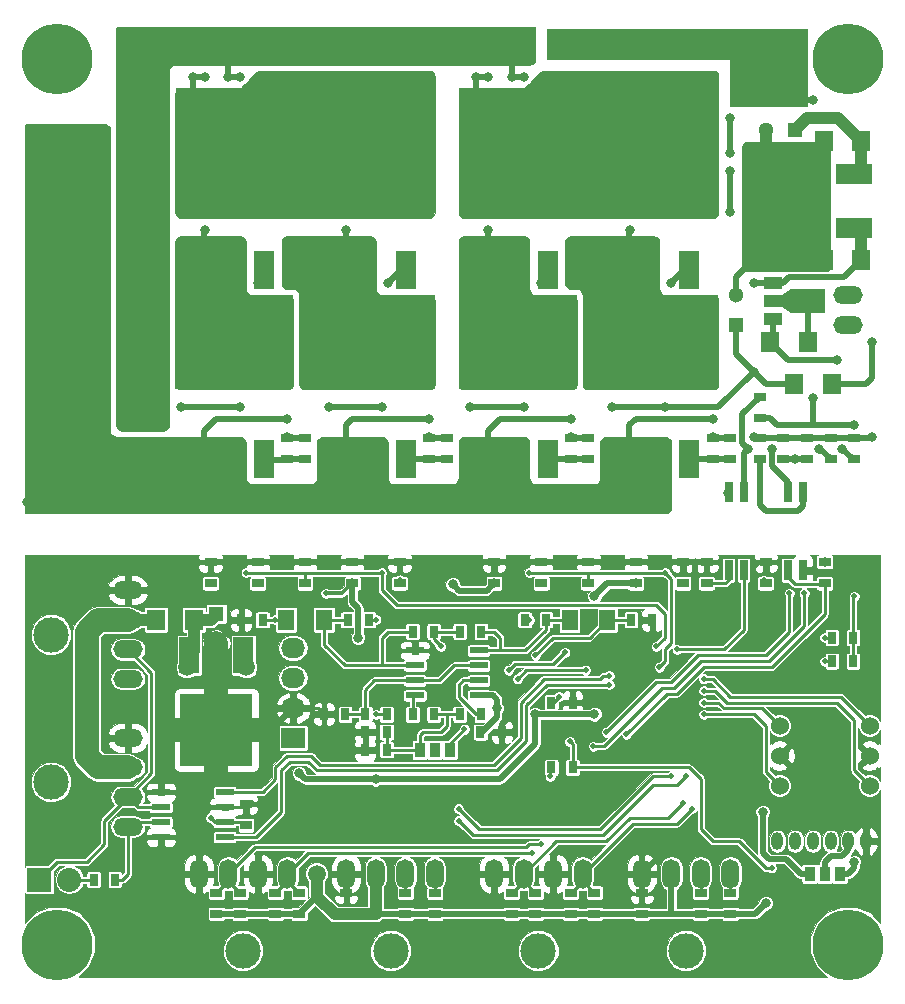
<source format=gbr>
G04 #@! TF.FileFunction,Copper,L2,Bot,Signal*
%FSLAX46Y46*%
G04 Gerber Fmt 4.6, Leading zero omitted, Abs format (unit mm)*
G04 Created by KiCad (PCBNEW 4.0.7) date 04/16/18 17:57:04*
%MOMM*%
%LPD*%
G01*
G04 APERTURE LIST*
%ADD10C,0.100000*%
%ADD11C,1.300000*%
%ADD12R,1.300000X1.300000*%
%ADD13O,1.500000X2.500000*%
%ADD14C,3.000000*%
%ADD15O,2.500000X1.500000*%
%ADD16C,1.700000*%
%ADD17R,1.700000X1.700000*%
%ADD18R,1.550000X0.600000*%
%ADD19R,1.000000X0.800000*%
%ADD20R,3.048000X1.651000*%
%ADD21R,6.096000X6.096000*%
%ADD22R,1.600000X1.800000*%
%ADD23R,0.800000X1.000000*%
%ADD24O,1.000000X1.524000*%
%ADD25C,1.524000*%
%ADD26R,3.000000X6.500000*%
%ADD27R,6.451600X3.000000*%
%ADD28R,1.651000X3.048000*%
%ADD29R,1.501140X1.000760*%
%ADD30R,2.999740X1.998980*%
%ADD31R,3.000000X2.000000*%
%ADD32R,2.500000X6.500000*%
%ADD33R,1.800000X3.300000*%
%ADD34R,3.000000X3.500000*%
%ADD35R,10.000000X8.000000*%
%ADD36R,0.650000X1.700000*%
%ADD37R,2.032000X1.727200*%
%ADD38O,2.032000X1.727200*%
%ADD39R,2.400000X5.500000*%
%ADD40R,5.500000X2.400000*%
%ADD41R,0.965200X1.270000*%
%ADD42R,1.400000X1.800000*%
%ADD43R,2.032000X2.032000*%
%ADD44O,2.032000X2.032000*%
%ADD45C,6.000000*%
%ADD46C,0.500000*%
%ADD47C,0.800000*%
%ADD48C,1.500000*%
%ADD49C,0.250000*%
%ADD50C,0.500000*%
%ADD51C,2.000000*%
%ADD52C,0.300000*%
%ADD53C,1.000000*%
%ADD54C,0.026000*%
G04 APERTURE END LIST*
D10*
D11*
X63000000Y-9000000D03*
D12*
X65500000Y-9000000D03*
D13*
X52500000Y-72000000D03*
X55000000Y-72000000D03*
X57500000Y-72000000D03*
X60000000Y-72000000D03*
D14*
X56250000Y-78500000D03*
D13*
X15000000Y-72000000D03*
X17500000Y-72000000D03*
X20000000Y-72000000D03*
X22500000Y-72000000D03*
D14*
X18750000Y-78500000D03*
D15*
X9000000Y-60500000D03*
X9000000Y-63000000D03*
X9000000Y-65500000D03*
X9000000Y-68000000D03*
D14*
X2500000Y-64250000D03*
D16*
X4000000Y-33500000D03*
D17*
X9000000Y-33500000D03*
D18*
X17200000Y-65095000D03*
X17200000Y-66365000D03*
X17200000Y-67635000D03*
X17200000Y-68905000D03*
X11800000Y-68905000D03*
X11800000Y-67635000D03*
X11800000Y-66365000D03*
X11800000Y-65095000D03*
D19*
X20000000Y-47400000D03*
X20000000Y-45600000D03*
D20*
X70500000Y-12714000D03*
D21*
X64150000Y-15000000D03*
D20*
X70500000Y-17286000D03*
D11*
X16500000Y-52500000D03*
D12*
X16500000Y-50000000D03*
D22*
X71100000Y-10000000D03*
X67900000Y-10000000D03*
X71100000Y-20000000D03*
X67900000Y-20000000D03*
D19*
X28000000Y-45600000D03*
X28000000Y-47400000D03*
X52000000Y-45600000D03*
X52000000Y-47400000D03*
X40000000Y-45600000D03*
X40000000Y-47400000D03*
D23*
X44850000Y-63000000D03*
X46650000Y-63000000D03*
X46650000Y-57500000D03*
X44850000Y-57500000D03*
D19*
X32000000Y-47400000D03*
X32000000Y-45600000D03*
X56000000Y-47400000D03*
X56000000Y-45600000D03*
X44000000Y-47400000D03*
X44000000Y-45600000D03*
D23*
X7900000Y-72500000D03*
X6100000Y-72500000D03*
D19*
X34500000Y-35100000D03*
X34500000Y-36900000D03*
X22500000Y-35100000D03*
X22500000Y-36900000D03*
X58500000Y-35100000D03*
X58500000Y-36900000D03*
X46500000Y-35100000D03*
X46500000Y-36900000D03*
X19000000Y-66100000D03*
X19000000Y-67900000D03*
X48000000Y-45600000D03*
X48000000Y-47400000D03*
X32500000Y-75400000D03*
X32500000Y-73600000D03*
X35000000Y-75400000D03*
X35000000Y-73600000D03*
X57500000Y-75400000D03*
X57500000Y-73600000D03*
X60000000Y-75400000D03*
X60000000Y-73600000D03*
X16000000Y-45600000D03*
X16000000Y-47400000D03*
X24000000Y-45600000D03*
X24000000Y-47400000D03*
D24*
X71500000Y-69250000D03*
X70000000Y-69250000D03*
X68500000Y-69250000D03*
X67000000Y-69250000D03*
X65500000Y-69250000D03*
X64000000Y-69250000D03*
D25*
X71810000Y-64540000D03*
X71810000Y-62000000D03*
X71810000Y-59460000D03*
X64190000Y-59460000D03*
X64190000Y-62000000D03*
X64190000Y-64540000D03*
D15*
X9000000Y-48000000D03*
X9000000Y-50500000D03*
X9000000Y-53000000D03*
X9000000Y-55500000D03*
D14*
X2500000Y-51750000D03*
D26*
X9800000Y-14000000D03*
D27*
X4100000Y-14400000D03*
D28*
X14214000Y-53500000D03*
D21*
X16500000Y-59850000D03*
D28*
X18786000Y-53500000D03*
D13*
X27500000Y-72000000D03*
X30000000Y-72000000D03*
X32500000Y-72000000D03*
X35000000Y-72000000D03*
D14*
X31250000Y-78500000D03*
D22*
X11400000Y-50500000D03*
X14600000Y-50500000D03*
D19*
X63000000Y-45600000D03*
X63000000Y-47400000D03*
D22*
X66600000Y-27000000D03*
X63400000Y-27000000D03*
D13*
X40000000Y-72000000D03*
X42500000Y-72000000D03*
X45000000Y-72000000D03*
X47500000Y-72000000D03*
D14*
X43750000Y-78500000D03*
D19*
X62500000Y-33400000D03*
X62500000Y-31600000D03*
X64500000Y-36900000D03*
X64500000Y-35100000D03*
D29*
X63648340Y-25001140D03*
X63648340Y-23500000D03*
X63648340Y-21998860D03*
D30*
X66599820Y-23500000D03*
D10*
G36*
X64376050Y-22999620D02*
X65125350Y-22499240D01*
X65125350Y-24500760D01*
X64376050Y-24000380D01*
X64376050Y-22999620D01*
X64376050Y-22999620D01*
G37*
D19*
X18500000Y-73600000D03*
X18500000Y-75400000D03*
X23500000Y-73600000D03*
X23500000Y-75400000D03*
X43500000Y-73600000D03*
X43500000Y-75400000D03*
X48500000Y-73600000D03*
X48500000Y-75400000D03*
X27500000Y-73600000D03*
X27500000Y-75400000D03*
X52500000Y-73600000D03*
X52500000Y-75400000D03*
X16500000Y-75400000D03*
X16500000Y-73600000D03*
X21500000Y-75400000D03*
X21500000Y-73600000D03*
X41500000Y-75400000D03*
X41500000Y-73600000D03*
X46500000Y-75400000D03*
X46500000Y-73600000D03*
D31*
X38500000Y-1500000D03*
X38500000Y-6500000D03*
X14500000Y-1500000D03*
X14500000Y-6500000D03*
X41500000Y-1500000D03*
X41500000Y-6500000D03*
X17500000Y-1500000D03*
X17500000Y-6500000D03*
D32*
X11300000Y-22500000D03*
D27*
X4100000Y-23400000D03*
D22*
X9100000Y-27000000D03*
X5900000Y-27000000D03*
X9100000Y-9500000D03*
X5900000Y-9500000D03*
D19*
X70500000Y-36900000D03*
X70500000Y-35100000D03*
X68500000Y-36900000D03*
X68500000Y-35100000D03*
X66500000Y-36900000D03*
X66500000Y-35100000D03*
D33*
X32540000Y-20900000D03*
D34*
X27460000Y-21000000D03*
D35*
X30000000Y-11000000D03*
D33*
X44540000Y-20900000D03*
D34*
X39460000Y-21000000D03*
D35*
X42000000Y-11000000D03*
D33*
X56540000Y-20900000D03*
D34*
X51460000Y-21000000D03*
D35*
X54000000Y-11000000D03*
D33*
X20540000Y-36900000D03*
D34*
X15460000Y-37000000D03*
D35*
X18000000Y-27000000D03*
D33*
X32540000Y-36900000D03*
D34*
X27460000Y-37000000D03*
D35*
X30000000Y-27000000D03*
D33*
X44540000Y-36900000D03*
D34*
X39460000Y-37000000D03*
D35*
X42000000Y-27000000D03*
D33*
X56540000Y-36900000D03*
D34*
X51460000Y-37000000D03*
D35*
X54000000Y-27000000D03*
D19*
X58000000Y-47400000D03*
X58000000Y-45600000D03*
X68000000Y-47400000D03*
X68000000Y-45600000D03*
X62500000Y-35100000D03*
X62500000Y-36900000D03*
D36*
X64865000Y-39700000D03*
X66135000Y-39700000D03*
X66135000Y-46300000D03*
X64865000Y-46300000D03*
X61135000Y-46300000D03*
X59865000Y-46300000D03*
X59865000Y-39700000D03*
X61135000Y-39700000D03*
D37*
X23000000Y-60500000D03*
D38*
X23000000Y-57960000D03*
X23000000Y-55420000D03*
X23000000Y-52880000D03*
D33*
X20540000Y-20900000D03*
D34*
X15460000Y-21000000D03*
D35*
X18000000Y-11000000D03*
D39*
X41700000Y-21000000D03*
D40*
X48900000Y-20100000D03*
D39*
X17700000Y-21000000D03*
D40*
X24900000Y-20100000D03*
D15*
X70000000Y-25500000D03*
X70000000Y-23000000D03*
D22*
X65400000Y-30500000D03*
X68600000Y-30500000D03*
D11*
X60500000Y-23000000D03*
D12*
X60500000Y-25500000D03*
D23*
X70400000Y-54000000D03*
X68600000Y-54000000D03*
X70400000Y-52000000D03*
X68600000Y-52000000D03*
X27600000Y-50500000D03*
X29400000Y-50500000D03*
X42600000Y-50500000D03*
X44400000Y-50500000D03*
X33100000Y-58500000D03*
X34900000Y-58500000D03*
X38900000Y-58500000D03*
X37100000Y-58500000D03*
X29100000Y-58500000D03*
X30900000Y-58500000D03*
X25600000Y-58500000D03*
X27400000Y-58500000D03*
X33100000Y-51500000D03*
X34900000Y-51500000D03*
X38900000Y-51500000D03*
X37100000Y-51500000D03*
X29100000Y-60000000D03*
X30900000Y-60000000D03*
D18*
X33300000Y-56905000D03*
X33300000Y-55635000D03*
X33300000Y-54365000D03*
X33300000Y-53095000D03*
X38700000Y-53095000D03*
X38700000Y-54365000D03*
X38700000Y-55635000D03*
X38700000Y-56905000D03*
D41*
X36270000Y-61500000D03*
X35000000Y-61500000D03*
X33730000Y-61500000D03*
D42*
X22400000Y-50500000D03*
X25600000Y-50500000D03*
D43*
X1500000Y-72500000D03*
D44*
X4040000Y-72500000D03*
D42*
X49600000Y-50500000D03*
X46400000Y-50500000D03*
D23*
X29100000Y-61500000D03*
X30900000Y-61500000D03*
X40650000Y-60000000D03*
X38850000Y-60000000D03*
X18600000Y-50500000D03*
X20400000Y-50500000D03*
X53400000Y-50500000D03*
X51600000Y-50500000D03*
D41*
X69270000Y-72000000D03*
X68000000Y-72000000D03*
X66730000Y-72000000D03*
D19*
X60000000Y-36900000D03*
X60000000Y-35100000D03*
X48000000Y-36900000D03*
X48000000Y-35100000D03*
X36000000Y-36900000D03*
X36000000Y-35100000D03*
X24000000Y-36900000D03*
X24000000Y-35100000D03*
D45*
X70000000Y-3000000D03*
X3000000Y-3000000D03*
X3000000Y-78000000D03*
X70000000Y-78000000D03*
D46*
X67250000Y-48500000D03*
X57000000Y-47000000D03*
X23500000Y-66500000D03*
X22500000Y-67500000D03*
X50000000Y-52000000D03*
X55000000Y-60000000D03*
X21250000Y-47500000D03*
X26750000Y-47250000D03*
X33250000Y-47250000D03*
X45500000Y-47250000D03*
D47*
X11000000Y-46000000D03*
X9000000Y-46000000D03*
D46*
X51500000Y-52000000D03*
X55250000Y-54500000D03*
D47*
X42000000Y-56500000D03*
D46*
X31500000Y-53500000D03*
D47*
X64500000Y-80000000D03*
X64500000Y-76000000D03*
X64500000Y-78000000D03*
X72000000Y-66000000D03*
X72000000Y-56000000D03*
X72000000Y-58000000D03*
X72000000Y-52000000D03*
X72000000Y-54000000D03*
X72000000Y-46000000D03*
X72000000Y-48000000D03*
X72000000Y-50000000D03*
X8500000Y-78000000D03*
X8500000Y-80000000D03*
X10500000Y-80000000D03*
X8500000Y-76000000D03*
X72000000Y-74500000D03*
X58500000Y-80000000D03*
X60500000Y-80000000D03*
X62500000Y-80000000D03*
X54000000Y-80000000D03*
X52000000Y-80000000D03*
X46000000Y-80000000D03*
X48000000Y-80000000D03*
X50000000Y-80000000D03*
X41500000Y-80000000D03*
X39500000Y-80000000D03*
X33500000Y-80000000D03*
X37500000Y-80000000D03*
X35500000Y-80000000D03*
X16500000Y-80000000D03*
X14500000Y-80000000D03*
X12500000Y-80000000D03*
X29000000Y-80000000D03*
X27000000Y-80000000D03*
X25000000Y-80000000D03*
X23000000Y-80000000D03*
X21000000Y-80000000D03*
X1000000Y-70000000D03*
X1000000Y-68000000D03*
X1000000Y-66000000D03*
X1000000Y-62000000D03*
X1000000Y-60000000D03*
X1000000Y-58000000D03*
X1000000Y-56000000D03*
X1000000Y-54000000D03*
X7000000Y-46000000D03*
X5000000Y-46000000D03*
X3000000Y-46000000D03*
X1000000Y-46000000D03*
X1000000Y-50000000D03*
X1000000Y-48000000D03*
D46*
X61750000Y-48000000D03*
X69500000Y-48500000D03*
D47*
X17500000Y-60500000D03*
X18500000Y-60500000D03*
X18500000Y-58500000D03*
X17500000Y-58500000D03*
X16500000Y-58500000D03*
X15500000Y-58500000D03*
X14500000Y-58500000D03*
X18500000Y-57500000D03*
X16500000Y-59500000D03*
X17500000Y-59500000D03*
X18500000Y-59500000D03*
X15500000Y-59500000D03*
X14500000Y-59500000D03*
X14500000Y-57500000D03*
X15500000Y-57500000D03*
X16500000Y-57500000D03*
X17500000Y-57500000D03*
X23500000Y-65000000D03*
X60000000Y-48500000D03*
D46*
X14750000Y-47000000D03*
X53750000Y-47250000D03*
X51750000Y-53750000D03*
X12500000Y-45500000D03*
X24000000Y-45600000D03*
X48000000Y-45600000D03*
X36000000Y-45600000D03*
X19500000Y-66000000D03*
X53500000Y-45600000D03*
X41500000Y-45600000D03*
X29500000Y-45600000D03*
X17500000Y-45600000D03*
X49250000Y-59250000D03*
X49250000Y-57750000D03*
X47750000Y-59250000D03*
X47750000Y-57750000D03*
X63500000Y-71500000D03*
X46400000Y-60800000D03*
X16000000Y-47400000D03*
D47*
X62750000Y-66750000D03*
X36500000Y-47500000D03*
X48500000Y-48500000D03*
X28500000Y-52000000D03*
D46*
X70500000Y-48500000D03*
X44750000Y-63750000D03*
D47*
X40250000Y-58000000D03*
X43500000Y-58500000D03*
D46*
X35500000Y-52750000D03*
X30000000Y-58500000D03*
D47*
X30000000Y-64000000D03*
X23500000Y-63500000D03*
X68000000Y-45600000D03*
D46*
X62825000Y-47150000D03*
D47*
X52000000Y-47400000D03*
D46*
X25750000Y-48250000D03*
D47*
X40000000Y-47400000D03*
D46*
X16000000Y-67250000D03*
D47*
X48500000Y-58500000D03*
X28000000Y-47400000D03*
X72000000Y-27000000D03*
X69000000Y-28500000D03*
X500000Y-40500000D03*
X1500000Y-40500000D03*
X2500000Y-40500000D03*
X3500000Y-40500000D03*
X4500000Y-40500000D03*
X5500000Y-40500000D03*
X6500000Y-40500000D03*
X7500000Y-40500000D03*
X8500000Y-40500000D03*
X9500000Y-40500000D03*
X11500000Y-35500000D03*
X11500000Y-36500000D03*
X11500000Y-37500000D03*
X11500000Y-38500000D03*
X11500000Y-39500000D03*
X11500000Y-40500000D03*
X10500000Y-40500000D03*
X10500000Y-39500000D03*
X10500000Y-38500000D03*
X10500000Y-37500000D03*
X10500000Y-36500000D03*
X10500000Y-35500000D03*
X1500000Y-10500000D03*
X2500000Y-10500000D03*
X3500000Y-10500000D03*
X4500000Y-10500000D03*
X5500000Y-10500000D03*
X6500000Y-10500000D03*
X6500000Y-9500000D03*
X5500000Y-9500000D03*
X4500000Y-9500000D03*
X3500000Y-9500000D03*
X2500000Y-9500000D03*
X1500000Y-9500000D03*
X68000000Y-12000000D03*
X67000000Y-14000000D03*
X66000000Y-14000000D03*
X65000000Y-14000000D03*
X67000000Y-15000000D03*
X66000000Y-15000000D03*
X64000000Y-12000000D03*
X65000000Y-12000000D03*
X66000000Y-12000000D03*
X67000000Y-12000000D03*
X67000000Y-13000000D03*
X66000000Y-13000000D03*
X65000000Y-13000000D03*
X64000000Y-13000000D03*
X72000000Y-35000000D03*
X62000000Y-35000000D03*
X59800000Y-39800000D03*
X58500000Y-33500000D03*
X46500000Y-33500000D03*
X34500000Y-33500000D03*
X22500000Y-33500000D03*
X15500000Y-17500000D03*
D48*
X14500000Y-19000000D03*
X16000000Y-19000000D03*
X16000000Y-29500000D03*
X17500000Y-28000000D03*
X17500000Y-26500000D03*
X17500000Y-25000000D03*
X14500000Y-20500000D03*
X16000000Y-20500000D03*
X16000000Y-22000000D03*
X14500000Y-22000000D03*
X14500000Y-23500000D03*
X16000000Y-23500000D03*
X16000000Y-25000000D03*
X14500000Y-25000000D03*
X14500000Y-26500000D03*
X16000000Y-26500000D03*
X16000000Y-28000000D03*
X14500000Y-28000000D03*
X14500000Y-29500000D03*
D47*
X39500000Y-17500000D03*
D48*
X38500000Y-19000000D03*
X41500000Y-25000000D03*
X41500000Y-26500000D03*
X41500000Y-28000000D03*
X40000000Y-19000000D03*
X40000000Y-20500000D03*
X38500000Y-20500000D03*
X38500000Y-22000000D03*
X40000000Y-22000000D03*
X40000000Y-23500000D03*
X38500000Y-23500000D03*
X38500000Y-25000000D03*
X40000000Y-25000000D03*
X40000000Y-26500000D03*
X38500000Y-26500000D03*
X38500000Y-28000000D03*
X40000000Y-28000000D03*
X40000000Y-29500000D03*
X38500000Y-29500000D03*
D47*
X42500000Y-4500000D03*
X18500000Y-4500000D03*
X60000000Y-8000000D03*
X60000000Y-11000000D03*
X63500000Y-36000000D03*
X41500000Y-4500000D03*
X17500000Y-4500000D03*
D48*
X9000000Y-19500000D03*
X9000000Y-21000000D03*
X9000000Y-22500000D03*
X9000000Y-24000000D03*
X9000000Y-25500000D03*
X10500000Y-27000000D03*
X9000000Y-27000000D03*
X9000000Y-18000000D03*
X10500000Y-18000000D03*
D46*
X56250000Y-63750000D03*
X37000000Y-67500000D03*
X55000000Y-63750000D03*
X37000000Y-66500000D03*
D47*
X27500000Y-17500000D03*
D48*
X28000000Y-22000000D03*
X26500000Y-22000000D03*
X25000000Y-22000000D03*
X28000000Y-20500000D03*
X28000000Y-19000000D03*
X26500000Y-29500000D03*
X25000000Y-29500000D03*
X25000000Y-28000000D03*
X26500000Y-28000000D03*
X28000000Y-28000000D03*
X28000000Y-26500000D03*
X26500000Y-26500000D03*
X25000000Y-26500000D03*
X25000000Y-25000000D03*
X26500000Y-25000000D03*
X28000000Y-25000000D03*
X28000000Y-23500000D03*
X26500000Y-23500000D03*
X25000000Y-23500000D03*
X52000000Y-19000000D03*
D47*
X51500000Y-17500000D03*
D48*
X52000000Y-20500000D03*
X49000000Y-22000000D03*
X52000000Y-23500000D03*
X52000000Y-22000000D03*
X50500000Y-22000000D03*
X52000000Y-25000000D03*
X52000000Y-26500000D03*
X52000000Y-28000000D03*
X50500000Y-28000000D03*
X50500000Y-26500000D03*
X50500000Y-25000000D03*
X50500000Y-23500000D03*
X49000000Y-23500000D03*
X49000000Y-25000000D03*
X49000000Y-26500000D03*
X49000000Y-28000000D03*
X49000000Y-29500000D03*
X50500000Y-29500000D03*
D46*
X45500000Y-57000000D03*
X32000000Y-47400000D03*
X20000000Y-47400000D03*
X56000000Y-47400000D03*
X44000000Y-47400000D03*
X49750000Y-56000000D03*
X49750000Y-55250000D03*
D47*
X62000000Y-22000000D03*
X62000000Y-29500000D03*
X50000000Y-32500000D03*
X38000000Y-32500000D03*
X26000000Y-32500000D03*
X54500000Y-32500000D03*
X42500000Y-32500000D03*
X30500000Y-32500000D03*
X18500000Y-32500000D03*
X13500000Y-32500000D03*
D46*
X57750000Y-55500000D03*
X57750000Y-57500000D03*
D48*
X14000000Y-54500000D03*
D47*
X63000000Y-74500000D03*
X70500000Y-71000000D03*
D48*
X25000000Y-72000000D03*
X19000000Y-54500000D03*
D46*
X42000000Y-55500000D03*
X47750000Y-54750000D03*
X41250000Y-54750000D03*
X46000000Y-53250000D03*
X68000000Y-54000000D03*
X68000000Y-52000000D03*
X57750000Y-58500000D03*
X53750000Y-52750000D03*
X30500000Y-46500000D03*
X19000000Y-46500000D03*
X54000000Y-54500000D03*
X43000000Y-46500000D03*
X54500000Y-46500000D03*
D47*
X67000000Y-31750000D03*
X64000000Y-23500000D03*
X70500000Y-34000000D03*
X60000000Y-12500000D03*
X60000000Y-16000000D03*
X65500000Y-36900000D03*
X61500000Y-36000000D03*
D46*
X65000000Y-48250000D03*
X49500000Y-60000000D03*
X48400000Y-61200000D03*
X66250000Y-48250000D03*
D47*
X38500000Y-4500000D03*
X39500000Y-4500000D03*
X38000000Y-15000000D03*
X39000000Y-13000000D03*
X38000000Y-13000000D03*
X38000000Y-14000000D03*
X39000000Y-14000000D03*
X40000000Y-14000000D03*
X40000000Y-13000000D03*
X41000000Y-13000000D03*
X41000000Y-14000000D03*
X42000000Y-14000000D03*
X38000000Y-16000000D03*
X53000000Y-15000000D03*
X54000000Y-16000000D03*
X53000000Y-16000000D03*
X52000000Y-16000000D03*
X51000000Y-16000000D03*
X50000000Y-16000000D03*
X49000000Y-16000000D03*
X48000000Y-16000000D03*
X47000000Y-16000000D03*
X46000000Y-16000000D03*
X45000000Y-16000000D03*
X44000000Y-16000000D03*
X43000000Y-16000000D03*
X42000000Y-16000000D03*
X41000000Y-16000000D03*
X40000000Y-16000000D03*
X39000000Y-16000000D03*
X52000000Y-15000000D03*
X51000000Y-15000000D03*
X50000000Y-15000000D03*
X49000000Y-15000000D03*
X48000000Y-15000000D03*
X47000000Y-15000000D03*
X46000000Y-15000000D03*
X45000000Y-15000000D03*
X44000000Y-15000000D03*
X43000000Y-15000000D03*
X42000000Y-15000000D03*
X41000000Y-15000000D03*
X40000000Y-15000000D03*
X39000000Y-15000000D03*
X14500000Y-4500000D03*
X15500000Y-4500000D03*
X24000000Y-13000000D03*
X23000000Y-13000000D03*
X22000000Y-13000000D03*
X21000000Y-13000000D03*
X25000000Y-13000000D03*
X26000000Y-13000000D03*
X27000000Y-13000000D03*
X28000000Y-13000000D03*
X29000000Y-13000000D03*
X30000000Y-13000000D03*
X31000000Y-13000000D03*
X32000000Y-13000000D03*
X33000000Y-13000000D03*
X34000000Y-13000000D03*
X25000000Y-15000000D03*
X24000000Y-15000000D03*
X23000000Y-15000000D03*
X28000000Y-15000000D03*
X27000000Y-15000000D03*
X26000000Y-15000000D03*
X29000000Y-15000000D03*
X30000000Y-15000000D03*
X31000000Y-15000000D03*
X32000000Y-15000000D03*
X33000000Y-15000000D03*
X34000000Y-15000000D03*
X34000000Y-14000000D03*
X33000000Y-14000000D03*
X32000000Y-14000000D03*
X31000000Y-14000000D03*
X30000000Y-14000000D03*
X29000000Y-14000000D03*
X28000000Y-14000000D03*
X27000000Y-14000000D03*
X26000000Y-14000000D03*
X25000000Y-14000000D03*
X24000000Y-14000000D03*
X23000000Y-14000000D03*
X22000000Y-14000000D03*
X21000000Y-14000000D03*
X20000000Y-14000000D03*
X19000000Y-14000000D03*
X18000000Y-14000000D03*
X17000000Y-14000000D03*
X16000000Y-14000000D03*
X15000000Y-14000000D03*
X14000000Y-14000000D03*
X14000000Y-13000000D03*
X15000000Y-13000000D03*
X16000000Y-13000000D03*
X17000000Y-13000000D03*
X18000000Y-13000000D03*
X19000000Y-13000000D03*
X20000000Y-13000000D03*
X34000000Y-16000000D03*
X14000000Y-15000000D03*
X14000000Y-16000000D03*
X15000000Y-16000000D03*
X16000000Y-16000000D03*
X17000000Y-16000000D03*
X18000000Y-16000000D03*
X19000000Y-16000000D03*
X20000000Y-16000000D03*
X21000000Y-16000000D03*
X22000000Y-16000000D03*
X23000000Y-16000000D03*
X24000000Y-16000000D03*
X25000000Y-16000000D03*
X26000000Y-16000000D03*
X27000000Y-16000000D03*
X28000000Y-16000000D03*
X29000000Y-16000000D03*
X30000000Y-16000000D03*
X31000000Y-16000000D03*
X32000000Y-16000000D03*
X33000000Y-16000000D03*
X15000000Y-15000000D03*
X16000000Y-15000000D03*
X17000000Y-15000000D03*
X18000000Y-15000000D03*
X19000000Y-15000000D03*
X20000000Y-15000000D03*
X21000000Y-15000000D03*
X22000000Y-15000000D03*
D46*
X44000000Y-69500000D03*
X43250000Y-70250000D03*
X56000000Y-66000000D03*
X56750000Y-66500000D03*
X57750000Y-56500000D03*
D47*
X69500000Y-36000000D03*
X67500000Y-36000000D03*
D46*
X37500000Y-59750000D03*
X51200000Y-60200000D03*
X55500000Y-53000000D03*
D47*
X55500000Y-2500000D03*
X57500000Y-2500000D03*
X56500000Y-2500000D03*
X54500000Y-2500000D03*
X58500000Y-2500000D03*
X60500000Y-2500000D03*
X60500000Y-3500000D03*
X59500000Y-2500000D03*
X67000000Y-6500000D03*
X61500000Y-3500000D03*
X61500000Y-4500000D03*
X61500000Y-5500000D03*
X61500000Y-6500000D03*
X60500000Y-6500000D03*
X60500000Y-5500000D03*
X60500000Y-4500000D03*
D46*
X35000000Y-61750000D03*
X21500000Y-50500000D03*
X30000000Y-50500000D03*
X43000000Y-50500000D03*
X43500000Y-53500000D03*
D47*
X55000000Y-22000000D03*
X58500000Y-35000000D03*
X44000000Y-22000000D03*
X46500000Y-35000000D03*
X31000000Y-22000000D03*
X34500000Y-35000000D03*
X20000000Y-22000000D03*
X22500000Y-35000000D03*
D49*
X21250000Y-47500000D02*
X22250000Y-47500000D01*
X20900000Y-48600000D02*
X21250000Y-48250000D01*
X21250000Y-48250000D02*
X21250000Y-47500000D01*
X18600000Y-48600000D02*
X20900000Y-48600000D01*
X25750000Y-47250000D02*
X26750000Y-47250000D01*
X24750000Y-48250000D02*
X25750000Y-47250000D01*
X23000000Y-48250000D02*
X24750000Y-48250000D01*
X22250000Y-47500000D02*
X23000000Y-48250000D01*
X33250000Y-45600000D02*
X33250000Y-47250000D01*
X41500000Y-45600000D02*
X41500000Y-47750000D01*
X45500000Y-48000000D02*
X45500000Y-47250000D01*
X45000000Y-48500000D02*
X45500000Y-48000000D01*
X42250000Y-48500000D02*
X45000000Y-48500000D01*
X41500000Y-47750000D02*
X42250000Y-48500000D01*
D50*
X11000000Y-46000000D02*
X9000000Y-46000000D01*
D49*
X53400000Y-50500000D02*
X53400000Y-51600000D01*
X53000000Y-52000000D02*
X51500000Y-52000000D01*
X53400000Y-51600000D02*
X53000000Y-52000000D01*
X18600000Y-50500000D02*
X18600000Y-48600000D01*
X17500000Y-47500000D02*
X17500000Y-45600000D01*
X18600000Y-48600000D02*
X17500000Y-47500000D01*
X54500000Y-55250000D02*
X55250000Y-54500000D01*
X51750000Y-55250000D02*
X54500000Y-55250000D01*
D50*
X40650000Y-60000000D02*
X40650000Y-59350000D01*
X41250000Y-58750000D02*
X41250000Y-57250000D01*
X40650000Y-59350000D02*
X41250000Y-58750000D01*
X41250000Y-57250000D02*
X42000000Y-56500000D01*
D49*
X29100000Y-61500000D02*
X29100000Y-60000000D01*
X29100000Y-60000000D02*
X26000000Y-60000000D01*
X25600000Y-59600000D02*
X25600000Y-58500000D01*
X26000000Y-60000000D02*
X25600000Y-59600000D01*
X25600000Y-58500000D02*
X25060000Y-57960000D01*
X25060000Y-57960000D02*
X23000000Y-57960000D01*
X33300000Y-53095000D02*
X31905000Y-53095000D01*
X31905000Y-53095000D02*
X31500000Y-53500000D01*
D50*
X23000000Y-57960000D02*
X21110000Y-59850000D01*
X21110000Y-59850000D02*
X20350000Y-59850000D01*
X46500000Y-59500000D02*
X41000000Y-65000000D01*
X41000000Y-65000000D02*
X23500000Y-65000000D01*
X62500000Y-80000000D02*
X64500000Y-80000000D01*
X64500000Y-78000000D02*
X64500000Y-76000000D01*
X71500000Y-69250000D02*
X71500000Y-66500000D01*
X71500000Y-66500000D02*
X72000000Y-66000000D01*
X72000000Y-58000000D02*
X72000000Y-56000000D01*
X72000000Y-56000000D02*
X72000000Y-54000000D01*
X72000000Y-52000000D02*
X72000000Y-54000000D01*
X72000000Y-50000000D02*
X72000000Y-52000000D01*
X72000000Y-48000000D02*
X72000000Y-50000000D01*
X72000000Y-46000000D02*
X72000000Y-48000000D01*
X8500000Y-76000000D02*
X8500000Y-78000000D01*
X10500000Y-80000000D02*
X8500000Y-80000000D01*
X71500000Y-72500000D02*
X71500000Y-74000000D01*
X71500000Y-74000000D02*
X72000000Y-74500000D01*
X62500000Y-80000000D02*
X60500000Y-80000000D01*
X50000000Y-80000000D02*
X52000000Y-80000000D01*
X50000000Y-80000000D02*
X48000000Y-80000000D01*
X37500000Y-80000000D02*
X39500000Y-80000000D01*
X37500000Y-80000000D02*
X35500000Y-80000000D01*
X12500000Y-80000000D02*
X14500000Y-80000000D01*
X25000000Y-80000000D02*
X27000000Y-80000000D01*
X21000000Y-80000000D02*
X23000000Y-80000000D01*
X1000000Y-66000000D02*
X1000000Y-68000000D01*
X1000000Y-58000000D02*
X1000000Y-60000000D01*
X1000000Y-54000000D02*
X1000000Y-56000000D01*
X7000000Y-46000000D02*
X5000000Y-46000000D01*
X3000000Y-46000000D02*
X1000000Y-46000000D01*
X1000000Y-48000000D02*
X1000000Y-50000000D01*
D49*
X62000000Y-47750000D02*
X62000000Y-46000000D01*
X62400000Y-45600000D02*
X63000000Y-45600000D01*
X62000000Y-46000000D02*
X62400000Y-45600000D01*
X61750000Y-48000000D02*
X62000000Y-47750000D01*
X66135000Y-46300000D02*
X66335000Y-46500000D01*
X66335000Y-46500000D02*
X69000000Y-46500000D01*
X69000000Y-46500000D02*
X69500000Y-47000000D01*
X69500000Y-47000000D02*
X69500000Y-48500000D01*
D50*
X16500000Y-59850000D02*
X17150000Y-60500000D01*
X17150000Y-60500000D02*
X17500000Y-60500000D01*
X18500000Y-60500000D02*
X16500000Y-59850000D01*
X18500000Y-58500000D02*
X17500000Y-58500000D01*
X16500000Y-58500000D02*
X15500000Y-58500000D01*
X14500000Y-58500000D02*
X16500000Y-59850000D01*
X17500000Y-57500000D02*
X18500000Y-57500000D01*
X18500000Y-59500000D02*
X17500000Y-59500000D01*
X16500000Y-59500000D02*
X15500000Y-59500000D01*
X14500000Y-59500000D02*
X16500000Y-59850000D01*
X16500000Y-59850000D02*
X14500000Y-57850000D01*
X14500000Y-57850000D02*
X14500000Y-57500000D01*
X15500000Y-57500000D02*
X16500000Y-57500000D01*
D51*
X16500000Y-59850000D02*
X16500000Y-52500000D01*
X16500000Y-59850000D02*
X20350000Y-59850000D01*
X20350000Y-59850000D02*
X20500000Y-60000000D01*
X16500000Y-59850000D02*
X12650000Y-59850000D01*
X12650000Y-59850000D02*
X12500000Y-60000000D01*
X16500000Y-59850000D02*
X16500000Y-63500000D01*
D50*
X60000000Y-48500000D02*
X57500000Y-48500000D01*
X57000000Y-48000000D02*
X57000000Y-47000000D01*
X57000000Y-47000000D02*
X57000000Y-45600000D01*
X57500000Y-48500000D02*
X57000000Y-48000000D01*
X52500000Y-72000000D02*
X54500000Y-70000000D01*
X71500000Y-72500000D02*
X71500000Y-69250000D01*
X70500000Y-73500000D02*
X71500000Y-72500000D01*
X64000000Y-73500000D02*
X70500000Y-73500000D01*
X60500000Y-70000000D02*
X64000000Y-73500000D01*
X54500000Y-70000000D02*
X60500000Y-70000000D01*
X47750000Y-59250000D02*
X47500000Y-59500000D01*
X47500000Y-59500000D02*
X46500000Y-59500000D01*
X56000000Y-45600000D02*
X57000000Y-45600000D01*
X57000000Y-45600000D02*
X58000000Y-45600000D01*
D49*
X14750000Y-45500000D02*
X14750000Y-47000000D01*
X49250000Y-57750000D02*
X51750000Y-55250000D01*
X51750000Y-55250000D02*
X51750000Y-53750000D01*
D50*
X52500000Y-72000000D02*
X52500000Y-73600000D01*
X27500000Y-73600000D02*
X27500000Y-72000000D01*
D49*
X16000000Y-45600000D02*
X15900000Y-45500000D01*
X15900000Y-45500000D02*
X14750000Y-45500000D01*
X14750000Y-45500000D02*
X12500000Y-45500000D01*
X56000000Y-45600000D02*
X56100000Y-45500000D01*
X19000000Y-66100000D02*
X19100000Y-66000000D01*
X19100000Y-66000000D02*
X19500000Y-66000000D01*
X46650000Y-57500000D02*
X47500000Y-57500000D01*
X47500000Y-57500000D02*
X47750000Y-57750000D01*
X17200000Y-66365000D02*
X18735000Y-66365000D01*
X18735000Y-66365000D02*
X19000000Y-66100000D01*
X15000000Y-66365000D02*
X15000000Y-68000000D01*
X14095000Y-68905000D02*
X11800000Y-68905000D01*
X15000000Y-68000000D02*
X14095000Y-68905000D01*
X15000000Y-66365000D02*
X13730000Y-65095000D01*
X13730000Y-65095000D02*
X11800000Y-65095000D01*
X15000000Y-66365000D02*
X17200000Y-66365000D01*
D50*
X20000000Y-45600000D02*
X17500000Y-45600000D01*
X17500000Y-45600000D02*
X16000000Y-45600000D01*
X24000000Y-45600000D02*
X20000000Y-45600000D01*
X28000000Y-45600000D02*
X24000000Y-45600000D01*
X32000000Y-45600000D02*
X29500000Y-45600000D01*
X29500000Y-45600000D02*
X28000000Y-45600000D01*
X40000000Y-45600000D02*
X36000000Y-45600000D01*
X36000000Y-45600000D02*
X33250000Y-45600000D01*
X33250000Y-45600000D02*
X32000000Y-45600000D01*
X44000000Y-45600000D02*
X41500000Y-45600000D01*
X41500000Y-45600000D02*
X40000000Y-45600000D01*
X48000000Y-45600000D02*
X44000000Y-45600000D01*
X52000000Y-45600000D02*
X48000000Y-45600000D01*
X56000000Y-45600000D02*
X53500000Y-45600000D01*
X53500000Y-45600000D02*
X52000000Y-45600000D01*
D49*
X49250000Y-57750000D02*
X47750000Y-57750000D01*
X49250000Y-59250000D02*
X47750000Y-59250000D01*
X57500000Y-64000000D02*
X57500000Y-68250000D01*
X58500000Y-69250000D02*
X60750000Y-69250000D01*
X57500000Y-68250000D02*
X58500000Y-69250000D01*
X46650000Y-63000000D02*
X56500000Y-63000000D01*
X56500000Y-63000000D02*
X57500000Y-64000000D01*
X46650000Y-63000000D02*
X46650000Y-61050000D01*
X46650000Y-61050000D02*
X46400000Y-60800000D01*
X60750000Y-69250000D02*
X63000000Y-71500000D01*
X63500000Y-71500000D02*
X63000000Y-71500000D01*
D50*
X62750000Y-70250000D02*
X63250000Y-70750000D01*
X62750000Y-66750000D02*
X62750000Y-70250000D01*
X40000000Y-47400000D02*
X39375002Y-48024998D01*
X39375002Y-48024998D02*
X37024998Y-48024998D01*
X37024998Y-48024998D02*
X36500000Y-47500000D01*
X52000000Y-47400000D02*
X49600000Y-47400000D01*
X49600000Y-47400000D02*
X48500000Y-48500000D01*
D52*
X49600000Y-47400000D02*
X48500000Y-48500000D01*
X37024998Y-48024998D02*
X39375002Y-48024998D01*
X36500000Y-47500000D02*
X37024998Y-48024998D01*
D50*
X28000000Y-47400000D02*
X28000000Y-49000000D01*
X28500000Y-49500000D02*
X28500000Y-52000000D01*
X28000000Y-49000000D02*
X28500000Y-49500000D01*
D49*
X34900000Y-51500000D02*
X37100000Y-51500000D01*
X70400000Y-48600000D02*
X70400000Y-52000000D01*
X70500000Y-48500000D02*
X70400000Y-48600000D01*
X44850000Y-63000000D02*
X44750000Y-63100000D01*
X44750000Y-63100000D02*
X44750000Y-63750000D01*
D50*
X66730000Y-72000000D02*
X66000000Y-72000000D01*
X64750000Y-70750000D02*
X63250000Y-70750000D01*
X66000000Y-72000000D02*
X64750000Y-70750000D01*
X43500000Y-58500000D02*
X43500000Y-61000000D01*
X38850000Y-60000000D02*
X39000000Y-60000000D01*
X39000000Y-60000000D02*
X40250000Y-58750000D01*
X40250000Y-58750000D02*
X40250000Y-58000000D01*
X38700000Y-56905000D02*
X39905000Y-56905000D01*
X40250000Y-57250000D02*
X40250000Y-58000000D01*
X39905000Y-56905000D02*
X40250000Y-57250000D01*
X43500000Y-58500000D02*
X48500000Y-58500000D01*
D52*
X39155000Y-56905000D02*
X38700000Y-56905000D01*
D49*
X34900000Y-51500000D02*
X34900000Y-52150000D01*
X34900000Y-52150000D02*
X35500000Y-52750000D01*
X30900000Y-58500000D02*
X30000000Y-58500000D01*
D50*
X23500000Y-63500000D02*
X24000000Y-64000000D01*
X24000000Y-64000000D02*
X30000000Y-64000000D01*
X30000000Y-64000000D02*
X40500000Y-64000000D01*
X40500000Y-64000000D02*
X43500000Y-61000000D01*
D49*
X70400000Y-52000000D02*
X70400000Y-54000000D01*
D52*
X40000000Y-47400000D02*
X39375002Y-48024998D01*
X27150000Y-48250000D02*
X28000000Y-47400000D01*
X25750000Y-48250000D02*
X27150000Y-48250000D01*
D49*
X17200000Y-67635000D02*
X16385000Y-67635000D01*
X16385000Y-67635000D02*
X16000000Y-67250000D01*
X17200000Y-67635000D02*
X18735000Y-67635000D01*
X18735000Y-67635000D02*
X19000000Y-67900000D01*
D51*
X9000000Y-50500000D02*
X6500000Y-50500000D01*
X6500000Y-63000000D02*
X9000000Y-63000000D01*
X5500000Y-62000000D02*
X6500000Y-63000000D01*
X5500000Y-51500000D02*
X5500000Y-62000000D01*
X6500000Y-50500000D02*
X5500000Y-51500000D01*
D53*
X9000000Y-50500000D02*
X11400000Y-50500000D01*
D50*
X60500000Y-23000000D02*
X60500000Y-21500000D01*
X60500000Y-21500000D02*
X64150000Y-17850000D01*
X64150000Y-17850000D02*
X64150000Y-15000000D01*
D53*
X64150000Y-17850000D02*
X64150000Y-15000000D01*
D50*
X72000000Y-30000000D02*
X72000000Y-27000000D01*
X71500000Y-30500000D02*
X72000000Y-30000000D01*
X68600000Y-30500000D02*
X71500000Y-30500000D01*
X63400000Y-27000000D02*
X64900000Y-28500000D01*
X64900000Y-28500000D02*
X69000000Y-28500000D01*
X1500000Y-40500000D02*
X500000Y-40500000D01*
X3500000Y-40500000D02*
X2500000Y-40500000D01*
X5500000Y-40500000D02*
X4500000Y-40500000D01*
X7500000Y-40500000D02*
X6500000Y-40500000D01*
X9500000Y-40500000D02*
X8500000Y-40500000D01*
X11500000Y-36500000D02*
X11500000Y-35500000D01*
X11500000Y-38500000D02*
X11500000Y-37500000D01*
X11500000Y-40500000D02*
X11500000Y-39500000D01*
X10500000Y-39500000D02*
X10500000Y-40500000D01*
X10500000Y-37500000D02*
X10500000Y-38500000D01*
X10500000Y-35500000D02*
X10500000Y-36500000D01*
X5500000Y-9500000D02*
X6500000Y-9500000D01*
X2500000Y-10500000D02*
X1500000Y-10500000D01*
X4500000Y-10500000D02*
X3500000Y-10500000D01*
X6500000Y-10500000D02*
X5500000Y-10500000D01*
X3500000Y-9500000D02*
X4500000Y-9500000D01*
X1500000Y-9500000D02*
X2500000Y-9500000D01*
X65000000Y-14000000D02*
X66000000Y-14000000D01*
X67000000Y-14000000D02*
X67000000Y-15000000D01*
X66000000Y-15000000D02*
X64150000Y-15000000D01*
X64150000Y-15000000D02*
X64150000Y-12150000D01*
X64150000Y-12150000D02*
X64000000Y-12000000D01*
X65000000Y-12000000D02*
X66000000Y-12000000D01*
X67000000Y-12000000D02*
X67000000Y-13000000D01*
X66000000Y-13000000D02*
X65000000Y-13000000D01*
X64000000Y-13000000D02*
X64150000Y-15000000D01*
X63400000Y-27000000D02*
X63648340Y-26751660D01*
X63648340Y-26751660D02*
X63648340Y-25001140D01*
X70500000Y-35100000D02*
X71900000Y-35100000D01*
X71900000Y-35100000D02*
X72000000Y-35000000D01*
X62000000Y-35000000D02*
X62400000Y-35000000D01*
X62400000Y-35000000D02*
X62500000Y-35100000D01*
X59800000Y-39800000D02*
X59865000Y-39735000D01*
X59865000Y-39735000D02*
X59865000Y-39700000D01*
D53*
X67900000Y-10000000D02*
X67900000Y-11250000D01*
X67900000Y-11250000D02*
X64150000Y-15000000D01*
X63000000Y-9000000D02*
X63000000Y-13850000D01*
X63000000Y-13850000D02*
X64150000Y-15000000D01*
X64150000Y-15000000D02*
X64150000Y-18650000D01*
X65500000Y-20000000D02*
X67900000Y-20000000D01*
X64150000Y-18650000D02*
X65500000Y-20000000D01*
D50*
X68500000Y-35100000D02*
X70500000Y-35100000D01*
X66500000Y-35100000D02*
X68500000Y-35100000D01*
X62500000Y-35100000D02*
X64500000Y-35100000D01*
X64500000Y-35100000D02*
X66500000Y-35100000D01*
X51460000Y-34040000D02*
X52000000Y-33500000D01*
X52000000Y-33500000D02*
X58500000Y-33500000D01*
X51460000Y-37000000D02*
X51460000Y-34040000D01*
X39460000Y-37000000D02*
X39460000Y-34540000D01*
X40500000Y-33500000D02*
X46500000Y-33500000D01*
X39460000Y-34540000D02*
X40500000Y-33500000D01*
X27460000Y-37000000D02*
X27460000Y-34040000D01*
X28000000Y-33500000D02*
X34500000Y-33500000D01*
X27460000Y-34040000D02*
X28000000Y-33500000D01*
X16500000Y-33500000D02*
X22500000Y-33500000D01*
X15460000Y-34540000D02*
X15460000Y-37000000D01*
X16500000Y-33500000D02*
X15460000Y-34540000D01*
X15500000Y-17500000D02*
X15460000Y-17540000D01*
X15460000Y-17540000D02*
X15460000Y-20000000D01*
D53*
X14500000Y-19000000D02*
X14500000Y-20500000D01*
D49*
X18000000Y-27000000D02*
X18000000Y-27500000D01*
X18000000Y-27500000D02*
X16000000Y-29500000D01*
X17500000Y-25000000D02*
X17500000Y-26500000D01*
X17500000Y-28000000D02*
X18000000Y-27000000D01*
D53*
X16000000Y-22000000D02*
X14500000Y-22000000D01*
X14500000Y-23500000D02*
X16000000Y-23500000D01*
X16000000Y-25000000D02*
X14500000Y-25000000D01*
X14500000Y-26500000D02*
X16000000Y-26500000D01*
X16000000Y-28000000D02*
X14500000Y-28000000D01*
X14500000Y-29500000D02*
X18000000Y-27000000D01*
D50*
X39500000Y-17500000D02*
X39460000Y-17540000D01*
X39460000Y-17540000D02*
X39460000Y-20000000D01*
X41500000Y-28000000D02*
X41500000Y-26500000D01*
X41500000Y-25000000D02*
X42000000Y-27000000D01*
X39460000Y-20000000D02*
X39460000Y-19540000D01*
X39460000Y-19540000D02*
X40000000Y-19000000D01*
X40000000Y-20500000D02*
X38500000Y-20500000D01*
X38500000Y-22000000D02*
X40000000Y-22000000D01*
X40000000Y-23500000D02*
X38500000Y-23500000D01*
X38500000Y-25000000D02*
X40000000Y-25000000D01*
X40000000Y-26500000D02*
X38500000Y-26500000D01*
X38500000Y-28000000D02*
X40000000Y-28000000D01*
X40000000Y-29500000D02*
X38500000Y-29500000D01*
X39460000Y-20000000D02*
X39460000Y-18540000D01*
X41500000Y-4500000D02*
X42500000Y-4500000D01*
X17500000Y-4500000D02*
X18500000Y-4500000D01*
X64865000Y-39700000D02*
X64865000Y-38865000D01*
X64865000Y-38865000D02*
X63500000Y-37500000D01*
X63500000Y-37500000D02*
X63500000Y-36000000D01*
X60000000Y-11000000D02*
X60000000Y-8000000D01*
X63500000Y-36000000D02*
X63500000Y-37500000D01*
X41500000Y-1500000D02*
X41500000Y-4500000D01*
X17500000Y-1500000D02*
X17500000Y-4500000D01*
D49*
X9000000Y-25500000D02*
X9000000Y-27000000D01*
X9000000Y-19500000D02*
X9000000Y-21000000D01*
X9000000Y-22500000D02*
X9000000Y-24000000D01*
X9000000Y-18000000D02*
X10500000Y-18000000D01*
X9000000Y-12000000D02*
X9000000Y-13500000D01*
X35000000Y-72000000D02*
X35000000Y-73600000D01*
X32500000Y-72000000D02*
X32500000Y-73600000D01*
X60000000Y-73600000D02*
X60000000Y-72000000D01*
X57500000Y-72000000D02*
X57500000Y-73600000D01*
X9000000Y-68000000D02*
X9000000Y-72000000D01*
X8500000Y-72500000D02*
X7900000Y-72500000D01*
X9000000Y-72000000D02*
X8500000Y-72500000D01*
X11800000Y-67635000D02*
X9365000Y-67635000D01*
X9365000Y-67635000D02*
X9000000Y-68000000D01*
X4040000Y-72500000D02*
X6100000Y-72500000D01*
X1500000Y-72500000D02*
X3000000Y-71000000D01*
X7000000Y-67500000D02*
X9000000Y-65500000D01*
X7000000Y-69500000D02*
X7000000Y-67500000D01*
X5500000Y-71000000D02*
X7000000Y-69500000D01*
X3000000Y-71000000D02*
X5500000Y-71000000D01*
X9000000Y-65500000D02*
X9865000Y-66365000D01*
X9865000Y-66365000D02*
X11800000Y-66365000D01*
X9000000Y-65500000D02*
X11000000Y-63500000D01*
X11000000Y-55000000D02*
X9000000Y-53000000D01*
X11000000Y-63500000D02*
X11000000Y-55000000D01*
X49250000Y-68750000D02*
X53500000Y-64500000D01*
X55500000Y-64500000D02*
X56250000Y-63750000D01*
X53500000Y-64500000D02*
X55500000Y-64500000D01*
X38250000Y-68750000D02*
X49250000Y-68750000D01*
X37000000Y-67500000D02*
X38250000Y-68750000D01*
X55000000Y-63750000D02*
X53500000Y-63750000D01*
X53500000Y-63750000D02*
X49000000Y-68250000D01*
X49000000Y-68250000D02*
X38750000Y-68250000D01*
X38750000Y-68250000D02*
X37000000Y-66500000D01*
D50*
X27500000Y-17500000D02*
X27460000Y-17540000D01*
X27460000Y-17540000D02*
X27460000Y-20000000D01*
X27460000Y-20000000D02*
X24900000Y-20100000D01*
X26500000Y-22000000D02*
X28000000Y-22000000D01*
X25000000Y-23500000D02*
X25000000Y-22000000D01*
X28000000Y-20500000D02*
X28000000Y-19000000D01*
X30000000Y-27000000D02*
X29000000Y-27000000D01*
X29000000Y-27000000D02*
X26500000Y-29500000D01*
X25000000Y-29500000D02*
X25000000Y-28000000D01*
X26500000Y-28000000D02*
X28000000Y-28000000D01*
X28000000Y-26500000D02*
X26500000Y-26500000D01*
X25000000Y-26500000D02*
X25000000Y-25000000D01*
X26500000Y-25000000D02*
X28000000Y-25000000D01*
X28000000Y-23500000D02*
X26500000Y-23500000D01*
X27460000Y-20000000D02*
X27460000Y-17540000D01*
X51460000Y-17540000D02*
X51460000Y-20000000D01*
X51500000Y-17500000D02*
X51460000Y-17540000D01*
X51460000Y-20000000D02*
X48900000Y-20100000D01*
X52000000Y-20500000D02*
X51460000Y-20000000D01*
X52000000Y-25000000D02*
X52000000Y-23500000D01*
X50500000Y-22000000D02*
X52000000Y-22000000D01*
X52000000Y-26500000D02*
X52000000Y-28000000D01*
X50500000Y-28000000D02*
X50500000Y-26500000D01*
X50500000Y-25000000D02*
X50500000Y-23500000D01*
X49000000Y-23500000D02*
X49000000Y-25000000D01*
X49000000Y-26500000D02*
X49000000Y-28000000D01*
X49000000Y-29500000D02*
X50500000Y-29500000D01*
D49*
X44850000Y-57500000D02*
X45000000Y-57500000D01*
X45000000Y-57500000D02*
X45500000Y-57000000D01*
D52*
X32000000Y-47000000D02*
X32000000Y-47400000D01*
D49*
X42750000Y-57750000D02*
X42750000Y-60750000D01*
X40250000Y-63250000D02*
X25000000Y-63250000D01*
X42750000Y-60750000D02*
X40250000Y-63250000D01*
X24250000Y-62500000D02*
X25000000Y-63250000D01*
X24250000Y-62500000D02*
X22750000Y-62500000D01*
X19845000Y-68905000D02*
X17200000Y-68905000D01*
X22000000Y-66750000D02*
X19845000Y-68905000D01*
X22000000Y-63250000D02*
X22000000Y-66750000D01*
X22750000Y-62500000D02*
X22000000Y-63250000D01*
X42750000Y-57750000D02*
X44500000Y-56000000D01*
X49750000Y-56000000D02*
X44500000Y-56000000D01*
X25250000Y-62750000D02*
X40000000Y-62750000D01*
X42250000Y-60500000D02*
X42250000Y-57500000D01*
X40000000Y-62750000D02*
X42250000Y-60500000D01*
X24500000Y-62000000D02*
X25250000Y-62750000D01*
X42250000Y-57500000D02*
X44250000Y-55500000D01*
X21500000Y-63000000D02*
X22500000Y-62000000D01*
X22500000Y-62000000D02*
X24500000Y-62000000D01*
X49750000Y-55250000D02*
X49250000Y-55250000D01*
X49000000Y-55500000D02*
X44250000Y-55500000D01*
X49250000Y-55250000D02*
X49000000Y-55500000D01*
X17200000Y-65095000D02*
X20405000Y-65095000D01*
X21500000Y-64000000D02*
X21500000Y-63000000D01*
X20405000Y-65095000D02*
X21500000Y-64000000D01*
D50*
X62000000Y-29500000D02*
X59000000Y-32500000D01*
X65400000Y-30500000D02*
X63000000Y-30500000D01*
X63000000Y-30500000D02*
X62000000Y-29500000D01*
X62000000Y-29500000D02*
X60500000Y-28000000D01*
X60500000Y-28000000D02*
X60500000Y-25500000D01*
X63648340Y-21998860D02*
X62001140Y-21998860D01*
X62001140Y-21998860D02*
X62000000Y-22000000D01*
X63648340Y-21998860D02*
X64501140Y-21998860D01*
X69600000Y-21500000D02*
X71100000Y-20000000D01*
X65000000Y-21500000D02*
X69600000Y-21500000D01*
X64501140Y-21998860D02*
X65000000Y-21500000D01*
X59000000Y-32500000D02*
X54500000Y-32500000D01*
D53*
X70500000Y-17286000D02*
X71100000Y-17886000D01*
X71100000Y-17886000D02*
X71100000Y-20000000D01*
D50*
X54500000Y-32500000D02*
X50000000Y-32500000D01*
X42500000Y-32500000D02*
X38000000Y-32500000D01*
X30500000Y-32500000D02*
X26000000Y-32500000D01*
X13500000Y-32500000D02*
X18500000Y-32500000D01*
D49*
X71810000Y-59460000D02*
X69350000Y-57000000D01*
X60000000Y-57000000D02*
X58500000Y-55500000D01*
X69350000Y-57000000D02*
X60000000Y-57000000D01*
X57750000Y-55500000D02*
X58500000Y-55500000D01*
X57750000Y-57500000D02*
X59000000Y-57500000D01*
X62730000Y-58000000D02*
X64190000Y-59460000D01*
X59500000Y-58000000D02*
X62730000Y-58000000D01*
X59000000Y-57500000D02*
X59500000Y-58000000D01*
D53*
X14000000Y-54500000D02*
X14214000Y-54286000D01*
X14214000Y-54286000D02*
X14214000Y-53500000D01*
X14600000Y-50500000D02*
X14600000Y-53114000D01*
X14600000Y-53114000D02*
X14214000Y-53500000D01*
X14600000Y-50500000D02*
X16000000Y-50500000D01*
X16000000Y-50500000D02*
X16500000Y-50000000D01*
X65500000Y-9000000D02*
X66500000Y-8000000D01*
X69100000Y-8000000D02*
X71100000Y-10000000D01*
X66500000Y-8000000D02*
X69100000Y-8000000D01*
X71100000Y-10000000D02*
X71100000Y-12114000D01*
X71100000Y-12114000D02*
X70500000Y-12714000D01*
D50*
X69270000Y-72000000D02*
X70000000Y-72000000D01*
X62100000Y-75400000D02*
X60000000Y-75400000D01*
X63000000Y-74500000D02*
X62100000Y-75400000D01*
X70500000Y-71500000D02*
X70500000Y-71000000D01*
X70000000Y-72000000D02*
X70500000Y-71500000D01*
X48500000Y-75400000D02*
X52500000Y-75400000D01*
X46500000Y-75400000D02*
X48500000Y-75400000D01*
X43500000Y-75400000D02*
X46500000Y-75400000D01*
X41500000Y-75400000D02*
X43500000Y-75400000D01*
X35000000Y-75400000D02*
X41500000Y-75400000D01*
X25050000Y-73950000D02*
X24950000Y-73950000D01*
X24950000Y-73950000D02*
X23500000Y-75400000D01*
X21500000Y-75400000D02*
X23500000Y-75400000D01*
X18500000Y-75400000D02*
X21500000Y-75400000D01*
X16500000Y-75400000D02*
X18500000Y-75400000D01*
D53*
X27500000Y-75400000D02*
X30000000Y-75400000D01*
X27500000Y-75400000D02*
X26500000Y-75400000D01*
X25000000Y-73900000D02*
X25050000Y-73950000D01*
X25050000Y-73950000D02*
X26500000Y-75400000D01*
X25000000Y-72000000D02*
X25000000Y-73900000D01*
D50*
X55000000Y-75400000D02*
X52500000Y-75400000D01*
D53*
X19000000Y-54500000D02*
X18786000Y-54286000D01*
X18786000Y-54286000D02*
X18786000Y-53500000D01*
X30000000Y-72000000D02*
X30000000Y-75400000D01*
D50*
X30000000Y-75400000D02*
X32500000Y-75400000D01*
X55000000Y-75400000D02*
X55000000Y-72000000D01*
X32500000Y-75400000D02*
X35000000Y-75400000D01*
X60000000Y-75400000D02*
X57500000Y-75400000D01*
X57500000Y-75400000D02*
X55000000Y-75400000D01*
D49*
X42000000Y-55500000D02*
X42750000Y-54750000D01*
X42750000Y-54750000D02*
X47750000Y-54750000D01*
X46000000Y-53250000D02*
X45000000Y-54250000D01*
X41750000Y-54250000D02*
X41250000Y-54750000D01*
X45000000Y-54250000D02*
X41750000Y-54250000D01*
X68600000Y-54000000D02*
X68000000Y-54000000D01*
X68600000Y-52000000D02*
X68000000Y-52000000D01*
X57750000Y-58500000D02*
X62000000Y-58500000D01*
X63000000Y-63350000D02*
X64190000Y-64540000D01*
X63000000Y-59500000D02*
X63000000Y-63350000D01*
X62000000Y-58500000D02*
X63000000Y-59500000D01*
X64190000Y-64540000D02*
X63790000Y-64540000D01*
X53750000Y-49250000D02*
X31750000Y-49250000D01*
X54500000Y-50000000D02*
X53750000Y-49250000D01*
X54500000Y-52000000D02*
X54500000Y-50000000D01*
X53750000Y-52750000D02*
X54500000Y-52000000D01*
X31750000Y-49250000D02*
X30500000Y-48000000D01*
X30500000Y-46500000D02*
X30500000Y-48000000D01*
X24000000Y-47400000D02*
X24000000Y-46500000D01*
X30500000Y-46500000D02*
X24000000Y-46500000D01*
X24000000Y-46500000D02*
X19000000Y-46500000D01*
X54500000Y-46500000D02*
X55000000Y-47000000D01*
X55000000Y-52500000D02*
X54500000Y-53000000D01*
X55000000Y-47000000D02*
X55000000Y-52500000D01*
X54500000Y-54000000D02*
X54000000Y-54500000D01*
X54500000Y-53000000D02*
X54500000Y-54000000D01*
X48000000Y-46500000D02*
X48000000Y-47400000D01*
X43000000Y-46500000D02*
X48000000Y-46500000D01*
X48000000Y-46500000D02*
X54500000Y-46500000D01*
D50*
X62500000Y-33400000D02*
X63400000Y-33400000D01*
X63400000Y-33400000D02*
X64000000Y-34000000D01*
X66599820Y-23500000D02*
X66600000Y-23500180D01*
X66600000Y-23500180D02*
X66600000Y-27000000D01*
X64750700Y-23500000D02*
X66599820Y-23500000D01*
X63648340Y-23500000D02*
X64750700Y-23500000D01*
X64000000Y-23500000D02*
X63648340Y-23500000D01*
X67000000Y-34000000D02*
X67000000Y-31750000D01*
X67000000Y-34000000D02*
X67000000Y-33750000D01*
X67000000Y-33750000D02*
X67000000Y-34000000D01*
X70500000Y-34000000D02*
X67000000Y-34000000D01*
X67000000Y-34000000D02*
X64000000Y-34000000D01*
X60000000Y-12500000D02*
X60000000Y-16000000D01*
X64500000Y-36900000D02*
X65500000Y-36900000D01*
X65500000Y-36900000D02*
X66500000Y-36900000D01*
X61135000Y-39700000D02*
X61135000Y-36365000D01*
X61135000Y-36365000D02*
X61500000Y-36000000D01*
X62500000Y-31600000D02*
X61000000Y-33100000D01*
X61000000Y-35500000D02*
X61500000Y-36000000D01*
X61000000Y-33100000D02*
X61000000Y-35500000D01*
D49*
X49500000Y-60000000D02*
X53750000Y-55750000D01*
X53750000Y-55750000D02*
X55000000Y-55750000D01*
X57250000Y-53500000D02*
X55000000Y-55750000D01*
X65000000Y-51500000D02*
X63000000Y-53500000D01*
X63000000Y-53500000D02*
X57250000Y-53500000D01*
X65000000Y-48250000D02*
X65000000Y-51500000D01*
X48400000Y-61200000D02*
X49300000Y-61200000D01*
X49300000Y-61200000D02*
X54250000Y-56250000D01*
X54250000Y-56250000D02*
X55250000Y-56250000D01*
X55250000Y-56250000D02*
X57500000Y-54000000D01*
X66250000Y-51000000D02*
X63250000Y-54000000D01*
X63250000Y-54000000D02*
X57500000Y-54000000D01*
X66250000Y-48250000D02*
X66250000Y-51000000D01*
D50*
X39500000Y-4500000D02*
X38500000Y-4500000D01*
X38500000Y-6500000D02*
X38500000Y-4500000D01*
X39000000Y-15000000D02*
X38000000Y-15000000D01*
X38000000Y-14000000D02*
X38000000Y-13000000D01*
X39000000Y-13000000D02*
X39000000Y-14000000D01*
X40000000Y-14000000D02*
X40000000Y-13000000D01*
X41000000Y-13000000D02*
X41000000Y-14000000D01*
X42000000Y-14000000D02*
X42000000Y-11000000D01*
X52000000Y-15000000D02*
X53000000Y-15000000D01*
X53000000Y-16000000D02*
X54000000Y-16000000D01*
X51000000Y-16000000D02*
X52000000Y-16000000D01*
X49000000Y-16000000D02*
X50000000Y-16000000D01*
X47000000Y-16000000D02*
X48000000Y-16000000D01*
X45000000Y-16000000D02*
X46000000Y-16000000D01*
X43000000Y-16000000D02*
X44000000Y-16000000D01*
X41000000Y-16000000D02*
X42000000Y-16000000D01*
X39000000Y-16000000D02*
X40000000Y-16000000D01*
X51000000Y-15000000D02*
X50000000Y-15000000D01*
X49000000Y-15000000D02*
X48000000Y-15000000D01*
X47000000Y-15000000D02*
X46000000Y-15000000D01*
X45000000Y-15000000D02*
X44000000Y-15000000D01*
X43000000Y-15000000D02*
X42000000Y-15000000D01*
X41000000Y-15000000D02*
X40000000Y-15000000D01*
X14500000Y-4500000D02*
X15500000Y-4500000D01*
X14500000Y-6500000D02*
X14500000Y-4500000D01*
X25000000Y-13000000D02*
X24000000Y-13000000D01*
X23000000Y-13000000D02*
X22000000Y-13000000D01*
X20000000Y-13000000D02*
X21000000Y-13000000D01*
X26000000Y-13000000D02*
X27000000Y-13000000D01*
X28000000Y-13000000D02*
X29000000Y-13000000D01*
X30000000Y-13000000D02*
X31000000Y-13000000D01*
X32000000Y-13000000D02*
X33000000Y-13000000D01*
X34000000Y-13000000D02*
X30000000Y-11000000D01*
X24000000Y-15000000D02*
X25000000Y-15000000D01*
X22000000Y-15000000D02*
X23000000Y-15000000D01*
X26000000Y-15000000D02*
X27000000Y-15000000D01*
X28000000Y-15000000D02*
X29000000Y-15000000D01*
X30000000Y-15000000D02*
X31000000Y-15000000D01*
X32000000Y-15000000D02*
X33000000Y-15000000D01*
X34000000Y-15000000D02*
X34000000Y-14000000D01*
X33000000Y-14000000D02*
X32000000Y-14000000D01*
X31000000Y-14000000D02*
X30000000Y-14000000D01*
X29000000Y-14000000D02*
X28000000Y-14000000D01*
X27000000Y-14000000D02*
X26000000Y-14000000D01*
X25000000Y-14000000D02*
X24000000Y-14000000D01*
X23000000Y-14000000D02*
X22000000Y-14000000D01*
X21000000Y-14000000D02*
X20000000Y-14000000D01*
X19000000Y-14000000D02*
X18000000Y-14000000D01*
X17000000Y-14000000D02*
X16000000Y-14000000D01*
X15000000Y-14000000D02*
X14000000Y-14000000D01*
X14000000Y-13000000D02*
X15000000Y-13000000D01*
X16000000Y-13000000D02*
X17000000Y-13000000D01*
X18000000Y-13000000D02*
X19000000Y-13000000D01*
X15000000Y-15000000D02*
X14000000Y-15000000D01*
X15000000Y-16000000D02*
X14000000Y-16000000D01*
X17000000Y-16000000D02*
X16000000Y-16000000D01*
X19000000Y-16000000D02*
X18000000Y-16000000D01*
X21000000Y-16000000D02*
X20000000Y-16000000D01*
X23000000Y-16000000D02*
X22000000Y-16000000D01*
X25000000Y-16000000D02*
X24000000Y-16000000D01*
X27000000Y-16000000D02*
X26000000Y-16000000D01*
X29000000Y-16000000D02*
X28000000Y-16000000D01*
X31000000Y-16000000D02*
X30000000Y-16000000D01*
X33000000Y-16000000D02*
X32000000Y-16000000D01*
X16000000Y-15000000D02*
X17000000Y-15000000D01*
X18000000Y-15000000D02*
X19000000Y-15000000D01*
X20000000Y-15000000D02*
X21000000Y-15000000D01*
D49*
X44000000Y-69500000D02*
X43000000Y-69500000D01*
X42750000Y-69750000D02*
X19750000Y-69750000D01*
X43000000Y-69500000D02*
X42750000Y-69750000D01*
X18500000Y-73600000D02*
X17500000Y-72600000D01*
X17500000Y-72600000D02*
X17500000Y-72000000D01*
X16500000Y-73600000D02*
X17500000Y-72600000D01*
X17500000Y-72600000D02*
X17500000Y-72000000D01*
X17500000Y-72000000D02*
X19750000Y-69750000D01*
X43250000Y-70250000D02*
X24250000Y-70250000D01*
X22500000Y-72000000D02*
X24250000Y-70250000D01*
X23500000Y-73600000D02*
X22500000Y-72600000D01*
X22500000Y-72600000D02*
X22500000Y-72000000D01*
X21500000Y-73600000D02*
X22500000Y-72600000D01*
X22500000Y-72600000D02*
X22500000Y-72000000D01*
X49500000Y-69250000D02*
X51500000Y-67250000D01*
X51500000Y-67250000D02*
X54750000Y-67250000D01*
X42500000Y-72000000D02*
X42500000Y-72600000D01*
X42500000Y-72600000D02*
X43500000Y-73600000D01*
X41500000Y-73600000D02*
X42500000Y-72600000D01*
X42500000Y-72000000D02*
X45250000Y-69250000D01*
X54750000Y-67250000D02*
X56000000Y-66000000D01*
X45250000Y-69250000D02*
X49500000Y-69250000D01*
X47500000Y-72000000D02*
X51750000Y-67750000D01*
X51750000Y-67750000D02*
X55500000Y-67750000D01*
X48500000Y-73600000D02*
X47500000Y-72600000D01*
X47500000Y-72600000D02*
X47500000Y-72000000D01*
X46500000Y-73600000D02*
X47500000Y-72600000D01*
X47500000Y-72600000D02*
X47500000Y-72000000D01*
X56750000Y-66500000D02*
X55500000Y-67750000D01*
X57750000Y-56500000D02*
X58750000Y-56500000D01*
X69000000Y-57500000D02*
X70500000Y-59000000D01*
X59750000Y-57500000D02*
X69000000Y-57500000D01*
X58750000Y-56500000D02*
X59750000Y-57500000D01*
X71810000Y-64540000D02*
X70500000Y-63230000D01*
X70500000Y-63230000D02*
X70500000Y-59000000D01*
D50*
X69500000Y-36000000D02*
X70400000Y-36900000D01*
X70400000Y-36900000D02*
X70500000Y-36900000D01*
X68500000Y-36900000D02*
X67600000Y-36000000D01*
X67600000Y-36000000D02*
X67500000Y-36000000D01*
D49*
X36270000Y-61500000D02*
X36270000Y-60980000D01*
X36270000Y-60980000D02*
X37500000Y-59750000D01*
X51200000Y-60200000D02*
X54650000Y-56750000D01*
X54650000Y-56750000D02*
X55500000Y-56750000D01*
X57750000Y-54500000D02*
X55500000Y-56750000D01*
X68000000Y-50000000D02*
X63500000Y-54500000D01*
X63500000Y-54500000D02*
X57750000Y-54500000D01*
X68000000Y-47400000D02*
X68000000Y-50000000D01*
X64865000Y-46300000D02*
X64865000Y-46865000D01*
X64865000Y-46865000D02*
X65500000Y-47500000D01*
X65500000Y-47500000D02*
X67900000Y-47500000D01*
X67900000Y-47500000D02*
X68000000Y-47400000D01*
X61135000Y-46300000D02*
X61135000Y-51365000D01*
X59500000Y-53000000D02*
X61135000Y-51365000D01*
X55500000Y-53000000D02*
X59500000Y-53000000D01*
X59865000Y-46300000D02*
X59865000Y-47135000D01*
X59865000Y-47135000D02*
X59600000Y-47400000D01*
X59600000Y-47400000D02*
X58000000Y-47400000D01*
D50*
X54500000Y-2500000D02*
X55500000Y-2500000D01*
X56500000Y-2500000D02*
X57500000Y-2500000D01*
X57500000Y-2500000D02*
X58500000Y-2500000D01*
X55500000Y-2500000D02*
X56500000Y-2500000D01*
X59500000Y-2500000D02*
X58500000Y-2500000D01*
X60500000Y-2500000D02*
X59500000Y-2500000D01*
X60500000Y-3500000D02*
X60500000Y-2500000D01*
X61500000Y-6500000D02*
X67000000Y-6500000D01*
X61500000Y-5500000D02*
X61500000Y-4500000D01*
X60500000Y-6500000D02*
X61500000Y-6500000D01*
X60500000Y-4500000D02*
X60500000Y-5500000D01*
X62500000Y-36900000D02*
X62500000Y-40750000D01*
X66135000Y-40865000D02*
X66135000Y-39700000D01*
X65750000Y-41250000D02*
X66135000Y-40865000D01*
X63000000Y-41250000D02*
X65750000Y-41250000D01*
X62500000Y-40750000D02*
X63000000Y-41250000D01*
X62500000Y-38750000D02*
X62500000Y-36900000D01*
X62500000Y-36900000D02*
X62500000Y-38750000D01*
D49*
X27600000Y-50500000D02*
X25600000Y-50500000D01*
X30500000Y-54365000D02*
X30500000Y-52000000D01*
X31000000Y-51500000D02*
X33100000Y-51500000D01*
X30500000Y-52000000D02*
X31000000Y-51500000D01*
X33300000Y-54365000D02*
X30500000Y-54365000D01*
X30500000Y-54365000D02*
X27365000Y-54365000D01*
X25600000Y-52600000D02*
X25600000Y-50500000D01*
X27365000Y-54365000D02*
X25600000Y-52600000D01*
X38700000Y-53095000D02*
X42655000Y-53095000D01*
X44400000Y-51350000D02*
X44400000Y-50500000D01*
X42655000Y-53095000D02*
X44400000Y-51350000D01*
X46400000Y-50500000D02*
X44400000Y-50500000D01*
X38900000Y-51500000D02*
X40000000Y-51500000D01*
X40500000Y-52000000D02*
X40500000Y-53095000D01*
X40000000Y-51500000D02*
X40500000Y-52000000D01*
X40500000Y-53095000D02*
X38700000Y-53095000D01*
X33300000Y-56905000D02*
X33100000Y-57105000D01*
X33100000Y-57105000D02*
X33100000Y-58500000D01*
X30900000Y-61500000D02*
X33730000Y-61500000D01*
X30900000Y-61500000D02*
X30900000Y-60000000D01*
X33730000Y-61500000D02*
X33730000Y-60270000D01*
X36000000Y-59500000D02*
X36000000Y-58500000D01*
X35500000Y-60000000D02*
X36000000Y-59500000D01*
X34000000Y-60000000D02*
X35500000Y-60000000D01*
X33730000Y-60270000D02*
X34000000Y-60000000D01*
X37100000Y-58500000D02*
X36000000Y-58500000D01*
X36000000Y-58500000D02*
X34900000Y-58500000D01*
X38900000Y-58500000D02*
X38500000Y-58500000D01*
X38500000Y-58500000D02*
X37000000Y-57000000D01*
X37000000Y-57000000D02*
X37000000Y-56000000D01*
X37000000Y-56000000D02*
X37365000Y-55635000D01*
X37365000Y-55635000D02*
X38700000Y-55635000D01*
X29100000Y-58500000D02*
X29100000Y-56400000D01*
X29865000Y-55635000D02*
X33300000Y-55635000D01*
X29100000Y-56400000D02*
X29865000Y-55635000D01*
X27400000Y-58500000D02*
X29100000Y-58500000D01*
X33300000Y-55635000D02*
X35365000Y-55635000D01*
X35365000Y-55635000D02*
X36635000Y-54365000D01*
X36635000Y-54365000D02*
X38700000Y-54365000D01*
X35000000Y-61750000D02*
X35000000Y-61500000D01*
D50*
X68000000Y-72000000D02*
X68000000Y-71000000D01*
X69500000Y-70500000D02*
X70000000Y-70000000D01*
X68500000Y-70500000D02*
X69500000Y-70500000D01*
X68000000Y-71000000D02*
X68500000Y-70500000D01*
X70000000Y-70000000D02*
X70000000Y-69250000D01*
D49*
X21500000Y-50500000D02*
X20400000Y-50500000D01*
X29400000Y-50500000D02*
X30000000Y-50500000D01*
X22400000Y-50500000D02*
X21500000Y-50500000D01*
X42600000Y-50500000D02*
X43000000Y-50500000D01*
X43500000Y-53500000D02*
X45000000Y-52000000D01*
X45000000Y-52000000D02*
X48100000Y-52000000D01*
X48100000Y-52000000D02*
X49600000Y-50500000D01*
X51600000Y-50500000D02*
X49600000Y-50500000D01*
D50*
X56100000Y-20900000D02*
X55000000Y-22000000D01*
X56100000Y-20900000D02*
X56540000Y-20900000D01*
X56540000Y-20000000D02*
X56540000Y-20460000D01*
X56540000Y-20960000D02*
X56540000Y-20000000D01*
X60000000Y-36900000D02*
X58500000Y-36900000D01*
X56540000Y-37000000D02*
X56640000Y-36900000D01*
X56640000Y-36900000D02*
X58500000Y-36900000D01*
X58500000Y-35100000D02*
X60000000Y-35100000D01*
X58500000Y-35000000D02*
X58500000Y-35100000D01*
X44000000Y-22000000D02*
X44540000Y-21460000D01*
X44540000Y-21460000D02*
X44540000Y-20900000D01*
X44540000Y-20000000D02*
X44540000Y-21460000D01*
X46500000Y-36900000D02*
X48000000Y-36900000D01*
X44540000Y-37000000D02*
X44640000Y-36900000D01*
X44640000Y-36900000D02*
X46500000Y-36900000D01*
X48000000Y-35100000D02*
X46500000Y-35100000D01*
X46500000Y-35000000D02*
X46500000Y-35100000D01*
X31000000Y-22000000D02*
X32100000Y-20900000D01*
X32100000Y-20900000D02*
X32540000Y-20900000D01*
X32540000Y-20000000D02*
X32540000Y-20460000D01*
X34500000Y-36900000D02*
X36000000Y-36900000D01*
X32540000Y-37000000D02*
X32640000Y-36900000D01*
X32640000Y-36900000D02*
X34500000Y-36900000D01*
X36000000Y-35100000D02*
X34900000Y-35100000D01*
X34900000Y-35100000D02*
X34500000Y-35100000D01*
X34500000Y-35000000D02*
X34500000Y-35100000D01*
X20000000Y-22000000D02*
X20540000Y-21460000D01*
X20540000Y-21460000D02*
X20540000Y-20900000D01*
X20540000Y-20000000D02*
X20540000Y-21460000D01*
X20540000Y-20960000D02*
X20540000Y-20000000D01*
X20540000Y-20000000D02*
X20540000Y-20960000D01*
X20540000Y-20000000D02*
X20540000Y-20440000D01*
X20540000Y-21540000D02*
X20540000Y-20000000D01*
X22500000Y-36900000D02*
X24000000Y-36900000D01*
X22500000Y-36900000D02*
X22400000Y-37000000D01*
X22400000Y-37000000D02*
X20540000Y-37000000D01*
X24000000Y-35100000D02*
X22500000Y-35100000D01*
X22500000Y-35000000D02*
X22500000Y-35100000D01*
D54*
G36*
X14979000Y-45096367D02*
X14979000Y-45269750D01*
X15109250Y-45400000D01*
X15759000Y-45400000D01*
X15759000Y-45339000D01*
X16241000Y-45339000D01*
X16241000Y-45400000D01*
X16890750Y-45400000D01*
X17021000Y-45269750D01*
X17021000Y-45096367D01*
X16986468Y-45013000D01*
X19013532Y-45013000D01*
X18979000Y-45096367D01*
X18979000Y-45269750D01*
X19109250Y-45400000D01*
X19759000Y-45400000D01*
X19759000Y-45339000D01*
X20241000Y-45339000D01*
X20241000Y-45400000D01*
X20890750Y-45400000D01*
X21021000Y-45269750D01*
X21021000Y-45096367D01*
X20986468Y-45013000D01*
X23013532Y-45013000D01*
X22979000Y-45096367D01*
X22979000Y-45269750D01*
X23109250Y-45400000D01*
X23759000Y-45400000D01*
X23759000Y-45339000D01*
X24241000Y-45339000D01*
X24241000Y-45400000D01*
X24890750Y-45400000D01*
X25021000Y-45269750D01*
X25021000Y-45096367D01*
X24986468Y-45013000D01*
X27013532Y-45013000D01*
X26979000Y-45096367D01*
X26979000Y-45269750D01*
X27109250Y-45400000D01*
X27759000Y-45400000D01*
X27759000Y-45339000D01*
X28241000Y-45339000D01*
X28241000Y-45400000D01*
X28890750Y-45400000D01*
X29021000Y-45269750D01*
X29021000Y-45096367D01*
X28986468Y-45013000D01*
X31013532Y-45013000D01*
X30979000Y-45096367D01*
X30979000Y-45269750D01*
X31109250Y-45400000D01*
X31759000Y-45400000D01*
X31759000Y-45339000D01*
X32241000Y-45339000D01*
X32241000Y-45400000D01*
X32890750Y-45400000D01*
X33021000Y-45269750D01*
X33021000Y-45096367D01*
X32986468Y-45013000D01*
X39013532Y-45013000D01*
X38979000Y-45096367D01*
X38979000Y-45269750D01*
X39109250Y-45400000D01*
X39759000Y-45400000D01*
X39759000Y-45339000D01*
X40241000Y-45339000D01*
X40241000Y-45400000D01*
X40890750Y-45400000D01*
X41021000Y-45269750D01*
X41021000Y-45096367D01*
X40986468Y-45013000D01*
X43013532Y-45013000D01*
X42979000Y-45096367D01*
X42979000Y-45269750D01*
X43109250Y-45400000D01*
X43759000Y-45400000D01*
X43759000Y-45339000D01*
X44241000Y-45339000D01*
X44241000Y-45400000D01*
X44890750Y-45400000D01*
X45021000Y-45269750D01*
X45021000Y-45096367D01*
X44986468Y-45013000D01*
X47013532Y-45013000D01*
X46979000Y-45096367D01*
X46979000Y-45269750D01*
X47109250Y-45400000D01*
X47759000Y-45400000D01*
X47759000Y-45339000D01*
X48241000Y-45339000D01*
X48241000Y-45400000D01*
X48890750Y-45400000D01*
X49021000Y-45269750D01*
X49021000Y-45096367D01*
X48986468Y-45013000D01*
X51013532Y-45013000D01*
X50979000Y-45096367D01*
X50979000Y-45269750D01*
X51109250Y-45400000D01*
X51759000Y-45400000D01*
X51759000Y-45339000D01*
X52241000Y-45339000D01*
X52241000Y-45400000D01*
X52890750Y-45400000D01*
X53021000Y-45269750D01*
X53021000Y-45096367D01*
X52986468Y-45013000D01*
X55013532Y-45013000D01*
X54979000Y-45096367D01*
X54979000Y-45269750D01*
X55109250Y-45400000D01*
X55759000Y-45400000D01*
X55759000Y-45339000D01*
X56241000Y-45339000D01*
X56241000Y-45400000D01*
X56890750Y-45400000D01*
X57000000Y-45290750D01*
X57109250Y-45400000D01*
X57759000Y-45400000D01*
X57759000Y-45339000D01*
X58241000Y-45339000D01*
X58241000Y-45400000D01*
X58890750Y-45400000D01*
X59021000Y-45269750D01*
X59021000Y-45096367D01*
X58986468Y-45013000D01*
X62013532Y-45013000D01*
X61979000Y-45096367D01*
X61979000Y-45269750D01*
X62109250Y-45400000D01*
X62759000Y-45400000D01*
X62759000Y-45339000D01*
X63241000Y-45339000D01*
X63241000Y-45400000D01*
X63890750Y-45400000D01*
X64021000Y-45269750D01*
X64021000Y-45096367D01*
X63986468Y-45013000D01*
X65510195Y-45013000D01*
X65368317Y-45154878D01*
X65316931Y-45278935D01*
X65274492Y-45249938D01*
X65190000Y-45232828D01*
X64540000Y-45232828D01*
X64461067Y-45247680D01*
X64388572Y-45294329D01*
X64339938Y-45365508D01*
X64322828Y-45450000D01*
X64322828Y-47150000D01*
X64337680Y-47228933D01*
X64384329Y-47301428D01*
X64455508Y-47350062D01*
X64540000Y-47367172D01*
X64889168Y-47367172D01*
X65260998Y-47739002D01*
X65370653Y-47812271D01*
X65500000Y-47838000D01*
X66034685Y-47838000D01*
X65988074Y-47857259D01*
X65857716Y-47987389D01*
X65787080Y-48157500D01*
X65786920Y-48341692D01*
X65857259Y-48511926D01*
X65912000Y-48566763D01*
X65912000Y-50859996D01*
X65338000Y-51433996D01*
X65338000Y-48566800D01*
X65392284Y-48512611D01*
X65462920Y-48342500D01*
X65463080Y-48158308D01*
X65392741Y-47988074D01*
X65262611Y-47857716D01*
X65092500Y-47787080D01*
X64908308Y-47786920D01*
X64738074Y-47857259D01*
X64607716Y-47987389D01*
X64537080Y-48157500D01*
X64536920Y-48341692D01*
X64607259Y-48511926D01*
X64662000Y-48566763D01*
X64662000Y-51359996D01*
X62859996Y-53162000D01*
X59816004Y-53162000D01*
X61374002Y-51604002D01*
X61447271Y-51494347D01*
X61473000Y-51365000D01*
X61473000Y-47364726D01*
X61538933Y-47352320D01*
X61611428Y-47305671D01*
X61660062Y-47234492D01*
X61677172Y-47150000D01*
X61677172Y-47000000D01*
X62282828Y-47000000D01*
X62282828Y-47800000D01*
X62297680Y-47878933D01*
X62344329Y-47951428D01*
X62415508Y-48000062D01*
X62500000Y-48017172D01*
X63500000Y-48017172D01*
X63578933Y-48002320D01*
X63651428Y-47955671D01*
X63700062Y-47884492D01*
X63717172Y-47800000D01*
X63717172Y-47000000D01*
X63702320Y-46921067D01*
X63655671Y-46848572D01*
X63584492Y-46799938D01*
X63500000Y-46782828D01*
X63112679Y-46782828D01*
X63087611Y-46757716D01*
X62917500Y-46687080D01*
X62733308Y-46686920D01*
X62563074Y-46757259D01*
X62537460Y-46782828D01*
X62500000Y-46782828D01*
X62421067Y-46797680D01*
X62348572Y-46844329D01*
X62299938Y-46915508D01*
X62282828Y-47000000D01*
X61677172Y-47000000D01*
X61677172Y-45930250D01*
X61979000Y-45930250D01*
X61979000Y-46103633D01*
X62058317Y-46295122D01*
X62204877Y-46441682D01*
X62396366Y-46521000D01*
X62628750Y-46521000D01*
X62759000Y-46390750D01*
X62759000Y-45800000D01*
X63241000Y-45800000D01*
X63241000Y-46390750D01*
X63371250Y-46521000D01*
X63603634Y-46521000D01*
X63795123Y-46441682D01*
X63941683Y-46295122D01*
X64021000Y-46103633D01*
X64021000Y-45930250D01*
X63890750Y-45800000D01*
X63241000Y-45800000D01*
X62759000Y-45800000D01*
X62109250Y-45800000D01*
X61979000Y-45930250D01*
X61677172Y-45930250D01*
X61677172Y-45450000D01*
X61662320Y-45371067D01*
X61615671Y-45298572D01*
X61544492Y-45249938D01*
X61460000Y-45232828D01*
X60810000Y-45232828D01*
X60731067Y-45247680D01*
X60658572Y-45294329D01*
X60609938Y-45365508D01*
X60592828Y-45450000D01*
X60592828Y-47150000D01*
X60607680Y-47228933D01*
X60654329Y-47301428D01*
X60725508Y-47350062D01*
X60797000Y-47364539D01*
X60797000Y-51224996D01*
X59359996Y-52662000D01*
X55816800Y-52662000D01*
X55762611Y-52607716D01*
X55592500Y-52537080D01*
X55408308Y-52536920D01*
X55323702Y-52571878D01*
X55338000Y-52500000D01*
X55338000Y-47941592D01*
X55344329Y-47951428D01*
X55415508Y-48000062D01*
X55500000Y-48017172D01*
X56500000Y-48017172D01*
X56578933Y-48002320D01*
X56651428Y-47955671D01*
X56700062Y-47884492D01*
X56717172Y-47800000D01*
X56717172Y-47000000D01*
X57282828Y-47000000D01*
X57282828Y-47800000D01*
X57297680Y-47878933D01*
X57344329Y-47951428D01*
X57415508Y-48000062D01*
X57500000Y-48017172D01*
X58500000Y-48017172D01*
X58578933Y-48002320D01*
X58651428Y-47955671D01*
X58700062Y-47884492D01*
X58717172Y-47800000D01*
X58717172Y-47738000D01*
X59600000Y-47738000D01*
X59729347Y-47712271D01*
X59839002Y-47639002D01*
X60104002Y-47374002D01*
X60108566Y-47367172D01*
X60190000Y-47367172D01*
X60268933Y-47352320D01*
X60341428Y-47305671D01*
X60390062Y-47234492D01*
X60407172Y-47150000D01*
X60407172Y-45450000D01*
X60392320Y-45371067D01*
X60345671Y-45298572D01*
X60274492Y-45249938D01*
X60190000Y-45232828D01*
X59540000Y-45232828D01*
X59461067Y-45247680D01*
X59388572Y-45294329D01*
X59339938Y-45365508D01*
X59322828Y-45450000D01*
X59322828Y-47062000D01*
X58717172Y-47062000D01*
X58717172Y-47000000D01*
X58702320Y-46921067D01*
X58655671Y-46848572D01*
X58584492Y-46799938D01*
X58500000Y-46782828D01*
X57500000Y-46782828D01*
X57421067Y-46797680D01*
X57348572Y-46844329D01*
X57299938Y-46915508D01*
X57282828Y-47000000D01*
X56717172Y-47000000D01*
X56702320Y-46921067D01*
X56655671Y-46848572D01*
X56584492Y-46799938D01*
X56500000Y-46782828D01*
X55500000Y-46782828D01*
X55421067Y-46797680D01*
X55348572Y-46844329D01*
X55316401Y-46891414D01*
X55312271Y-46870653D01*
X55239002Y-46760998D01*
X54963013Y-46485009D01*
X54963080Y-46408308D01*
X54892741Y-46238074D01*
X54762611Y-46107716D01*
X54592500Y-46037080D01*
X54408308Y-46036920D01*
X54238074Y-46107259D01*
X54183237Y-46162000D01*
X52996824Y-46162000D01*
X53021000Y-46103633D01*
X53021000Y-45930250D01*
X54979000Y-45930250D01*
X54979000Y-46103633D01*
X55058317Y-46295122D01*
X55204877Y-46441682D01*
X55396366Y-46521000D01*
X55628750Y-46521000D01*
X55759000Y-46390750D01*
X55759000Y-45800000D01*
X56241000Y-45800000D01*
X56241000Y-46390750D01*
X56371250Y-46521000D01*
X56603634Y-46521000D01*
X56795123Y-46441682D01*
X56941683Y-46295122D01*
X57000000Y-46154332D01*
X57058317Y-46295122D01*
X57204877Y-46441682D01*
X57396366Y-46521000D01*
X57628750Y-46521000D01*
X57759000Y-46390750D01*
X57759000Y-45800000D01*
X58241000Y-45800000D01*
X58241000Y-46390750D01*
X58371250Y-46521000D01*
X58603634Y-46521000D01*
X58795123Y-46441682D01*
X58941683Y-46295122D01*
X59021000Y-46103633D01*
X59021000Y-45930250D01*
X58890750Y-45800000D01*
X58241000Y-45800000D01*
X57759000Y-45800000D01*
X57109250Y-45800000D01*
X57000000Y-45909250D01*
X56890750Y-45800000D01*
X56241000Y-45800000D01*
X55759000Y-45800000D01*
X55109250Y-45800000D01*
X54979000Y-45930250D01*
X53021000Y-45930250D01*
X52890750Y-45800000D01*
X52241000Y-45800000D01*
X52241000Y-45861000D01*
X51759000Y-45861000D01*
X51759000Y-45800000D01*
X51109250Y-45800000D01*
X50979000Y-45930250D01*
X50979000Y-46103633D01*
X51003176Y-46162000D01*
X48996824Y-46162000D01*
X49021000Y-46103633D01*
X49021000Y-45930250D01*
X48890750Y-45800000D01*
X48241000Y-45800000D01*
X48241000Y-45861000D01*
X47759000Y-45861000D01*
X47759000Y-45800000D01*
X47109250Y-45800000D01*
X46979000Y-45930250D01*
X46979000Y-46103633D01*
X47003176Y-46162000D01*
X44996824Y-46162000D01*
X45021000Y-46103633D01*
X45021000Y-45930250D01*
X44890750Y-45800000D01*
X44241000Y-45800000D01*
X44241000Y-45861000D01*
X43759000Y-45861000D01*
X43759000Y-45800000D01*
X43109250Y-45800000D01*
X42979000Y-45930250D01*
X42979000Y-46036981D01*
X42908308Y-46036920D01*
X42738074Y-46107259D01*
X42607716Y-46237389D01*
X42537080Y-46407500D01*
X42536920Y-46591692D01*
X42607259Y-46761926D01*
X42737389Y-46892284D01*
X42907500Y-46962920D01*
X43091692Y-46963080D01*
X43261926Y-46892741D01*
X43316763Y-46838000D01*
X43358408Y-46838000D01*
X43348572Y-46844329D01*
X43299938Y-46915508D01*
X43282828Y-47000000D01*
X43282828Y-47800000D01*
X43297680Y-47878933D01*
X43344329Y-47951428D01*
X43415508Y-48000062D01*
X43500000Y-48017172D01*
X44500000Y-48017172D01*
X44578933Y-48002320D01*
X44651428Y-47955671D01*
X44700062Y-47884492D01*
X44717172Y-47800000D01*
X44717172Y-47000000D01*
X44702320Y-46921067D01*
X44655671Y-46848572D01*
X44640198Y-46838000D01*
X47358408Y-46838000D01*
X47348572Y-46844329D01*
X47299938Y-46915508D01*
X47282828Y-47000000D01*
X47282828Y-47800000D01*
X47297680Y-47878933D01*
X47344329Y-47951428D01*
X47415508Y-48000062D01*
X47500000Y-48017172D01*
X48116001Y-48017172D01*
X47980627Y-48152310D01*
X47887107Y-48377532D01*
X47886894Y-48621398D01*
X47980021Y-48846783D01*
X48045124Y-48912000D01*
X31890004Y-48912000D01*
X30838000Y-47859996D01*
X30838000Y-47000000D01*
X31282828Y-47000000D01*
X31282828Y-47800000D01*
X31297680Y-47878933D01*
X31344329Y-47951428D01*
X31415508Y-48000062D01*
X31500000Y-48017172D01*
X32500000Y-48017172D01*
X32578933Y-48002320D01*
X32651428Y-47955671D01*
X32700062Y-47884492D01*
X32717172Y-47800000D01*
X32717172Y-47621398D01*
X35886894Y-47621398D01*
X35980021Y-47846783D01*
X36152310Y-48019373D01*
X36377532Y-48112893D01*
X36458183Y-48112963D01*
X36697607Y-48352388D01*
X36847815Y-48452754D01*
X36877212Y-48458601D01*
X37024998Y-48487998D01*
X39375002Y-48487998D01*
X39522788Y-48458601D01*
X39552185Y-48452754D01*
X39702392Y-48352388D01*
X40037609Y-48017172D01*
X40500000Y-48017172D01*
X40578933Y-48002320D01*
X40651428Y-47955671D01*
X40700062Y-47884492D01*
X40717172Y-47800000D01*
X40717172Y-47000000D01*
X40702320Y-46921067D01*
X40655671Y-46848572D01*
X40584492Y-46799938D01*
X40500000Y-46782828D01*
X39500000Y-46782828D01*
X39421067Y-46797680D01*
X39348572Y-46844329D01*
X39299938Y-46915508D01*
X39282828Y-47000000D01*
X39282828Y-47462392D01*
X39183222Y-47561998D01*
X37216779Y-47561998D01*
X37113036Y-47458256D01*
X37113106Y-47378602D01*
X37019979Y-47153217D01*
X36847690Y-46980627D01*
X36622468Y-46887107D01*
X36378602Y-46886894D01*
X36153217Y-46980021D01*
X35980627Y-47152310D01*
X35887107Y-47377532D01*
X35886894Y-47621398D01*
X32717172Y-47621398D01*
X32717172Y-47000000D01*
X32702320Y-46921067D01*
X32655671Y-46848572D01*
X32584492Y-46799938D01*
X32500000Y-46782828D01*
X32283078Y-46782828D01*
X32256680Y-46743320D01*
X32138914Y-46664632D01*
X32000000Y-46637000D01*
X31861086Y-46664632D01*
X31743320Y-46743320D01*
X31716922Y-46782828D01*
X31500000Y-46782828D01*
X31421067Y-46797680D01*
X31348572Y-46844329D01*
X31299938Y-46915508D01*
X31282828Y-47000000D01*
X30838000Y-47000000D01*
X30838000Y-46816800D01*
X30892284Y-46762611D01*
X30962920Y-46592500D01*
X30963080Y-46408308D01*
X30892741Y-46238074D01*
X30762611Y-46107716D01*
X30592500Y-46037080D01*
X30408308Y-46036920D01*
X30238074Y-46107259D01*
X30183237Y-46162000D01*
X28996824Y-46162000D01*
X29021000Y-46103633D01*
X29021000Y-45930250D01*
X30979000Y-45930250D01*
X30979000Y-46103633D01*
X31058317Y-46295122D01*
X31204877Y-46441682D01*
X31396366Y-46521000D01*
X31628750Y-46521000D01*
X31759000Y-46390750D01*
X31759000Y-45800000D01*
X32241000Y-45800000D01*
X32241000Y-46390750D01*
X32371250Y-46521000D01*
X32603634Y-46521000D01*
X32795123Y-46441682D01*
X32941683Y-46295122D01*
X33021000Y-46103633D01*
X33021000Y-45930250D01*
X38979000Y-45930250D01*
X38979000Y-46103633D01*
X39058317Y-46295122D01*
X39204877Y-46441682D01*
X39396366Y-46521000D01*
X39628750Y-46521000D01*
X39759000Y-46390750D01*
X39759000Y-45800000D01*
X40241000Y-45800000D01*
X40241000Y-46390750D01*
X40371250Y-46521000D01*
X40603634Y-46521000D01*
X40795123Y-46441682D01*
X40941683Y-46295122D01*
X41021000Y-46103633D01*
X41021000Y-45930250D01*
X40890750Y-45800000D01*
X40241000Y-45800000D01*
X39759000Y-45800000D01*
X39109250Y-45800000D01*
X38979000Y-45930250D01*
X33021000Y-45930250D01*
X32890750Y-45800000D01*
X32241000Y-45800000D01*
X31759000Y-45800000D01*
X31109250Y-45800000D01*
X30979000Y-45930250D01*
X29021000Y-45930250D01*
X28890750Y-45800000D01*
X28241000Y-45800000D01*
X28241000Y-45861000D01*
X27759000Y-45861000D01*
X27759000Y-45800000D01*
X27109250Y-45800000D01*
X26979000Y-45930250D01*
X26979000Y-46103633D01*
X27003176Y-46162000D01*
X24996824Y-46162000D01*
X25021000Y-46103633D01*
X25021000Y-45930250D01*
X24890750Y-45800000D01*
X24241000Y-45800000D01*
X24241000Y-45861000D01*
X23759000Y-45861000D01*
X23759000Y-45800000D01*
X23109250Y-45800000D01*
X22979000Y-45930250D01*
X22979000Y-46103633D01*
X23003176Y-46162000D01*
X20996824Y-46162000D01*
X21021000Y-46103633D01*
X21021000Y-45930250D01*
X20890750Y-45800000D01*
X20241000Y-45800000D01*
X20241000Y-45861000D01*
X19759000Y-45861000D01*
X19759000Y-45800000D01*
X19109250Y-45800000D01*
X18979000Y-45930250D01*
X18979000Y-46036981D01*
X18908308Y-46036920D01*
X18738074Y-46107259D01*
X18607716Y-46237389D01*
X18537080Y-46407500D01*
X18536920Y-46591692D01*
X18607259Y-46761926D01*
X18737389Y-46892284D01*
X18907500Y-46962920D01*
X19091692Y-46963080D01*
X19261926Y-46892741D01*
X19316763Y-46838000D01*
X19358408Y-46838000D01*
X19348572Y-46844329D01*
X19299938Y-46915508D01*
X19282828Y-47000000D01*
X19282828Y-47800000D01*
X19297680Y-47878933D01*
X19344329Y-47951428D01*
X19415508Y-48000062D01*
X19500000Y-48017172D01*
X20500000Y-48017172D01*
X20578933Y-48002320D01*
X20651428Y-47955671D01*
X20700062Y-47884492D01*
X20717172Y-47800000D01*
X20717172Y-47000000D01*
X20702320Y-46921067D01*
X20655671Y-46848572D01*
X20640198Y-46838000D01*
X23358408Y-46838000D01*
X23348572Y-46844329D01*
X23299938Y-46915508D01*
X23282828Y-47000000D01*
X23282828Y-47800000D01*
X23297680Y-47878933D01*
X23344329Y-47951428D01*
X23415508Y-48000062D01*
X23500000Y-48017172D01*
X24500000Y-48017172D01*
X24578933Y-48002320D01*
X24651428Y-47955671D01*
X24700062Y-47884492D01*
X24717172Y-47800000D01*
X24717172Y-47000000D01*
X24702320Y-46921067D01*
X24655671Y-46848572D01*
X24640198Y-46838000D01*
X27358408Y-46838000D01*
X27348572Y-46844329D01*
X27299938Y-46915508D01*
X27282828Y-47000000D01*
X27282828Y-47603812D01*
X26999640Y-47887000D01*
X26041844Y-47887000D01*
X26012611Y-47857716D01*
X25842500Y-47787080D01*
X25658308Y-47786920D01*
X25488074Y-47857259D01*
X25357716Y-47987389D01*
X25287080Y-48157500D01*
X25286920Y-48341692D01*
X25357259Y-48511926D01*
X25487389Y-48642284D01*
X25657500Y-48712920D01*
X25841692Y-48713080D01*
X26011926Y-48642741D01*
X26041719Y-48613000D01*
X27150000Y-48613000D01*
X27288914Y-48585368D01*
X27406680Y-48506680D01*
X27537000Y-48376360D01*
X27537000Y-49000000D01*
X27561000Y-49120653D01*
X27572244Y-49177183D01*
X27672610Y-49327390D01*
X28037000Y-49691781D01*
X28037000Y-49790321D01*
X28000000Y-49782828D01*
X27200000Y-49782828D01*
X27121067Y-49797680D01*
X27048572Y-49844329D01*
X26999938Y-49915508D01*
X26982828Y-50000000D01*
X26982828Y-50162000D01*
X26517172Y-50162000D01*
X26517172Y-49600000D01*
X26502320Y-49521067D01*
X26455671Y-49448572D01*
X26384492Y-49399938D01*
X26300000Y-49382828D01*
X24900000Y-49382828D01*
X24821067Y-49397680D01*
X24748572Y-49444329D01*
X24699938Y-49515508D01*
X24682828Y-49600000D01*
X24682828Y-51400000D01*
X24697680Y-51478933D01*
X24744329Y-51551428D01*
X24815508Y-51600062D01*
X24900000Y-51617172D01*
X25262000Y-51617172D01*
X25262000Y-52600000D01*
X25287729Y-52729347D01*
X25360998Y-52839002D01*
X27125998Y-54604002D01*
X27235653Y-54677271D01*
X27365000Y-54703000D01*
X32314978Y-54703000D01*
X32322680Y-54743933D01*
X32369329Y-54816428D01*
X32440508Y-54865062D01*
X32525000Y-54882172D01*
X34075000Y-54882172D01*
X34153933Y-54867320D01*
X34226428Y-54820671D01*
X34275062Y-54749492D01*
X34292172Y-54665000D01*
X34292172Y-54065000D01*
X34277320Y-53986067D01*
X34230671Y-53913572D01*
X34213243Y-53901664D01*
X34370122Y-53836683D01*
X34516682Y-53690123D01*
X34596000Y-53498634D01*
X34596000Y-53375250D01*
X34465750Y-53245000D01*
X33541000Y-53245000D01*
X33541000Y-53356000D01*
X33059000Y-53356000D01*
X33059000Y-53245000D01*
X32134250Y-53245000D01*
X32004000Y-53375250D01*
X32004000Y-53498634D01*
X32083318Y-53690123D01*
X32229878Y-53836683D01*
X32385982Y-53901343D01*
X32373572Y-53909329D01*
X32324938Y-53980508D01*
X32315523Y-54027000D01*
X30838000Y-54027000D01*
X30838000Y-52691366D01*
X32004000Y-52691366D01*
X32004000Y-52814750D01*
X32134250Y-52945000D01*
X33059000Y-52945000D01*
X33059000Y-52404250D01*
X33541000Y-52404250D01*
X33541000Y-52945000D01*
X34465750Y-52945000D01*
X34596000Y-52814750D01*
X34596000Y-52691366D01*
X34516682Y-52499877D01*
X34370122Y-52353317D01*
X34178633Y-52274000D01*
X33671250Y-52274000D01*
X33541000Y-52404250D01*
X33059000Y-52404250D01*
X32928750Y-52274000D01*
X32421367Y-52274000D01*
X32229878Y-52353317D01*
X32083318Y-52499877D01*
X32004000Y-52691366D01*
X30838000Y-52691366D01*
X30838000Y-52140004D01*
X31140004Y-51838000D01*
X32482828Y-51838000D01*
X32482828Y-52000000D01*
X32497680Y-52078933D01*
X32544329Y-52151428D01*
X32615508Y-52200062D01*
X32700000Y-52217172D01*
X33500000Y-52217172D01*
X33578933Y-52202320D01*
X33651428Y-52155671D01*
X33700062Y-52084492D01*
X33717172Y-52000000D01*
X33717172Y-51000000D01*
X34282828Y-51000000D01*
X34282828Y-52000000D01*
X34297680Y-52078933D01*
X34344329Y-52151428D01*
X34415508Y-52200062D01*
X34500000Y-52217172D01*
X34575361Y-52217172D01*
X34587729Y-52279347D01*
X34660998Y-52389002D01*
X35036987Y-52764991D01*
X35036920Y-52841692D01*
X35107259Y-53011926D01*
X35237389Y-53142284D01*
X35407500Y-53212920D01*
X35591692Y-53213080D01*
X35761926Y-53142741D01*
X35892284Y-53012611D01*
X35962920Y-52842500D01*
X35963080Y-52658308D01*
X35892741Y-52488074D01*
X35762611Y-52357716D01*
X35592500Y-52287080D01*
X35515017Y-52287013D01*
X35410203Y-52182199D01*
X35451428Y-52155671D01*
X35500062Y-52084492D01*
X35517172Y-52000000D01*
X35517172Y-51838000D01*
X36482828Y-51838000D01*
X36482828Y-52000000D01*
X36497680Y-52078933D01*
X36544329Y-52151428D01*
X36615508Y-52200062D01*
X36700000Y-52217172D01*
X37500000Y-52217172D01*
X37578933Y-52202320D01*
X37651428Y-52155671D01*
X37700062Y-52084492D01*
X37717172Y-52000000D01*
X37717172Y-51000000D01*
X37702320Y-50921067D01*
X37655671Y-50848572D01*
X37584492Y-50799938D01*
X37500000Y-50782828D01*
X36700000Y-50782828D01*
X36621067Y-50797680D01*
X36548572Y-50844329D01*
X36499938Y-50915508D01*
X36482828Y-51000000D01*
X36482828Y-51162000D01*
X35517172Y-51162000D01*
X35517172Y-51000000D01*
X35502320Y-50921067D01*
X35455671Y-50848572D01*
X35384492Y-50799938D01*
X35300000Y-50782828D01*
X34500000Y-50782828D01*
X34421067Y-50797680D01*
X34348572Y-50844329D01*
X34299938Y-50915508D01*
X34282828Y-51000000D01*
X33717172Y-51000000D01*
X33702320Y-50921067D01*
X33655671Y-50848572D01*
X33584492Y-50799938D01*
X33500000Y-50782828D01*
X32700000Y-50782828D01*
X32621067Y-50797680D01*
X32548572Y-50844329D01*
X32499938Y-50915508D01*
X32482828Y-51000000D01*
X32482828Y-51162000D01*
X31000000Y-51162000D01*
X30870653Y-51187729D01*
X30760998Y-51260998D01*
X30260998Y-51760998D01*
X30187729Y-51870653D01*
X30162000Y-52000000D01*
X30162000Y-54027000D01*
X27505004Y-54027000D01*
X25938000Y-52459996D01*
X25938000Y-51617172D01*
X26300000Y-51617172D01*
X26378933Y-51602320D01*
X26451428Y-51555671D01*
X26500062Y-51484492D01*
X26517172Y-51400000D01*
X26517172Y-50838000D01*
X26982828Y-50838000D01*
X26982828Y-51000000D01*
X26997680Y-51078933D01*
X27044329Y-51151428D01*
X27115508Y-51200062D01*
X27200000Y-51217172D01*
X28000000Y-51217172D01*
X28037000Y-51210210D01*
X28037000Y-51596035D01*
X27980627Y-51652310D01*
X27887107Y-51877532D01*
X27886894Y-52121398D01*
X27980021Y-52346783D01*
X28152310Y-52519373D01*
X28377532Y-52612893D01*
X28621398Y-52613106D01*
X28846783Y-52519979D01*
X29019373Y-52347690D01*
X29112893Y-52122468D01*
X29113106Y-51878602D01*
X29019979Y-51653217D01*
X28963000Y-51596138D01*
X28963000Y-51209679D01*
X29000000Y-51217172D01*
X29800000Y-51217172D01*
X29878933Y-51202320D01*
X29951428Y-51155671D01*
X30000062Y-51084492D01*
X30017172Y-51000000D01*
X30017172Y-50963015D01*
X30091692Y-50963080D01*
X30261926Y-50892741D01*
X30392284Y-50762611D01*
X30462920Y-50592500D01*
X30463080Y-50408308D01*
X30392741Y-50238074D01*
X30262611Y-50107716D01*
X30092500Y-50037080D01*
X30017172Y-50037015D01*
X30017172Y-50000000D01*
X41982828Y-50000000D01*
X41982828Y-51000000D01*
X41997680Y-51078933D01*
X42044329Y-51151428D01*
X42115508Y-51200062D01*
X42200000Y-51217172D01*
X43000000Y-51217172D01*
X43078933Y-51202320D01*
X43151428Y-51155671D01*
X43200062Y-51084492D01*
X43217172Y-51000000D01*
X43217172Y-50911233D01*
X43261926Y-50892741D01*
X43392284Y-50762611D01*
X43462920Y-50592500D01*
X43463080Y-50408308D01*
X43392741Y-50238074D01*
X43262611Y-50107716D01*
X43217172Y-50088848D01*
X43217172Y-50000000D01*
X43202320Y-49921067D01*
X43155671Y-49848572D01*
X43084492Y-49799938D01*
X43000000Y-49782828D01*
X42200000Y-49782828D01*
X42121067Y-49797680D01*
X42048572Y-49844329D01*
X41999938Y-49915508D01*
X41982828Y-50000000D01*
X30017172Y-50000000D01*
X30002320Y-49921067D01*
X29955671Y-49848572D01*
X29884492Y-49799938D01*
X29800000Y-49782828D01*
X29000000Y-49782828D01*
X28963000Y-49789790D01*
X28963000Y-49500000D01*
X28927756Y-49322818D01*
X28903823Y-49287000D01*
X28827391Y-49172610D01*
X28463000Y-48808220D01*
X28463000Y-48017172D01*
X28500000Y-48017172D01*
X28578933Y-48002320D01*
X28651428Y-47955671D01*
X28700062Y-47884492D01*
X28717172Y-47800000D01*
X28717172Y-47000000D01*
X28702320Y-46921067D01*
X28655671Y-46848572D01*
X28640198Y-46838000D01*
X30162000Y-46838000D01*
X30162000Y-48000000D01*
X30187729Y-48129347D01*
X30260998Y-48239002D01*
X31510998Y-49489002D01*
X31620653Y-49562271D01*
X31750000Y-49588000D01*
X45485258Y-49588000D01*
X45482828Y-49600000D01*
X45482828Y-50162000D01*
X45017172Y-50162000D01*
X45017172Y-50000000D01*
X45002320Y-49921067D01*
X44955671Y-49848572D01*
X44884492Y-49799938D01*
X44800000Y-49782828D01*
X44000000Y-49782828D01*
X43921067Y-49797680D01*
X43848572Y-49844329D01*
X43799938Y-49915508D01*
X43782828Y-50000000D01*
X43782828Y-51000000D01*
X43797680Y-51078933D01*
X43844329Y-51151428D01*
X43915508Y-51200062D01*
X44000000Y-51217172D01*
X44054824Y-51217172D01*
X42514996Y-52757000D01*
X40838000Y-52757000D01*
X40838000Y-52000000D01*
X40812271Y-51870653D01*
X40739002Y-51760998D01*
X40239002Y-51260998D01*
X40129347Y-51187729D01*
X40000000Y-51162000D01*
X39517172Y-51162000D01*
X39517172Y-51000000D01*
X39502320Y-50921067D01*
X39455671Y-50848572D01*
X39384492Y-50799938D01*
X39300000Y-50782828D01*
X38500000Y-50782828D01*
X38421067Y-50797680D01*
X38348572Y-50844329D01*
X38299938Y-50915508D01*
X38282828Y-51000000D01*
X38282828Y-52000000D01*
X38297680Y-52078933D01*
X38344329Y-52151428D01*
X38415508Y-52200062D01*
X38500000Y-52217172D01*
X39300000Y-52217172D01*
X39378933Y-52202320D01*
X39451428Y-52155671D01*
X39500062Y-52084492D01*
X39517172Y-52000000D01*
X39517172Y-51838000D01*
X39859996Y-51838000D01*
X40162000Y-52140004D01*
X40162000Y-52757000D01*
X39685022Y-52757000D01*
X39677320Y-52716067D01*
X39630671Y-52643572D01*
X39559492Y-52594938D01*
X39475000Y-52577828D01*
X37925000Y-52577828D01*
X37846067Y-52592680D01*
X37773572Y-52639329D01*
X37724938Y-52710508D01*
X37707828Y-52795000D01*
X37707828Y-53395000D01*
X37722680Y-53473933D01*
X37769329Y-53546428D01*
X37840508Y-53595062D01*
X37925000Y-53612172D01*
X39475000Y-53612172D01*
X39553933Y-53597320D01*
X39626428Y-53550671D01*
X39675062Y-53479492D01*
X39684477Y-53433000D01*
X42655000Y-53433000D01*
X42784347Y-53407271D01*
X42894002Y-53334002D01*
X44639002Y-51589002D01*
X44712271Y-51479347D01*
X44738000Y-51350000D01*
X44738000Y-51217172D01*
X44800000Y-51217172D01*
X44878933Y-51202320D01*
X44951428Y-51155671D01*
X45000062Y-51084492D01*
X45017172Y-51000000D01*
X45017172Y-50838000D01*
X45482828Y-50838000D01*
X45482828Y-51400000D01*
X45497680Y-51478933D01*
X45544329Y-51551428D01*
X45615508Y-51600062D01*
X45700000Y-51617172D01*
X47100000Y-51617172D01*
X47178933Y-51602320D01*
X47251428Y-51555671D01*
X47300062Y-51484492D01*
X47317172Y-51400000D01*
X47317172Y-49600000D01*
X47314914Y-49588000D01*
X48685258Y-49588000D01*
X48682828Y-49600000D01*
X48682828Y-50939168D01*
X47959996Y-51662000D01*
X45000000Y-51662000D01*
X44870653Y-51687729D01*
X44760998Y-51760998D01*
X43485009Y-53036987D01*
X43408308Y-53036920D01*
X43238074Y-53107259D01*
X43107716Y-53237389D01*
X43037080Y-53407500D01*
X43036920Y-53591692D01*
X43107259Y-53761926D01*
X43237389Y-53892284D01*
X43284871Y-53912000D01*
X41750000Y-53912000D01*
X41620653Y-53937729D01*
X41510998Y-54010998D01*
X41235009Y-54286987D01*
X41158308Y-54286920D01*
X40988074Y-54357259D01*
X40857716Y-54487389D01*
X40787080Y-54657500D01*
X40786920Y-54841692D01*
X40857259Y-55011926D01*
X40987389Y-55142284D01*
X41157500Y-55212920D01*
X41341692Y-55213080D01*
X41511926Y-55142741D01*
X41642284Y-55012611D01*
X41712920Y-54842500D01*
X41712987Y-54765017D01*
X41890004Y-54588000D01*
X42433996Y-54588000D01*
X41985009Y-55036987D01*
X41908308Y-55036920D01*
X41738074Y-55107259D01*
X41607716Y-55237389D01*
X41537080Y-55407500D01*
X41536920Y-55591692D01*
X41607259Y-55761926D01*
X41737389Y-55892284D01*
X41907500Y-55962920D01*
X42091692Y-55963080D01*
X42261926Y-55892741D01*
X42392284Y-55762611D01*
X42462920Y-55592500D01*
X42462987Y-55515017D01*
X42890004Y-55088000D01*
X47433200Y-55088000D01*
X47487389Y-55142284D01*
X47534871Y-55162000D01*
X44250000Y-55162000D01*
X44120653Y-55187729D01*
X44010998Y-55260998D01*
X42010998Y-57260998D01*
X41937729Y-57370653D01*
X41912000Y-57500000D01*
X41912000Y-60359996D01*
X41502154Y-60769842D01*
X41571000Y-60603634D01*
X41571000Y-60371250D01*
X41440750Y-60241000D01*
X40850000Y-60241000D01*
X40850000Y-60890750D01*
X40980250Y-61021000D01*
X41153633Y-61021000D01*
X41319842Y-60952154D01*
X39859996Y-62412000D01*
X29824805Y-62412000D01*
X29941682Y-62295123D01*
X30021000Y-62103634D01*
X30021000Y-61871250D01*
X29890750Y-61741000D01*
X29300000Y-61741000D01*
X29300000Y-61761000D01*
X28900000Y-61761000D01*
X28900000Y-61741000D01*
X28309250Y-61741000D01*
X28179000Y-61871250D01*
X28179000Y-62103634D01*
X28258318Y-62295123D01*
X28375195Y-62412000D01*
X25390004Y-62412000D01*
X24739002Y-61760998D01*
X24629347Y-61687729D01*
X24500000Y-61662000D01*
X22500000Y-61662000D01*
X22370653Y-61687729D01*
X22290927Y-61741000D01*
X22260998Y-61760998D01*
X21260998Y-62760998D01*
X21187729Y-62870653D01*
X21162000Y-63000000D01*
X21162000Y-63859996D01*
X20264996Y-64757000D01*
X18185022Y-64757000D01*
X18177320Y-64716067D01*
X18130671Y-64643572D01*
X18059492Y-64594938D01*
X17975000Y-64577828D01*
X16425000Y-64577828D01*
X16346067Y-64592680D01*
X16273572Y-64639329D01*
X16224938Y-64710508D01*
X16207828Y-64795000D01*
X16207828Y-65395000D01*
X16222680Y-65473933D01*
X16269329Y-65546428D01*
X16286757Y-65558336D01*
X16129878Y-65623317D01*
X15983318Y-65769877D01*
X15904000Y-65961366D01*
X15904000Y-66084750D01*
X16034250Y-66215000D01*
X16959000Y-66215000D01*
X16959000Y-66104000D01*
X17441000Y-66104000D01*
X17441000Y-66215000D01*
X17461000Y-66215000D01*
X17461000Y-66515000D01*
X17441000Y-66515000D01*
X17441000Y-66626000D01*
X16959000Y-66626000D01*
X16959000Y-66515000D01*
X16034250Y-66515000D01*
X15904000Y-66645250D01*
X15904000Y-66768634D01*
X15911576Y-66786923D01*
X15908308Y-66786920D01*
X15738074Y-66857259D01*
X15607716Y-66987389D01*
X15537080Y-67157500D01*
X15536920Y-67341692D01*
X15607259Y-67511926D01*
X15737389Y-67642284D01*
X15907500Y-67712920D01*
X15984983Y-67712987D01*
X16145998Y-67874002D01*
X16207828Y-67915315D01*
X16207828Y-67935000D01*
X16222680Y-68013933D01*
X16269329Y-68086428D01*
X16340508Y-68135062D01*
X16425000Y-68152172D01*
X17975000Y-68152172D01*
X18053933Y-68137320D01*
X18126428Y-68090671D01*
X18175062Y-68019492D01*
X18184477Y-67973000D01*
X18282828Y-67973000D01*
X18282828Y-68300000D01*
X18297680Y-68378933D01*
X18344329Y-68451428D01*
X18415508Y-68500062D01*
X18500000Y-68517172D01*
X19500000Y-68517172D01*
X19578933Y-68502320D01*
X19651428Y-68455671D01*
X19700062Y-68384492D01*
X19717172Y-68300000D01*
X19717172Y-67500000D01*
X19702320Y-67421067D01*
X19655671Y-67348572D01*
X19584492Y-67299938D01*
X19500000Y-67282828D01*
X18500000Y-67282828D01*
X18424681Y-67297000D01*
X18185022Y-67297000D01*
X18177320Y-67256067D01*
X18130671Y-67183572D01*
X18113243Y-67171664D01*
X18270122Y-67106683D01*
X18367685Y-67009120D01*
X18396366Y-67021000D01*
X18628750Y-67021000D01*
X18759000Y-66890750D01*
X18759000Y-66300000D01*
X19241000Y-66300000D01*
X19241000Y-66890750D01*
X19371250Y-67021000D01*
X19603634Y-67021000D01*
X19795123Y-66941682D01*
X19941683Y-66795122D01*
X20021000Y-66603633D01*
X20021000Y-66430250D01*
X19890750Y-66300000D01*
X19241000Y-66300000D01*
X18759000Y-66300000D01*
X18739000Y-66300000D01*
X18739000Y-65900000D01*
X18759000Y-65900000D01*
X18759000Y-65839000D01*
X19241000Y-65839000D01*
X19241000Y-65900000D01*
X19890750Y-65900000D01*
X20021000Y-65769750D01*
X20021000Y-65596367D01*
X19953331Y-65433000D01*
X20405000Y-65433000D01*
X20534347Y-65407271D01*
X20644002Y-65334002D01*
X21662000Y-64316004D01*
X21662000Y-66609996D01*
X19704996Y-68567000D01*
X18185022Y-68567000D01*
X18177320Y-68526067D01*
X18130671Y-68453572D01*
X18059492Y-68404938D01*
X17975000Y-68387828D01*
X16425000Y-68387828D01*
X16346067Y-68402680D01*
X16273572Y-68449329D01*
X16224938Y-68520508D01*
X16207828Y-68605000D01*
X16207828Y-69205000D01*
X16222680Y-69283933D01*
X16269329Y-69356428D01*
X16340508Y-69405062D01*
X16425000Y-69422172D01*
X17975000Y-69422172D01*
X18053933Y-69407320D01*
X18126428Y-69360671D01*
X18175062Y-69289492D01*
X18184477Y-69243000D01*
X19845000Y-69243000D01*
X19974347Y-69217271D01*
X20084002Y-69144002D01*
X22239002Y-66989002D01*
X22312271Y-66879347D01*
X22338000Y-66750000D01*
X22338000Y-63390004D01*
X22890004Y-62838000D01*
X24109996Y-62838000D01*
X24760998Y-63489002D01*
X24832832Y-63537000D01*
X24191781Y-63537000D01*
X24113036Y-63458256D01*
X24113106Y-63378602D01*
X24019979Y-63153217D01*
X23847690Y-62980627D01*
X23622468Y-62887107D01*
X23378602Y-62886894D01*
X23153217Y-62980021D01*
X22980627Y-63152310D01*
X22887107Y-63377532D01*
X22886894Y-63621398D01*
X22980021Y-63846783D01*
X23152310Y-64019373D01*
X23377532Y-64112893D01*
X23458183Y-64112963D01*
X23672610Y-64327391D01*
X23822818Y-64427756D01*
X24000000Y-64463000D01*
X29596035Y-64463000D01*
X29652310Y-64519373D01*
X29877532Y-64612893D01*
X30121398Y-64613106D01*
X30346783Y-64519979D01*
X30403862Y-64463000D01*
X40500000Y-64463000D01*
X40647786Y-64433603D01*
X40677183Y-64427756D01*
X40827390Y-64327390D01*
X42654780Y-62500000D01*
X44232828Y-62500000D01*
X44232828Y-63500000D01*
X44247680Y-63578933D01*
X44291456Y-63646962D01*
X44287080Y-63657500D01*
X44286920Y-63841692D01*
X44357259Y-64011926D01*
X44487389Y-64142284D01*
X44657500Y-64212920D01*
X44841692Y-64213080D01*
X45011926Y-64142741D01*
X45142284Y-64012611D01*
X45212920Y-63842500D01*
X45213029Y-63717172D01*
X45250000Y-63717172D01*
X45328933Y-63702320D01*
X45401428Y-63655671D01*
X45450062Y-63584492D01*
X45467172Y-63500000D01*
X45467172Y-62500000D01*
X45452320Y-62421067D01*
X45405671Y-62348572D01*
X45334492Y-62299938D01*
X45250000Y-62282828D01*
X44450000Y-62282828D01*
X44371067Y-62297680D01*
X44298572Y-62344329D01*
X44249938Y-62415508D01*
X44232828Y-62500000D01*
X42654780Y-62500000D01*
X43827391Y-61327390D01*
X43927756Y-61177182D01*
X43963000Y-61000000D01*
X43963000Y-58963000D01*
X48096035Y-58963000D01*
X48152310Y-59019373D01*
X48377532Y-59112893D01*
X48621398Y-59113106D01*
X48846783Y-59019979D01*
X49019373Y-58847690D01*
X49112893Y-58622468D01*
X49113106Y-58378602D01*
X49019979Y-58153217D01*
X48847690Y-57980627D01*
X48622468Y-57887107D01*
X48378602Y-57886894D01*
X48153217Y-57980021D01*
X48096138Y-58037000D01*
X47571000Y-58037000D01*
X47571000Y-57871250D01*
X47440750Y-57741000D01*
X46850000Y-57741000D01*
X46850000Y-57761000D01*
X46450000Y-57761000D01*
X46450000Y-57741000D01*
X45859250Y-57741000D01*
X45729000Y-57871250D01*
X45729000Y-58037000D01*
X45459679Y-58037000D01*
X45467172Y-58000000D01*
X45467172Y-57510832D01*
X45514991Y-57463013D01*
X45591692Y-57463080D01*
X45761926Y-57392741D01*
X45892284Y-57262611D01*
X45893783Y-57259000D01*
X46450000Y-57259000D01*
X46450000Y-56609250D01*
X46850000Y-56609250D01*
X46850000Y-57259000D01*
X47440750Y-57259000D01*
X47571000Y-57128750D01*
X47571000Y-56896366D01*
X47491682Y-56704877D01*
X47345122Y-56558317D01*
X47153633Y-56479000D01*
X46980250Y-56479000D01*
X46850000Y-56609250D01*
X46450000Y-56609250D01*
X46319750Y-56479000D01*
X46146367Y-56479000D01*
X45954878Y-56558317D01*
X45833982Y-56679213D01*
X45762611Y-56607716D01*
X45592500Y-56537080D01*
X45408308Y-56536920D01*
X45238074Y-56607259D01*
X45107716Y-56737389D01*
X45088848Y-56782828D01*
X44450000Y-56782828D01*
X44371067Y-56797680D01*
X44298572Y-56844329D01*
X44249938Y-56915508D01*
X44232828Y-57000000D01*
X44232828Y-58000000D01*
X44239790Y-58037000D01*
X43903965Y-58037000D01*
X43847690Y-57980627D01*
X43622468Y-57887107D01*
X43378602Y-57886894D01*
X43153217Y-57980021D01*
X43088000Y-58045124D01*
X43088000Y-57890004D01*
X44640004Y-56338000D01*
X49433200Y-56338000D01*
X49487389Y-56392284D01*
X49657500Y-56462920D01*
X49841692Y-56463080D01*
X50011926Y-56392741D01*
X50142284Y-56262611D01*
X50212920Y-56092500D01*
X50213080Y-55908308D01*
X50142741Y-55738074D01*
X50029782Y-55624917D01*
X50142284Y-55512611D01*
X50212920Y-55342500D01*
X50213080Y-55158308D01*
X50142741Y-54988074D01*
X50012611Y-54857716D01*
X49842500Y-54787080D01*
X49658308Y-54786920D01*
X49488074Y-54857259D01*
X49433237Y-54912000D01*
X49250000Y-54912000D01*
X49120653Y-54937729D01*
X49010998Y-55010998D01*
X48859996Y-55162000D01*
X47965315Y-55162000D01*
X48011926Y-55142741D01*
X48142284Y-55012611D01*
X48212920Y-54842500D01*
X48213080Y-54658308D01*
X48142741Y-54488074D01*
X48012611Y-54357716D01*
X47842500Y-54287080D01*
X47658308Y-54286920D01*
X47488074Y-54357259D01*
X47433237Y-54412000D01*
X45316004Y-54412000D01*
X46014991Y-53713013D01*
X46091692Y-53713080D01*
X46261926Y-53642741D01*
X46392284Y-53512611D01*
X46462920Y-53342500D01*
X46463080Y-53158308D01*
X46392741Y-52988074D01*
X46262611Y-52857716D01*
X46092500Y-52787080D01*
X45908308Y-52786920D01*
X45738074Y-52857259D01*
X45607716Y-52987389D01*
X45537080Y-53157500D01*
X45537013Y-53234983D01*
X44859996Y-53912000D01*
X43715315Y-53912000D01*
X43761926Y-53892741D01*
X43892284Y-53762611D01*
X43962920Y-53592500D01*
X43962987Y-53515017D01*
X45140004Y-52338000D01*
X48100000Y-52338000D01*
X48229347Y-52312271D01*
X48339002Y-52239002D01*
X48960832Y-51617172D01*
X50300000Y-51617172D01*
X50378933Y-51602320D01*
X50451428Y-51555671D01*
X50500062Y-51484492D01*
X50517172Y-51400000D01*
X50517172Y-50838000D01*
X50982828Y-50838000D01*
X50982828Y-51000000D01*
X50997680Y-51078933D01*
X51044329Y-51151428D01*
X51115508Y-51200062D01*
X51200000Y-51217172D01*
X52000000Y-51217172D01*
X52078933Y-51202320D01*
X52151428Y-51155671D01*
X52200062Y-51084492D01*
X52217172Y-51000000D01*
X52217172Y-50871250D01*
X52479000Y-50871250D01*
X52479000Y-51103634D01*
X52558318Y-51295123D01*
X52704878Y-51441683D01*
X52896367Y-51521000D01*
X53069750Y-51521000D01*
X53200000Y-51390750D01*
X53200000Y-50741000D01*
X52609250Y-50741000D01*
X52479000Y-50871250D01*
X52217172Y-50871250D01*
X52217172Y-50000000D01*
X52202320Y-49921067D01*
X52155671Y-49848572D01*
X52084492Y-49799938D01*
X52000000Y-49782828D01*
X51200000Y-49782828D01*
X51121067Y-49797680D01*
X51048572Y-49844329D01*
X50999938Y-49915508D01*
X50982828Y-50000000D01*
X50982828Y-50162000D01*
X50517172Y-50162000D01*
X50517172Y-49600000D01*
X50514914Y-49588000D01*
X52675195Y-49588000D01*
X52558318Y-49704877D01*
X52479000Y-49896366D01*
X52479000Y-50128750D01*
X52609250Y-50259000D01*
X53200000Y-50259000D01*
X53200000Y-50239000D01*
X53600000Y-50239000D01*
X53600000Y-50259000D01*
X53661000Y-50259000D01*
X53661000Y-50741000D01*
X53600000Y-50741000D01*
X53600000Y-51390750D01*
X53730250Y-51521000D01*
X53903633Y-51521000D01*
X54095122Y-51441683D01*
X54162000Y-51374805D01*
X54162000Y-51859996D01*
X53735009Y-52286987D01*
X53658308Y-52286920D01*
X53488074Y-52357259D01*
X53357716Y-52487389D01*
X53287080Y-52657500D01*
X53286920Y-52841692D01*
X53357259Y-53011926D01*
X53487389Y-53142284D01*
X53657500Y-53212920D01*
X53841692Y-53213080D01*
X54011926Y-53142741D01*
X54142284Y-53012611D01*
X54175314Y-52933065D01*
X54162000Y-53000000D01*
X54162000Y-53859996D01*
X53985009Y-54036987D01*
X53908308Y-54036920D01*
X53738074Y-54107259D01*
X53607716Y-54237389D01*
X53537080Y-54407500D01*
X53536920Y-54591692D01*
X53607259Y-54761926D01*
X53737389Y-54892284D01*
X53907500Y-54962920D01*
X54091692Y-54963080D01*
X54261926Y-54892741D01*
X54392284Y-54762611D01*
X54462920Y-54592500D01*
X54462987Y-54515017D01*
X54739002Y-54239002D01*
X54812271Y-54129347D01*
X54838000Y-54000000D01*
X54838000Y-53140004D01*
X55037051Y-52940953D01*
X55036920Y-53091692D01*
X55107259Y-53261926D01*
X55237389Y-53392284D01*
X55407500Y-53462920D01*
X55591692Y-53463080D01*
X55761926Y-53392741D01*
X55816763Y-53338000D01*
X56933996Y-53338000D01*
X54859996Y-55412000D01*
X53750000Y-55412000D01*
X53620653Y-55437729D01*
X53510998Y-55510998D01*
X49485009Y-59536987D01*
X49408308Y-59536920D01*
X49238074Y-59607259D01*
X49107716Y-59737389D01*
X49037080Y-59907500D01*
X49036920Y-60091692D01*
X49107259Y-60261926D01*
X49237389Y-60392284D01*
X49407500Y-60462920D01*
X49558944Y-60463052D01*
X49159996Y-60862000D01*
X48716800Y-60862000D01*
X48662611Y-60807716D01*
X48492500Y-60737080D01*
X48308308Y-60736920D01*
X48138074Y-60807259D01*
X48007716Y-60937389D01*
X47937080Y-61107500D01*
X47936920Y-61291692D01*
X48007259Y-61461926D01*
X48137389Y-61592284D01*
X48307500Y-61662920D01*
X48491692Y-61663080D01*
X48661926Y-61592741D01*
X48716763Y-61538000D01*
X49300000Y-61538000D01*
X49429347Y-61512271D01*
X49539002Y-61439002D01*
X50736964Y-60241040D01*
X50736920Y-60291692D01*
X50807259Y-60461926D01*
X50937389Y-60592284D01*
X51107500Y-60662920D01*
X51291692Y-60663080D01*
X51461926Y-60592741D01*
X51592284Y-60462611D01*
X51662920Y-60292500D01*
X51662987Y-60215017D01*
X54790004Y-57088000D01*
X55500000Y-57088000D01*
X55629347Y-57062271D01*
X55739002Y-56989002D01*
X57287051Y-55440953D01*
X57286920Y-55591692D01*
X57357259Y-55761926D01*
X57487389Y-55892284D01*
X57657500Y-55962920D01*
X57841692Y-55963080D01*
X58011926Y-55892741D01*
X58066763Y-55838000D01*
X58359996Y-55838000D01*
X58683996Y-56162000D01*
X58066800Y-56162000D01*
X58012611Y-56107716D01*
X57842500Y-56037080D01*
X57658308Y-56036920D01*
X57488074Y-56107259D01*
X57357716Y-56237389D01*
X57287080Y-56407500D01*
X57286920Y-56591692D01*
X57357259Y-56761926D01*
X57487389Y-56892284D01*
X57657500Y-56962920D01*
X57841692Y-56963080D01*
X58011926Y-56892741D01*
X58066763Y-56838000D01*
X58609996Y-56838000D01*
X58933996Y-57162000D01*
X58066800Y-57162000D01*
X58012611Y-57107716D01*
X57842500Y-57037080D01*
X57658308Y-57036920D01*
X57488074Y-57107259D01*
X57357716Y-57237389D01*
X57287080Y-57407500D01*
X57286920Y-57591692D01*
X57357259Y-57761926D01*
X57487389Y-57892284D01*
X57657500Y-57962920D01*
X57841692Y-57963080D01*
X58011926Y-57892741D01*
X58066763Y-57838000D01*
X58859996Y-57838000D01*
X59183996Y-58162000D01*
X58066800Y-58162000D01*
X58012611Y-58107716D01*
X57842500Y-58037080D01*
X57658308Y-58036920D01*
X57488074Y-58107259D01*
X57357716Y-58237389D01*
X57287080Y-58407500D01*
X57286920Y-58591692D01*
X57357259Y-58761926D01*
X57487389Y-58892284D01*
X57657500Y-58962920D01*
X57841692Y-58963080D01*
X58011926Y-58892741D01*
X58066763Y-58838000D01*
X61859996Y-58838000D01*
X62662000Y-59640004D01*
X62662000Y-63350000D01*
X62687729Y-63479347D01*
X62760998Y-63589002D01*
X63303789Y-64131793D01*
X63215170Y-64345210D01*
X63214831Y-64733089D01*
X63362954Y-65091571D01*
X63636986Y-65366082D01*
X63995210Y-65514830D01*
X64383089Y-65515169D01*
X64741571Y-65367046D01*
X65016082Y-65093014D01*
X65164830Y-64734790D01*
X65165169Y-64346911D01*
X65017046Y-63988429D01*
X64743014Y-63713918D01*
X64384790Y-63565170D01*
X63996911Y-63564831D01*
X63781742Y-63653738D01*
X63338000Y-63209996D01*
X63338000Y-62997623D01*
X63435603Y-63095226D01*
X63545143Y-62985686D01*
X63629232Y-63181844D01*
X64124190Y-63306478D01*
X64629167Y-63232213D01*
X64750768Y-63181844D01*
X64834858Y-62985684D01*
X64190000Y-62340825D01*
X64175858Y-62354968D01*
X63835032Y-62014142D01*
X63849175Y-62000000D01*
X64530825Y-62000000D01*
X65175684Y-62644858D01*
X65371844Y-62560768D01*
X65496478Y-62065810D01*
X65422213Y-61560833D01*
X65371844Y-61439232D01*
X65175684Y-61355142D01*
X64530825Y-62000000D01*
X63849175Y-62000000D01*
X63835032Y-61985858D01*
X64175858Y-61645032D01*
X64190000Y-61659175D01*
X64834858Y-61014316D01*
X64750768Y-60818156D01*
X64255810Y-60693522D01*
X63750833Y-60767787D01*
X63629232Y-60818156D01*
X63545143Y-61014314D01*
X63435603Y-60904774D01*
X63338000Y-61002377D01*
X63338000Y-59951178D01*
X63362954Y-60011571D01*
X63636986Y-60286082D01*
X63995210Y-60434830D01*
X64383089Y-60435169D01*
X64741571Y-60287046D01*
X65016082Y-60013014D01*
X65164830Y-59654790D01*
X65165169Y-59266911D01*
X65017046Y-58908429D01*
X64743014Y-58633918D01*
X64384790Y-58485170D01*
X63996911Y-58484831D01*
X63781742Y-58573738D01*
X63046004Y-57838000D01*
X68859996Y-57838000D01*
X70162000Y-59140004D01*
X70162000Y-63230000D01*
X70187729Y-63359347D01*
X70260998Y-63469002D01*
X70923789Y-64131793D01*
X70835170Y-64345210D01*
X70834831Y-64733089D01*
X70982954Y-65091571D01*
X71256986Y-65366082D01*
X71615210Y-65514830D01*
X72003089Y-65515169D01*
X72361571Y-65367046D01*
X72636082Y-65093014D01*
X72712000Y-64910184D01*
X72712000Y-76168900D01*
X71822394Y-75277740D01*
X70641909Y-74787559D01*
X69363699Y-74786444D01*
X68182360Y-75274563D01*
X67277740Y-76177606D01*
X66787559Y-77358091D01*
X66786444Y-78636301D01*
X67274563Y-79817640D01*
X68167364Y-80712000D01*
X4831100Y-80712000D01*
X5722260Y-79822394D01*
X6130501Y-78839242D01*
X17036703Y-78839242D01*
X17296942Y-79469069D01*
X17778396Y-79951364D01*
X18407768Y-80212702D01*
X19089242Y-80213297D01*
X19719069Y-79953058D01*
X20201364Y-79471604D01*
X20462702Y-78842232D01*
X20462704Y-78839242D01*
X29536703Y-78839242D01*
X29796942Y-79469069D01*
X30278396Y-79951364D01*
X30907768Y-80212702D01*
X31589242Y-80213297D01*
X32219069Y-79953058D01*
X32701364Y-79471604D01*
X32962702Y-78842232D01*
X32962704Y-78839242D01*
X42036703Y-78839242D01*
X42296942Y-79469069D01*
X42778396Y-79951364D01*
X43407768Y-80212702D01*
X44089242Y-80213297D01*
X44719069Y-79953058D01*
X45201364Y-79471604D01*
X45462702Y-78842232D01*
X45462704Y-78839242D01*
X54536703Y-78839242D01*
X54796942Y-79469069D01*
X55278396Y-79951364D01*
X55907768Y-80212702D01*
X56589242Y-80213297D01*
X57219069Y-79953058D01*
X57701364Y-79471604D01*
X57962702Y-78842232D01*
X57963297Y-78160758D01*
X57703058Y-77530931D01*
X57221604Y-77048636D01*
X56592232Y-76787298D01*
X55910758Y-76786703D01*
X55280931Y-77046942D01*
X54798636Y-77528396D01*
X54537298Y-78157768D01*
X54536703Y-78839242D01*
X45462704Y-78839242D01*
X45463297Y-78160758D01*
X45203058Y-77530931D01*
X44721604Y-77048636D01*
X44092232Y-76787298D01*
X43410758Y-76786703D01*
X42780931Y-77046942D01*
X42298636Y-77528396D01*
X42037298Y-78157768D01*
X42036703Y-78839242D01*
X32962704Y-78839242D01*
X32963297Y-78160758D01*
X32703058Y-77530931D01*
X32221604Y-77048636D01*
X31592232Y-76787298D01*
X30910758Y-76786703D01*
X30280931Y-77046942D01*
X29798636Y-77528396D01*
X29537298Y-78157768D01*
X29536703Y-78839242D01*
X20462704Y-78839242D01*
X20463297Y-78160758D01*
X20203058Y-77530931D01*
X19721604Y-77048636D01*
X19092232Y-76787298D01*
X18410758Y-76786703D01*
X17780931Y-77046942D01*
X17298636Y-77528396D01*
X17037298Y-78157768D01*
X17036703Y-78839242D01*
X6130501Y-78839242D01*
X6212441Y-78641909D01*
X6213556Y-77363699D01*
X5725437Y-76182360D01*
X4822394Y-75277740D01*
X3641909Y-74787559D01*
X2363699Y-74786444D01*
X1182360Y-75274563D01*
X288000Y-76167364D01*
X288000Y-73604755D01*
X328329Y-73667428D01*
X399508Y-73716062D01*
X484000Y-73733172D01*
X2516000Y-73733172D01*
X2594933Y-73718320D01*
X2667428Y-73671671D01*
X2716062Y-73600492D01*
X2733172Y-73516000D01*
X2733172Y-71744832D01*
X3140004Y-71338000D01*
X3582120Y-71338000D01*
X3569682Y-71340474D01*
X3170966Y-71606888D01*
X2904552Y-72005604D01*
X2811000Y-72475922D01*
X2811000Y-72524078D01*
X2904552Y-72994396D01*
X3170966Y-73393112D01*
X3569682Y-73659526D01*
X4040000Y-73753078D01*
X4510318Y-73659526D01*
X4909034Y-73393112D01*
X5175448Y-72994396D01*
X5206557Y-72838000D01*
X5482828Y-72838000D01*
X5482828Y-73000000D01*
X5497680Y-73078933D01*
X5544329Y-73151428D01*
X5615508Y-73200062D01*
X5700000Y-73217172D01*
X6500000Y-73217172D01*
X6578933Y-73202320D01*
X6651428Y-73155671D01*
X6700062Y-73084492D01*
X6717172Y-73000000D01*
X6717172Y-72000000D01*
X7282828Y-72000000D01*
X7282828Y-73000000D01*
X7297680Y-73078933D01*
X7344329Y-73151428D01*
X7415508Y-73200062D01*
X7500000Y-73217172D01*
X8300000Y-73217172D01*
X8378933Y-73202320D01*
X8451428Y-73155671D01*
X8500062Y-73084492D01*
X8517172Y-73000000D01*
X8517172Y-72834584D01*
X8629347Y-72812271D01*
X8739002Y-72739002D01*
X9237004Y-72241000D01*
X13729000Y-72241000D01*
X13729000Y-72741000D01*
X13917976Y-73209046D01*
X14271680Y-73569146D01*
X14566746Y-73694877D01*
X14759000Y-73615002D01*
X14759000Y-72241000D01*
X15241000Y-72241000D01*
X15241000Y-73615002D01*
X15433254Y-73694877D01*
X15728320Y-73569146D01*
X15782828Y-73513652D01*
X15782828Y-74000000D01*
X15797680Y-74078933D01*
X15844329Y-74151428D01*
X15915508Y-74200062D01*
X16000000Y-74217172D01*
X17000000Y-74217172D01*
X17078933Y-74202320D01*
X17151428Y-74155671D01*
X17200062Y-74084492D01*
X17217172Y-74000000D01*
X17217172Y-73435404D01*
X17500000Y-73491662D01*
X17782828Y-73435404D01*
X17782828Y-74000000D01*
X17797680Y-74078933D01*
X17844329Y-74151428D01*
X17915508Y-74200062D01*
X18000000Y-74217172D01*
X19000000Y-74217172D01*
X19078933Y-74202320D01*
X19151428Y-74155671D01*
X19200062Y-74084492D01*
X19217172Y-74000000D01*
X19217172Y-73513652D01*
X19271680Y-73569146D01*
X19566746Y-73694877D01*
X19759000Y-73615002D01*
X19759000Y-72241000D01*
X18729000Y-72241000D01*
X18729000Y-72741000D01*
X18826639Y-72982828D01*
X18360832Y-72982828D01*
X18343831Y-72965827D01*
X18389696Y-72897186D01*
X18463000Y-72528662D01*
X18463000Y-71515004D01*
X18735769Y-71242235D01*
X18729000Y-71259000D01*
X18729000Y-71759000D01*
X19759000Y-71759000D01*
X19759000Y-70384998D01*
X20241000Y-70384998D01*
X20241000Y-71759000D01*
X21271000Y-71759000D01*
X21271000Y-71259000D01*
X21082024Y-70790954D01*
X20728320Y-70430854D01*
X20433254Y-70305123D01*
X20241000Y-70384998D01*
X19759000Y-70384998D01*
X19641728Y-70336276D01*
X19890004Y-70088000D01*
X23933996Y-70088000D01*
X23201235Y-70820761D01*
X23180944Y-70790394D01*
X22868524Y-70581642D01*
X22500000Y-70508338D01*
X22131476Y-70581642D01*
X21819056Y-70790394D01*
X21610304Y-71102814D01*
X21537000Y-71471338D01*
X21537000Y-72528662D01*
X21610304Y-72897186D01*
X21656169Y-72965827D01*
X21639168Y-72982828D01*
X21173361Y-72982828D01*
X21271000Y-72741000D01*
X21271000Y-72241000D01*
X20241000Y-72241000D01*
X20241000Y-73615002D01*
X20433254Y-73694877D01*
X20728320Y-73569146D01*
X20782828Y-73513652D01*
X20782828Y-74000000D01*
X20797680Y-74078933D01*
X20844329Y-74151428D01*
X20915508Y-74200062D01*
X21000000Y-74217172D01*
X22000000Y-74217172D01*
X22078933Y-74202320D01*
X22151428Y-74155671D01*
X22200062Y-74084492D01*
X22217172Y-74000000D01*
X22217172Y-73435404D01*
X22500000Y-73491662D01*
X22782828Y-73435404D01*
X22782828Y-74000000D01*
X22797680Y-74078933D01*
X22844329Y-74151428D01*
X22915508Y-74200062D01*
X23000000Y-74217172D01*
X24000000Y-74217172D01*
X24034548Y-74210671D01*
X23462392Y-74782828D01*
X23000000Y-74782828D01*
X22921067Y-74797680D01*
X22848572Y-74844329D01*
X22799938Y-74915508D01*
X22795586Y-74937000D01*
X22205318Y-74937000D01*
X22202320Y-74921067D01*
X22155671Y-74848572D01*
X22084492Y-74799938D01*
X22000000Y-74782828D01*
X21000000Y-74782828D01*
X20921067Y-74797680D01*
X20848572Y-74844329D01*
X20799938Y-74915508D01*
X20795586Y-74937000D01*
X19205318Y-74937000D01*
X19202320Y-74921067D01*
X19155671Y-74848572D01*
X19084492Y-74799938D01*
X19000000Y-74782828D01*
X18000000Y-74782828D01*
X17921067Y-74797680D01*
X17848572Y-74844329D01*
X17799938Y-74915508D01*
X17795586Y-74937000D01*
X17205318Y-74937000D01*
X17202320Y-74921067D01*
X17155671Y-74848572D01*
X17084492Y-74799938D01*
X17000000Y-74782828D01*
X16000000Y-74782828D01*
X15921067Y-74797680D01*
X15848572Y-74844329D01*
X15799938Y-74915508D01*
X15782828Y-75000000D01*
X15782828Y-75800000D01*
X15797680Y-75878933D01*
X15844329Y-75951428D01*
X15915508Y-76000062D01*
X16000000Y-76017172D01*
X17000000Y-76017172D01*
X17078933Y-76002320D01*
X17151428Y-75955671D01*
X17200062Y-75884492D01*
X17204414Y-75863000D01*
X17794682Y-75863000D01*
X17797680Y-75878933D01*
X17844329Y-75951428D01*
X17915508Y-76000062D01*
X18000000Y-76017172D01*
X19000000Y-76017172D01*
X19078933Y-76002320D01*
X19151428Y-75955671D01*
X19200062Y-75884492D01*
X19204414Y-75863000D01*
X20794682Y-75863000D01*
X20797680Y-75878933D01*
X20844329Y-75951428D01*
X20915508Y-76000062D01*
X21000000Y-76017172D01*
X22000000Y-76017172D01*
X22078933Y-76002320D01*
X22151428Y-75955671D01*
X22200062Y-75884492D01*
X22204414Y-75863000D01*
X22794682Y-75863000D01*
X22797680Y-75878933D01*
X22844329Y-75951428D01*
X22915508Y-76000062D01*
X23000000Y-76017172D01*
X24000000Y-76017172D01*
X24078933Y-76002320D01*
X24151428Y-75955671D01*
X24200062Y-75884492D01*
X24217172Y-75800000D01*
X24217172Y-75337608D01*
X24823223Y-74731557D01*
X25995833Y-75904167D01*
X26227147Y-76058726D01*
X26500000Y-76113000D01*
X30000000Y-76113000D01*
X30272853Y-76058726D01*
X30504167Y-75904167D01*
X30531674Y-75863000D01*
X31794682Y-75863000D01*
X31797680Y-75878933D01*
X31844329Y-75951428D01*
X31915508Y-76000062D01*
X32000000Y-76017172D01*
X33000000Y-76017172D01*
X33078933Y-76002320D01*
X33151428Y-75955671D01*
X33200062Y-75884492D01*
X33204414Y-75863000D01*
X34294682Y-75863000D01*
X34297680Y-75878933D01*
X34344329Y-75951428D01*
X34415508Y-76000062D01*
X34500000Y-76017172D01*
X35500000Y-76017172D01*
X35578933Y-76002320D01*
X35651428Y-75955671D01*
X35700062Y-75884492D01*
X35704414Y-75863000D01*
X40794682Y-75863000D01*
X40797680Y-75878933D01*
X40844329Y-75951428D01*
X40915508Y-76000062D01*
X41000000Y-76017172D01*
X42000000Y-76017172D01*
X42078933Y-76002320D01*
X42151428Y-75955671D01*
X42200062Y-75884492D01*
X42204414Y-75863000D01*
X42794682Y-75863000D01*
X42797680Y-75878933D01*
X42844329Y-75951428D01*
X42915508Y-76000062D01*
X43000000Y-76017172D01*
X44000000Y-76017172D01*
X44078933Y-76002320D01*
X44151428Y-75955671D01*
X44200062Y-75884492D01*
X44204414Y-75863000D01*
X45794682Y-75863000D01*
X45797680Y-75878933D01*
X45844329Y-75951428D01*
X45915508Y-76000062D01*
X46000000Y-76017172D01*
X47000000Y-76017172D01*
X47078933Y-76002320D01*
X47151428Y-75955671D01*
X47200062Y-75884492D01*
X47204414Y-75863000D01*
X47794682Y-75863000D01*
X47797680Y-75878933D01*
X47844329Y-75951428D01*
X47915508Y-76000062D01*
X48000000Y-76017172D01*
X49000000Y-76017172D01*
X49078933Y-76002320D01*
X49151428Y-75955671D01*
X49200062Y-75884492D01*
X49204414Y-75863000D01*
X51794682Y-75863000D01*
X51797680Y-75878933D01*
X51844329Y-75951428D01*
X51915508Y-76000062D01*
X52000000Y-76017172D01*
X53000000Y-76017172D01*
X53078933Y-76002320D01*
X53151428Y-75955671D01*
X53200062Y-75884492D01*
X53204414Y-75863000D01*
X56794682Y-75863000D01*
X56797680Y-75878933D01*
X56844329Y-75951428D01*
X56915508Y-76000062D01*
X57000000Y-76017172D01*
X58000000Y-76017172D01*
X58078933Y-76002320D01*
X58151428Y-75955671D01*
X58200062Y-75884492D01*
X58204414Y-75863000D01*
X59294682Y-75863000D01*
X59297680Y-75878933D01*
X59344329Y-75951428D01*
X59415508Y-76000062D01*
X59500000Y-76017172D01*
X60500000Y-76017172D01*
X60578933Y-76002320D01*
X60651428Y-75955671D01*
X60700062Y-75884492D01*
X60704414Y-75863000D01*
X62100000Y-75863000D01*
X62247786Y-75833603D01*
X62277183Y-75827756D01*
X62427390Y-75727390D01*
X63041744Y-75113036D01*
X63121398Y-75113106D01*
X63346783Y-75019979D01*
X63519373Y-74847690D01*
X63612893Y-74622468D01*
X63613106Y-74378602D01*
X63519979Y-74153217D01*
X63347690Y-73980627D01*
X63122468Y-73887107D01*
X62878602Y-73886894D01*
X62653217Y-73980021D01*
X62480627Y-74152310D01*
X62387107Y-74377532D01*
X62387037Y-74458183D01*
X61908220Y-74937000D01*
X60705318Y-74937000D01*
X60702320Y-74921067D01*
X60655671Y-74848572D01*
X60584492Y-74799938D01*
X60500000Y-74782828D01*
X59500000Y-74782828D01*
X59421067Y-74797680D01*
X59348572Y-74844329D01*
X59299938Y-74915508D01*
X59295586Y-74937000D01*
X58205318Y-74937000D01*
X58202320Y-74921067D01*
X58155671Y-74848572D01*
X58084492Y-74799938D01*
X58000000Y-74782828D01*
X57000000Y-74782828D01*
X56921067Y-74797680D01*
X56848572Y-74844329D01*
X56799938Y-74915508D01*
X56795586Y-74937000D01*
X55463000Y-74937000D01*
X55463000Y-73355231D01*
X55680944Y-73209606D01*
X55889696Y-72897186D01*
X55963000Y-72528662D01*
X55963000Y-71471338D01*
X56537000Y-71471338D01*
X56537000Y-72528662D01*
X56610304Y-72897186D01*
X56789761Y-73165763D01*
X56782828Y-73200000D01*
X56782828Y-74000000D01*
X56797680Y-74078933D01*
X56844329Y-74151428D01*
X56915508Y-74200062D01*
X57000000Y-74217172D01*
X58000000Y-74217172D01*
X58078933Y-74202320D01*
X58151428Y-74155671D01*
X58200062Y-74084492D01*
X58217172Y-74000000D01*
X58217172Y-73200000D01*
X58210622Y-73165190D01*
X58389696Y-72897186D01*
X58463000Y-72528662D01*
X58463000Y-71471338D01*
X59037000Y-71471338D01*
X59037000Y-72528662D01*
X59110304Y-72897186D01*
X59289761Y-73165763D01*
X59282828Y-73200000D01*
X59282828Y-74000000D01*
X59297680Y-74078933D01*
X59344329Y-74151428D01*
X59415508Y-74200062D01*
X59500000Y-74217172D01*
X60500000Y-74217172D01*
X60578933Y-74202320D01*
X60651428Y-74155671D01*
X60700062Y-74084492D01*
X60717172Y-74000000D01*
X60717172Y-73200000D01*
X60710622Y-73165190D01*
X60889696Y-72897186D01*
X60963000Y-72528662D01*
X60963000Y-71471338D01*
X60889696Y-71102814D01*
X60680944Y-70790394D01*
X60368524Y-70581642D01*
X60000000Y-70508338D01*
X59631476Y-70581642D01*
X59319056Y-70790394D01*
X59110304Y-71102814D01*
X59037000Y-71471338D01*
X58463000Y-71471338D01*
X58389696Y-71102814D01*
X58180944Y-70790394D01*
X57868524Y-70581642D01*
X57500000Y-70508338D01*
X57131476Y-70581642D01*
X56819056Y-70790394D01*
X56610304Y-71102814D01*
X56537000Y-71471338D01*
X55963000Y-71471338D01*
X55889696Y-71102814D01*
X55680944Y-70790394D01*
X55368524Y-70581642D01*
X55000000Y-70508338D01*
X54631476Y-70581642D01*
X54319056Y-70790394D01*
X54110304Y-71102814D01*
X54037000Y-71471338D01*
X54037000Y-72528662D01*
X54110304Y-72897186D01*
X54319056Y-73209606D01*
X54537000Y-73355231D01*
X54537000Y-74937000D01*
X53205318Y-74937000D01*
X53202320Y-74921067D01*
X53155671Y-74848572D01*
X53084492Y-74799938D01*
X53000000Y-74782828D01*
X52000000Y-74782828D01*
X51921067Y-74797680D01*
X51848572Y-74844329D01*
X51799938Y-74915508D01*
X51795586Y-74937000D01*
X49205318Y-74937000D01*
X49202320Y-74921067D01*
X49155671Y-74848572D01*
X49084492Y-74799938D01*
X49000000Y-74782828D01*
X48000000Y-74782828D01*
X47921067Y-74797680D01*
X47848572Y-74844329D01*
X47799938Y-74915508D01*
X47795586Y-74937000D01*
X47205318Y-74937000D01*
X47202320Y-74921067D01*
X47155671Y-74848572D01*
X47084492Y-74799938D01*
X47000000Y-74782828D01*
X46000000Y-74782828D01*
X45921067Y-74797680D01*
X45848572Y-74844329D01*
X45799938Y-74915508D01*
X45795586Y-74937000D01*
X44205318Y-74937000D01*
X44202320Y-74921067D01*
X44155671Y-74848572D01*
X44084492Y-74799938D01*
X44000000Y-74782828D01*
X43000000Y-74782828D01*
X42921067Y-74797680D01*
X42848572Y-74844329D01*
X42799938Y-74915508D01*
X42795586Y-74937000D01*
X42205318Y-74937000D01*
X42202320Y-74921067D01*
X42155671Y-74848572D01*
X42084492Y-74799938D01*
X42000000Y-74782828D01*
X41000000Y-74782828D01*
X40921067Y-74797680D01*
X40848572Y-74844329D01*
X40799938Y-74915508D01*
X40795586Y-74937000D01*
X35705318Y-74937000D01*
X35702320Y-74921067D01*
X35655671Y-74848572D01*
X35584492Y-74799938D01*
X35500000Y-74782828D01*
X34500000Y-74782828D01*
X34421067Y-74797680D01*
X34348572Y-74844329D01*
X34299938Y-74915508D01*
X34295586Y-74937000D01*
X33205318Y-74937000D01*
X33202320Y-74921067D01*
X33155671Y-74848572D01*
X33084492Y-74799938D01*
X33000000Y-74782828D01*
X32000000Y-74782828D01*
X31921067Y-74797680D01*
X31848572Y-74844329D01*
X31799938Y-74915508D01*
X31795586Y-74937000D01*
X30713000Y-74937000D01*
X30713000Y-73161631D01*
X30889696Y-72897186D01*
X30963000Y-72528662D01*
X30963000Y-71471338D01*
X30889696Y-71102814D01*
X30680944Y-70790394D01*
X30378039Y-70588000D01*
X32121961Y-70588000D01*
X31819056Y-70790394D01*
X31610304Y-71102814D01*
X31537000Y-71471338D01*
X31537000Y-72528662D01*
X31610304Y-72897186D01*
X31789761Y-73165763D01*
X31782828Y-73200000D01*
X31782828Y-74000000D01*
X31797680Y-74078933D01*
X31844329Y-74151428D01*
X31915508Y-74200062D01*
X32000000Y-74217172D01*
X33000000Y-74217172D01*
X33078933Y-74202320D01*
X33151428Y-74155671D01*
X33200062Y-74084492D01*
X33217172Y-74000000D01*
X33217172Y-73200000D01*
X33210622Y-73165190D01*
X33389696Y-72897186D01*
X33463000Y-72528662D01*
X33463000Y-71471338D01*
X33389696Y-71102814D01*
X33180944Y-70790394D01*
X32878039Y-70588000D01*
X34621961Y-70588000D01*
X34319056Y-70790394D01*
X34110304Y-71102814D01*
X34037000Y-71471338D01*
X34037000Y-72528662D01*
X34110304Y-72897186D01*
X34289761Y-73165763D01*
X34282828Y-73200000D01*
X34282828Y-74000000D01*
X34297680Y-74078933D01*
X34344329Y-74151428D01*
X34415508Y-74200062D01*
X34500000Y-74217172D01*
X35500000Y-74217172D01*
X35578933Y-74202320D01*
X35651428Y-74155671D01*
X35700062Y-74084492D01*
X35717172Y-74000000D01*
X35717172Y-73200000D01*
X35710622Y-73165190D01*
X35889696Y-72897186D01*
X35963000Y-72528662D01*
X35963000Y-72241000D01*
X38729000Y-72241000D01*
X38729000Y-72741000D01*
X38917976Y-73209046D01*
X39271680Y-73569146D01*
X39566746Y-73694877D01*
X39759000Y-73615002D01*
X39759000Y-72241000D01*
X38729000Y-72241000D01*
X35963000Y-72241000D01*
X35963000Y-71471338D01*
X35889696Y-71102814D01*
X35680944Y-70790394D01*
X35378039Y-70588000D01*
X39117325Y-70588000D01*
X38917976Y-70790954D01*
X38729000Y-71259000D01*
X38729000Y-71759000D01*
X39759000Y-71759000D01*
X39759000Y-71739000D01*
X40241000Y-71739000D01*
X40241000Y-71759000D01*
X41271000Y-71759000D01*
X41271000Y-71259000D01*
X41082024Y-70790954D01*
X40882675Y-70588000D01*
X42121961Y-70588000D01*
X41819056Y-70790394D01*
X41610304Y-71102814D01*
X41537000Y-71471338D01*
X41537000Y-72528662D01*
X41610304Y-72897186D01*
X41656169Y-72965827D01*
X41639168Y-72982828D01*
X41173361Y-72982828D01*
X41271000Y-72741000D01*
X41271000Y-72241000D01*
X40241000Y-72241000D01*
X40241000Y-73615002D01*
X40433254Y-73694877D01*
X40728320Y-73569146D01*
X40782828Y-73513652D01*
X40782828Y-74000000D01*
X40797680Y-74078933D01*
X40844329Y-74151428D01*
X40915508Y-74200062D01*
X41000000Y-74217172D01*
X42000000Y-74217172D01*
X42078933Y-74202320D01*
X42151428Y-74155671D01*
X42200062Y-74084492D01*
X42217172Y-74000000D01*
X42217172Y-73435404D01*
X42500000Y-73491662D01*
X42782828Y-73435404D01*
X42782828Y-74000000D01*
X42797680Y-74078933D01*
X42844329Y-74151428D01*
X42915508Y-74200062D01*
X43000000Y-74217172D01*
X44000000Y-74217172D01*
X44078933Y-74202320D01*
X44151428Y-74155671D01*
X44200062Y-74084492D01*
X44217172Y-74000000D01*
X44217172Y-73513652D01*
X44271680Y-73569146D01*
X44566746Y-73694877D01*
X44759000Y-73615002D01*
X44759000Y-72241000D01*
X43729000Y-72241000D01*
X43729000Y-72741000D01*
X43826639Y-72982828D01*
X43360832Y-72982828D01*
X43343831Y-72965827D01*
X43389696Y-72897186D01*
X43463000Y-72528662D01*
X43463000Y-71515004D01*
X43735769Y-71242235D01*
X43729000Y-71259000D01*
X43729000Y-71759000D01*
X44759000Y-71759000D01*
X44759000Y-70384998D01*
X45241000Y-70384998D01*
X45241000Y-71759000D01*
X46271000Y-71759000D01*
X46271000Y-71259000D01*
X46082024Y-70790954D01*
X45728320Y-70430854D01*
X45433254Y-70305123D01*
X45241000Y-70384998D01*
X44759000Y-70384998D01*
X44641728Y-70336276D01*
X45390004Y-69588000D01*
X49433996Y-69588000D01*
X48201235Y-70820761D01*
X48180944Y-70790394D01*
X47868524Y-70581642D01*
X47500000Y-70508338D01*
X47131476Y-70581642D01*
X46819056Y-70790394D01*
X46610304Y-71102814D01*
X46537000Y-71471338D01*
X46537000Y-72528662D01*
X46610304Y-72897186D01*
X46656169Y-72965827D01*
X46639168Y-72982828D01*
X46173361Y-72982828D01*
X46271000Y-72741000D01*
X46271000Y-72241000D01*
X45241000Y-72241000D01*
X45241000Y-73615002D01*
X45433254Y-73694877D01*
X45728320Y-73569146D01*
X45782828Y-73513652D01*
X45782828Y-74000000D01*
X45797680Y-74078933D01*
X45844329Y-74151428D01*
X45915508Y-74200062D01*
X46000000Y-74217172D01*
X47000000Y-74217172D01*
X47078933Y-74202320D01*
X47151428Y-74155671D01*
X47200062Y-74084492D01*
X47217172Y-74000000D01*
X47217172Y-73435404D01*
X47500000Y-73491662D01*
X47782828Y-73435404D01*
X47782828Y-74000000D01*
X47797680Y-74078933D01*
X47844329Y-74151428D01*
X47915508Y-74200062D01*
X48000000Y-74217172D01*
X49000000Y-74217172D01*
X49078933Y-74202320D01*
X49151428Y-74155671D01*
X49200062Y-74084492D01*
X49217172Y-74000000D01*
X49217172Y-73930250D01*
X51479000Y-73930250D01*
X51479000Y-74103633D01*
X51558317Y-74295122D01*
X51704877Y-74441682D01*
X51896366Y-74521000D01*
X52128750Y-74521000D01*
X52259000Y-74390750D01*
X52259000Y-73800000D01*
X52741000Y-73800000D01*
X52741000Y-74390750D01*
X52871250Y-74521000D01*
X53103634Y-74521000D01*
X53295123Y-74441682D01*
X53441683Y-74295122D01*
X53521000Y-74103633D01*
X53521000Y-73930250D01*
X53390750Y-73800000D01*
X52741000Y-73800000D01*
X52259000Y-73800000D01*
X51609250Y-73800000D01*
X51479000Y-73930250D01*
X49217172Y-73930250D01*
X49217172Y-73200000D01*
X49202320Y-73121067D01*
X49155671Y-73048572D01*
X49084492Y-72999938D01*
X49000000Y-72982828D01*
X48360832Y-72982828D01*
X48343831Y-72965827D01*
X48389696Y-72897186D01*
X48463000Y-72528662D01*
X48463000Y-72241000D01*
X51229000Y-72241000D01*
X51229000Y-72741000D01*
X51417976Y-73209046D01*
X51771680Y-73569146D01*
X52066746Y-73694877D01*
X52259000Y-73615002D01*
X52259000Y-72241000D01*
X52741000Y-72241000D01*
X52741000Y-73615002D01*
X52933254Y-73694877D01*
X53228320Y-73569146D01*
X53582024Y-73209046D01*
X53771000Y-72741000D01*
X53771000Y-72241000D01*
X52741000Y-72241000D01*
X52259000Y-72241000D01*
X51229000Y-72241000D01*
X48463000Y-72241000D01*
X48463000Y-71515004D01*
X48719004Y-71259000D01*
X51229000Y-71259000D01*
X51229000Y-71759000D01*
X52259000Y-71759000D01*
X52259000Y-70384998D01*
X52741000Y-70384998D01*
X52741000Y-71759000D01*
X53771000Y-71759000D01*
X53771000Y-71259000D01*
X53582024Y-70790954D01*
X53228320Y-70430854D01*
X52933254Y-70305123D01*
X52741000Y-70384998D01*
X52259000Y-70384998D01*
X52066746Y-70305123D01*
X51771680Y-70430854D01*
X51417976Y-70790954D01*
X51229000Y-71259000D01*
X48719004Y-71259000D01*
X51890004Y-68088000D01*
X55500000Y-68088000D01*
X55629347Y-68062271D01*
X55739002Y-67989002D01*
X56764991Y-66963013D01*
X56841692Y-66963080D01*
X57011926Y-66892741D01*
X57142284Y-66762611D01*
X57162000Y-66715129D01*
X57162000Y-68250000D01*
X57187729Y-68379347D01*
X57260998Y-68489002D01*
X58260998Y-69489002D01*
X58370653Y-69562271D01*
X58500000Y-69588000D01*
X60609996Y-69588000D01*
X62760998Y-71739002D01*
X62870653Y-71812271D01*
X63000000Y-71838000D01*
X63183200Y-71838000D01*
X63237389Y-71892284D01*
X63407500Y-71962920D01*
X63591692Y-71963080D01*
X63761926Y-71892741D01*
X63892284Y-71762611D01*
X63962920Y-71592500D01*
X63963080Y-71408308D01*
X63892741Y-71238074D01*
X63867711Y-71213000D01*
X64558220Y-71213000D01*
X65672610Y-72327390D01*
X65822817Y-72427756D01*
X65852214Y-72433603D01*
X66000000Y-72463000D01*
X66030228Y-72463000D01*
X66030228Y-72635000D01*
X66045080Y-72713933D01*
X66091729Y-72786428D01*
X66162908Y-72835062D01*
X66247400Y-72852172D01*
X67212600Y-72852172D01*
X67291533Y-72837320D01*
X67364028Y-72790671D01*
X67365273Y-72788849D01*
X67432908Y-72835062D01*
X67517400Y-72852172D01*
X68482600Y-72852172D01*
X68561533Y-72837320D01*
X68634028Y-72790671D01*
X68635273Y-72788849D01*
X68702908Y-72835062D01*
X68787400Y-72852172D01*
X69752600Y-72852172D01*
X69831533Y-72837320D01*
X69904028Y-72790671D01*
X69952662Y-72719492D01*
X69969772Y-72635000D01*
X69969772Y-72463000D01*
X70000000Y-72463000D01*
X70147786Y-72433603D01*
X70177183Y-72427756D01*
X70327390Y-72327390D01*
X70827391Y-71827390D01*
X70927756Y-71677182D01*
X70963000Y-71500000D01*
X70963000Y-71403965D01*
X71019373Y-71347690D01*
X71112893Y-71122468D01*
X71113106Y-70878602D01*
X71019979Y-70653217D01*
X70847690Y-70480627D01*
X70622468Y-70387107D01*
X70378602Y-70386894D01*
X70189929Y-70464852D01*
X70327391Y-70327390D01*
X70427756Y-70177182D01*
X70448599Y-70072397D01*
X70504167Y-70035268D01*
X70579569Y-69922420D01*
X70616374Y-70028858D01*
X70881429Y-70327664D01*
X71106761Y-70454233D01*
X71259000Y-70369528D01*
X71259000Y-69491000D01*
X71741000Y-69491000D01*
X71741000Y-70369528D01*
X71893239Y-70454233D01*
X72118571Y-70327664D01*
X72383626Y-70028858D01*
X72514157Y-69651365D01*
X72393223Y-69491000D01*
X71741000Y-69491000D01*
X71259000Y-69491000D01*
X71239000Y-69491000D01*
X71239000Y-69009000D01*
X71259000Y-69009000D01*
X71259000Y-68130472D01*
X71741000Y-68130472D01*
X71741000Y-69009000D01*
X72393223Y-69009000D01*
X72514157Y-68848635D01*
X72383626Y-68471142D01*
X72118571Y-68172336D01*
X71893239Y-68045767D01*
X71741000Y-68130472D01*
X71259000Y-68130472D01*
X71106761Y-68045767D01*
X70881429Y-68172336D01*
X70616374Y-68471142D01*
X70579569Y-68577580D01*
X70504167Y-68464732D01*
X70272853Y-68310173D01*
X70000000Y-68255899D01*
X69727147Y-68310173D01*
X69495833Y-68464732D01*
X69341274Y-68696046D01*
X69287000Y-68968899D01*
X69287000Y-69531101D01*
X69341274Y-69803954D01*
X69421379Y-69923840D01*
X69308220Y-70037000D01*
X69001575Y-70037000D01*
X69004167Y-70035268D01*
X69158726Y-69803954D01*
X69213000Y-69531101D01*
X69213000Y-68968899D01*
X69158726Y-68696046D01*
X69004167Y-68464732D01*
X68772853Y-68310173D01*
X68500000Y-68255899D01*
X68227147Y-68310173D01*
X67995833Y-68464732D01*
X67841274Y-68696046D01*
X67787000Y-68968899D01*
X67787000Y-69531101D01*
X67841274Y-69803954D01*
X67995833Y-70035268D01*
X68186994Y-70162998D01*
X68172610Y-70172609D01*
X67672610Y-70672610D01*
X67572244Y-70822817D01*
X67566397Y-70852214D01*
X67537000Y-71000000D01*
X67537000Y-71147828D01*
X67517400Y-71147828D01*
X67438467Y-71162680D01*
X67365972Y-71209329D01*
X67364727Y-71211151D01*
X67297092Y-71164938D01*
X67212600Y-71147828D01*
X66247400Y-71147828D01*
X66168467Y-71162680D01*
X66095972Y-71209329D01*
X66047338Y-71280508D01*
X66030228Y-71365000D01*
X66030228Y-71375448D01*
X65077390Y-70422610D01*
X64927183Y-70322244D01*
X64897786Y-70316397D01*
X64750000Y-70287000D01*
X63441781Y-70287000D01*
X63213000Y-70058220D01*
X63213000Y-68968899D01*
X63287000Y-68968899D01*
X63287000Y-69531101D01*
X63341274Y-69803954D01*
X63495833Y-70035268D01*
X63727147Y-70189827D01*
X64000000Y-70244101D01*
X64272853Y-70189827D01*
X64504167Y-70035268D01*
X64658726Y-69803954D01*
X64713000Y-69531101D01*
X64713000Y-68968899D01*
X64787000Y-68968899D01*
X64787000Y-69531101D01*
X64841274Y-69803954D01*
X64995833Y-70035268D01*
X65227147Y-70189827D01*
X65500000Y-70244101D01*
X65772853Y-70189827D01*
X66004167Y-70035268D01*
X66158726Y-69803954D01*
X66213000Y-69531101D01*
X66213000Y-68968899D01*
X66287000Y-68968899D01*
X66287000Y-69531101D01*
X66341274Y-69803954D01*
X66495833Y-70035268D01*
X66727147Y-70189827D01*
X67000000Y-70244101D01*
X67272853Y-70189827D01*
X67504167Y-70035268D01*
X67658726Y-69803954D01*
X67713000Y-69531101D01*
X67713000Y-68968899D01*
X67658726Y-68696046D01*
X67504167Y-68464732D01*
X67272853Y-68310173D01*
X67000000Y-68255899D01*
X66727147Y-68310173D01*
X66495833Y-68464732D01*
X66341274Y-68696046D01*
X66287000Y-68968899D01*
X66213000Y-68968899D01*
X66158726Y-68696046D01*
X66004167Y-68464732D01*
X65772853Y-68310173D01*
X65500000Y-68255899D01*
X65227147Y-68310173D01*
X64995833Y-68464732D01*
X64841274Y-68696046D01*
X64787000Y-68968899D01*
X64713000Y-68968899D01*
X64658726Y-68696046D01*
X64504167Y-68464732D01*
X64272853Y-68310173D01*
X64000000Y-68255899D01*
X63727147Y-68310173D01*
X63495833Y-68464732D01*
X63341274Y-68696046D01*
X63287000Y-68968899D01*
X63213000Y-68968899D01*
X63213000Y-67153965D01*
X63269373Y-67097690D01*
X63362893Y-66872468D01*
X63363106Y-66628602D01*
X63269979Y-66403217D01*
X63097690Y-66230627D01*
X62872468Y-66137107D01*
X62628602Y-66136894D01*
X62403217Y-66230021D01*
X62230627Y-66402310D01*
X62137107Y-66627532D01*
X62136894Y-66871398D01*
X62230021Y-67096783D01*
X62287000Y-67153862D01*
X62287000Y-70250000D01*
X62301649Y-70323645D01*
X60989002Y-69010998D01*
X60879347Y-68937729D01*
X60750000Y-68912000D01*
X58640004Y-68912000D01*
X57838000Y-68109996D01*
X57838000Y-64000000D01*
X57812271Y-63870653D01*
X57739002Y-63760998D01*
X56739002Y-62760998D01*
X56629347Y-62687729D01*
X56500000Y-62662000D01*
X47267172Y-62662000D01*
X47267172Y-62500000D01*
X47252320Y-62421067D01*
X47205671Y-62348572D01*
X47134492Y-62299938D01*
X47050000Y-62282828D01*
X46988000Y-62282828D01*
X46988000Y-61050000D01*
X46962271Y-60920653D01*
X46889002Y-60810998D01*
X46863013Y-60785009D01*
X46863080Y-60708308D01*
X46792741Y-60538074D01*
X46662611Y-60407716D01*
X46492500Y-60337080D01*
X46308308Y-60336920D01*
X46138074Y-60407259D01*
X46007716Y-60537389D01*
X45937080Y-60707500D01*
X45936920Y-60891692D01*
X46007259Y-61061926D01*
X46137389Y-61192284D01*
X46307500Y-61262920D01*
X46312000Y-61262924D01*
X46312000Y-62282828D01*
X46250000Y-62282828D01*
X46171067Y-62297680D01*
X46098572Y-62344329D01*
X46049938Y-62415508D01*
X46032828Y-62500000D01*
X46032828Y-63500000D01*
X46047680Y-63578933D01*
X46094329Y-63651428D01*
X46165508Y-63700062D01*
X46250000Y-63717172D01*
X47050000Y-63717172D01*
X47128933Y-63702320D01*
X47201428Y-63655671D01*
X47250062Y-63584492D01*
X47267172Y-63500000D01*
X47267172Y-63338000D01*
X54784685Y-63338000D01*
X54738074Y-63357259D01*
X54683237Y-63412000D01*
X53500000Y-63412000D01*
X53370653Y-63437729D01*
X53260998Y-63510998D01*
X48859996Y-67912000D01*
X38890004Y-67912000D01*
X37463013Y-66485009D01*
X37463080Y-66408308D01*
X37392741Y-66238074D01*
X37262611Y-66107716D01*
X37092500Y-66037080D01*
X36908308Y-66036920D01*
X36738074Y-66107259D01*
X36607716Y-66237389D01*
X36537080Y-66407500D01*
X36536920Y-66591692D01*
X36607259Y-66761926D01*
X36737389Y-66892284D01*
X36907500Y-66962920D01*
X36984983Y-66962987D01*
X37059047Y-67037051D01*
X36908308Y-67036920D01*
X36738074Y-67107259D01*
X36607716Y-67237389D01*
X36537080Y-67407500D01*
X36536920Y-67591692D01*
X36607259Y-67761926D01*
X36737389Y-67892284D01*
X36907500Y-67962920D01*
X36984983Y-67962987D01*
X38010998Y-68989002D01*
X38120653Y-69062271D01*
X38250000Y-69088000D01*
X43784685Y-69088000D01*
X43738074Y-69107259D01*
X43683237Y-69162000D01*
X43000000Y-69162000D01*
X42870653Y-69187729D01*
X42760998Y-69260998D01*
X42609996Y-69412000D01*
X19750000Y-69412000D01*
X19620653Y-69437729D01*
X19540927Y-69491000D01*
X19510998Y-69510998D01*
X18201235Y-70820761D01*
X18180944Y-70790394D01*
X17868524Y-70581642D01*
X17500000Y-70508338D01*
X17131476Y-70581642D01*
X16819056Y-70790394D01*
X16610304Y-71102814D01*
X16537000Y-71471338D01*
X16537000Y-72528662D01*
X16610304Y-72897186D01*
X16656169Y-72965827D01*
X16639168Y-72982828D01*
X16173361Y-72982828D01*
X16271000Y-72741000D01*
X16271000Y-72241000D01*
X15241000Y-72241000D01*
X14759000Y-72241000D01*
X13729000Y-72241000D01*
X9237004Y-72241000D01*
X9239002Y-72239002D01*
X9312271Y-72129347D01*
X9338000Y-72000000D01*
X9338000Y-71259000D01*
X13729000Y-71259000D01*
X13729000Y-71759000D01*
X14759000Y-71759000D01*
X14759000Y-70384998D01*
X15241000Y-70384998D01*
X15241000Y-71759000D01*
X16271000Y-71759000D01*
X16271000Y-71259000D01*
X16082024Y-70790954D01*
X15728320Y-70430854D01*
X15433254Y-70305123D01*
X15241000Y-70384998D01*
X14759000Y-70384998D01*
X14566746Y-70305123D01*
X14271680Y-70430854D01*
X13917976Y-70790954D01*
X13729000Y-71259000D01*
X9338000Y-71259000D01*
X9338000Y-69185250D01*
X10504000Y-69185250D01*
X10504000Y-69308634D01*
X10583318Y-69500123D01*
X10729878Y-69646683D01*
X10921367Y-69726000D01*
X11428750Y-69726000D01*
X11559000Y-69595750D01*
X11559000Y-69055000D01*
X12041000Y-69055000D01*
X12041000Y-69595750D01*
X12171250Y-69726000D01*
X12678633Y-69726000D01*
X12870122Y-69646683D01*
X13016682Y-69500123D01*
X13096000Y-69308634D01*
X13096000Y-69185250D01*
X12965750Y-69055000D01*
X12041000Y-69055000D01*
X11559000Y-69055000D01*
X10634250Y-69055000D01*
X10504000Y-69185250D01*
X9338000Y-69185250D01*
X9338000Y-68963000D01*
X9528662Y-68963000D01*
X9897186Y-68889696D01*
X10209606Y-68680944D01*
X10418358Y-68368524D01*
X10491662Y-68000000D01*
X10486291Y-67973000D01*
X10814978Y-67973000D01*
X10822680Y-68013933D01*
X10869329Y-68086428D01*
X10886757Y-68098336D01*
X10729878Y-68163317D01*
X10583318Y-68309877D01*
X10504000Y-68501366D01*
X10504000Y-68624750D01*
X10634250Y-68755000D01*
X11559000Y-68755000D01*
X11559000Y-68644000D01*
X12041000Y-68644000D01*
X12041000Y-68755000D01*
X12965750Y-68755000D01*
X13096000Y-68624750D01*
X13096000Y-68501366D01*
X13016682Y-68309877D01*
X12870122Y-68163317D01*
X12714018Y-68098657D01*
X12726428Y-68090671D01*
X12775062Y-68019492D01*
X12792172Y-67935000D01*
X12792172Y-67335000D01*
X12777320Y-67256067D01*
X12730671Y-67183572D01*
X12659492Y-67134938D01*
X12575000Y-67117828D01*
X11025000Y-67117828D01*
X10946067Y-67132680D01*
X10873572Y-67179329D01*
X10824938Y-67250508D01*
X10815523Y-67297000D01*
X10176597Y-67297000D01*
X9897186Y-67110304D01*
X9528662Y-67037000D01*
X8471338Y-67037000D01*
X8102814Y-67110304D01*
X7790394Y-67319056D01*
X7581642Y-67631476D01*
X7508338Y-68000000D01*
X7581642Y-68368524D01*
X7790394Y-68680944D01*
X8102814Y-68889696D01*
X8471338Y-68963000D01*
X8662000Y-68963000D01*
X8662000Y-71859996D01*
X8517172Y-72004824D01*
X8517172Y-72000000D01*
X8502320Y-71921067D01*
X8455671Y-71848572D01*
X8384492Y-71799938D01*
X8300000Y-71782828D01*
X7500000Y-71782828D01*
X7421067Y-71797680D01*
X7348572Y-71844329D01*
X7299938Y-71915508D01*
X7282828Y-72000000D01*
X6717172Y-72000000D01*
X6702320Y-71921067D01*
X6655671Y-71848572D01*
X6584492Y-71799938D01*
X6500000Y-71782828D01*
X5700000Y-71782828D01*
X5621067Y-71797680D01*
X5548572Y-71844329D01*
X5499938Y-71915508D01*
X5482828Y-72000000D01*
X5482828Y-72162000D01*
X5206557Y-72162000D01*
X5175448Y-72005604D01*
X4909034Y-71606888D01*
X4510318Y-71340474D01*
X4497880Y-71338000D01*
X5500000Y-71338000D01*
X5629347Y-71312271D01*
X5739002Y-71239002D01*
X7239002Y-69739002D01*
X7312271Y-69629347D01*
X7338000Y-69500000D01*
X7338000Y-67640004D01*
X8515004Y-66463000D01*
X9484996Y-66463000D01*
X9625998Y-66604002D01*
X9735653Y-66677271D01*
X9865000Y-66703000D01*
X10814978Y-66703000D01*
X10822680Y-66743933D01*
X10869329Y-66816428D01*
X10940508Y-66865062D01*
X11025000Y-66882172D01*
X12575000Y-66882172D01*
X12653933Y-66867320D01*
X12726428Y-66820671D01*
X12775062Y-66749492D01*
X12792172Y-66665000D01*
X12792172Y-66065000D01*
X12777320Y-65986067D01*
X12730671Y-65913572D01*
X12713243Y-65901664D01*
X12870122Y-65836683D01*
X13016682Y-65690123D01*
X13096000Y-65498634D01*
X13096000Y-65375250D01*
X12965750Y-65245000D01*
X12041000Y-65245000D01*
X12041000Y-65356000D01*
X11559000Y-65356000D01*
X11559000Y-65245000D01*
X10634250Y-65245000D01*
X10504000Y-65375250D01*
X10504000Y-65498634D01*
X10583318Y-65690123D01*
X10729878Y-65836683D01*
X10885982Y-65901343D01*
X10873572Y-65909329D01*
X10824938Y-65980508D01*
X10815523Y-66027000D01*
X10312468Y-66027000D01*
X10418358Y-65868524D01*
X10491662Y-65500000D01*
X10418358Y-65131476D01*
X10209606Y-64819056D01*
X10179239Y-64798765D01*
X10286638Y-64691366D01*
X10504000Y-64691366D01*
X10504000Y-64814750D01*
X10634250Y-64945000D01*
X11559000Y-64945000D01*
X11559000Y-64404250D01*
X12041000Y-64404250D01*
X12041000Y-64945000D01*
X12965750Y-64945000D01*
X13096000Y-64814750D01*
X13096000Y-64691366D01*
X13016682Y-64499877D01*
X12870122Y-64353317D01*
X12678633Y-64274000D01*
X12171250Y-64274000D01*
X12041000Y-64404250D01*
X11559000Y-64404250D01*
X11428750Y-64274000D01*
X10921367Y-64274000D01*
X10729878Y-64353317D01*
X10583318Y-64499877D01*
X10504000Y-64691366D01*
X10286638Y-64691366D01*
X11239002Y-63739002D01*
X11312271Y-63629347D01*
X11338000Y-63500000D01*
X11338000Y-60221250D01*
X12931000Y-60221250D01*
X12931000Y-63001634D01*
X13010318Y-63193123D01*
X13156878Y-63339683D01*
X13348367Y-63419000D01*
X16128750Y-63419000D01*
X16259000Y-63288750D01*
X16259000Y-60091000D01*
X16741000Y-60091000D01*
X16741000Y-63288750D01*
X16871250Y-63419000D01*
X19651633Y-63419000D01*
X19843122Y-63339683D01*
X19989682Y-63193123D01*
X20069000Y-63001634D01*
X20069000Y-60221250D01*
X19938750Y-60091000D01*
X16741000Y-60091000D01*
X16259000Y-60091000D01*
X13061250Y-60091000D01*
X12931000Y-60221250D01*
X11338000Y-60221250D01*
X11338000Y-59636400D01*
X21766828Y-59636400D01*
X21766828Y-61363600D01*
X21781680Y-61442533D01*
X21828329Y-61515028D01*
X21899508Y-61563662D01*
X21984000Y-61580772D01*
X24016000Y-61580772D01*
X24094933Y-61565920D01*
X24167428Y-61519271D01*
X24216062Y-61448092D01*
X24233172Y-61363600D01*
X24233172Y-60371250D01*
X28179000Y-60371250D01*
X28179000Y-60603634D01*
X28239627Y-60750000D01*
X28179000Y-60896366D01*
X28179000Y-61128750D01*
X28309250Y-61259000D01*
X28900000Y-61259000D01*
X28900000Y-60241000D01*
X29300000Y-60241000D01*
X29300000Y-61259000D01*
X29890750Y-61259000D01*
X30021000Y-61128750D01*
X30021000Y-60896366D01*
X29960373Y-60750000D01*
X30021000Y-60603634D01*
X30021000Y-60371250D01*
X29890750Y-60241000D01*
X29300000Y-60241000D01*
X28900000Y-60241000D01*
X28309250Y-60241000D01*
X28179000Y-60371250D01*
X24233172Y-60371250D01*
X24233172Y-59636400D01*
X24218320Y-59557467D01*
X24171671Y-59484972D01*
X24100492Y-59436338D01*
X24016000Y-59419228D01*
X21984000Y-59419228D01*
X21905067Y-59434080D01*
X21832572Y-59480729D01*
X21783938Y-59551908D01*
X21766828Y-59636400D01*
X11338000Y-59636400D01*
X11338000Y-56698366D01*
X12931000Y-56698366D01*
X12931000Y-59478750D01*
X13061250Y-59609000D01*
X16259000Y-59609000D01*
X16259000Y-56411250D01*
X16741000Y-56411250D01*
X16741000Y-59609000D01*
X19938750Y-59609000D01*
X20069000Y-59478750D01*
X20069000Y-58411326D01*
X21538622Y-58411326D01*
X21681607Y-58697627D01*
X22052641Y-59087685D01*
X22544700Y-59306063D01*
X22759000Y-59206625D01*
X22759000Y-58201000D01*
X23241000Y-58201000D01*
X23241000Y-59206625D01*
X23455300Y-59306063D01*
X23947359Y-59087685D01*
X24153237Y-58871250D01*
X24679000Y-58871250D01*
X24679000Y-59103634D01*
X24758318Y-59295123D01*
X24904878Y-59441683D01*
X25096367Y-59521000D01*
X25269750Y-59521000D01*
X25400000Y-59390750D01*
X25400000Y-58741000D01*
X25800000Y-58741000D01*
X25800000Y-59390750D01*
X25930250Y-59521000D01*
X26103633Y-59521000D01*
X26295122Y-59441683D01*
X26441682Y-59295123D01*
X26521000Y-59103634D01*
X26521000Y-58871250D01*
X26390750Y-58741000D01*
X25800000Y-58741000D01*
X25400000Y-58741000D01*
X24809250Y-58741000D01*
X24679000Y-58871250D01*
X24153237Y-58871250D01*
X24318393Y-58697627D01*
X24461378Y-58411326D01*
X24383380Y-58201000D01*
X23241000Y-58201000D01*
X22759000Y-58201000D01*
X21616620Y-58201000D01*
X21538622Y-58411326D01*
X20069000Y-58411326D01*
X20069000Y-57896366D01*
X24679000Y-57896366D01*
X24679000Y-58128750D01*
X24809250Y-58259000D01*
X25400000Y-58259000D01*
X25400000Y-57609250D01*
X25800000Y-57609250D01*
X25800000Y-58259000D01*
X26390750Y-58259000D01*
X26521000Y-58128750D01*
X26521000Y-58000000D01*
X26782828Y-58000000D01*
X26782828Y-59000000D01*
X26797680Y-59078933D01*
X26844329Y-59151428D01*
X26915508Y-59200062D01*
X27000000Y-59217172D01*
X27800000Y-59217172D01*
X27878933Y-59202320D01*
X27951428Y-59155671D01*
X28000062Y-59084492D01*
X28017172Y-59000000D01*
X28017172Y-58838000D01*
X28482828Y-58838000D01*
X28482828Y-59000000D01*
X28487372Y-59024147D01*
X28404878Y-59058317D01*
X28258318Y-59204877D01*
X28179000Y-59396366D01*
X28179000Y-59628750D01*
X28309250Y-59759000D01*
X28900000Y-59759000D01*
X28900000Y-59739000D01*
X29300000Y-59739000D01*
X29300000Y-59759000D01*
X29890750Y-59759000D01*
X30021000Y-59628750D01*
X30021000Y-59500000D01*
X30282828Y-59500000D01*
X30282828Y-60500000D01*
X30297680Y-60578933D01*
X30344329Y-60651428D01*
X30415508Y-60700062D01*
X30500000Y-60717172D01*
X30562000Y-60717172D01*
X30562000Y-60782828D01*
X30500000Y-60782828D01*
X30421067Y-60797680D01*
X30348572Y-60844329D01*
X30299938Y-60915508D01*
X30282828Y-61000000D01*
X30282828Y-62000000D01*
X30297680Y-62078933D01*
X30344329Y-62151428D01*
X30415508Y-62200062D01*
X30500000Y-62217172D01*
X31300000Y-62217172D01*
X31378933Y-62202320D01*
X31451428Y-62155671D01*
X31500062Y-62084492D01*
X31517172Y-62000000D01*
X31517172Y-61838000D01*
X33030228Y-61838000D01*
X33030228Y-62135000D01*
X33045080Y-62213933D01*
X33091729Y-62286428D01*
X33162908Y-62335062D01*
X33247400Y-62352172D01*
X34212600Y-62352172D01*
X34291533Y-62337320D01*
X34364028Y-62290671D01*
X34365273Y-62288849D01*
X34432908Y-62335062D01*
X34517400Y-62352172D01*
X35482600Y-62352172D01*
X35561533Y-62337320D01*
X35634028Y-62290671D01*
X35635273Y-62288849D01*
X35702908Y-62335062D01*
X35787400Y-62352172D01*
X36752600Y-62352172D01*
X36831533Y-62337320D01*
X36904028Y-62290671D01*
X36952662Y-62219492D01*
X36969772Y-62135000D01*
X36969772Y-60865000D01*
X36954920Y-60786067D01*
X36949837Y-60778167D01*
X37514991Y-60213013D01*
X37591692Y-60213080D01*
X37761926Y-60142741D01*
X37892284Y-60012611D01*
X37962920Y-59842500D01*
X37963080Y-59658308D01*
X37892741Y-59488074D01*
X37762611Y-59357716D01*
X37592500Y-59287080D01*
X37408308Y-59286920D01*
X37238074Y-59357259D01*
X37107716Y-59487389D01*
X37037080Y-59657500D01*
X37037013Y-59734983D01*
X36124168Y-60647828D01*
X35787400Y-60647828D01*
X35708467Y-60662680D01*
X35635972Y-60709329D01*
X35634727Y-60711151D01*
X35567092Y-60664938D01*
X35482600Y-60647828D01*
X34517400Y-60647828D01*
X34438467Y-60662680D01*
X34365972Y-60709329D01*
X34364727Y-60711151D01*
X34297092Y-60664938D01*
X34212600Y-60647828D01*
X34068000Y-60647828D01*
X34068000Y-60410004D01*
X34140004Y-60338000D01*
X35500000Y-60338000D01*
X35629347Y-60312271D01*
X35739002Y-60239002D01*
X36239002Y-59739002D01*
X36312271Y-59629347D01*
X36338000Y-59500000D01*
X36338000Y-58838000D01*
X36482828Y-58838000D01*
X36482828Y-59000000D01*
X36497680Y-59078933D01*
X36544329Y-59151428D01*
X36615508Y-59200062D01*
X36700000Y-59217172D01*
X37500000Y-59217172D01*
X37578933Y-59202320D01*
X37651428Y-59155671D01*
X37700062Y-59084492D01*
X37717172Y-59000000D01*
X37717172Y-58195176D01*
X38260998Y-58739002D01*
X38282828Y-58753588D01*
X38282828Y-59000000D01*
X38297680Y-59078933D01*
X38344329Y-59151428D01*
X38415508Y-59200062D01*
X38500000Y-59217172D01*
X39128048Y-59217172D01*
X39062392Y-59282828D01*
X38450000Y-59282828D01*
X38371067Y-59297680D01*
X38298572Y-59344329D01*
X38249938Y-59415508D01*
X38232828Y-59500000D01*
X38232828Y-60500000D01*
X38247680Y-60578933D01*
X38294329Y-60651428D01*
X38365508Y-60700062D01*
X38450000Y-60717172D01*
X39250000Y-60717172D01*
X39328933Y-60702320D01*
X39401428Y-60655671D01*
X39450062Y-60584492D01*
X39467172Y-60500000D01*
X39467172Y-60371250D01*
X39729000Y-60371250D01*
X39729000Y-60603634D01*
X39808318Y-60795123D01*
X39954878Y-60941683D01*
X40146367Y-61021000D01*
X40319750Y-61021000D01*
X40450000Y-60890750D01*
X40450000Y-60241000D01*
X39859250Y-60241000D01*
X39729000Y-60371250D01*
X39467172Y-60371250D01*
X39467172Y-60187608D01*
X39895780Y-59759000D01*
X40450000Y-59759000D01*
X40450000Y-59204780D01*
X40545530Y-59109250D01*
X40850000Y-59109250D01*
X40850000Y-59759000D01*
X41440750Y-59759000D01*
X41571000Y-59628750D01*
X41571000Y-59396366D01*
X41491682Y-59204877D01*
X41345122Y-59058317D01*
X41153633Y-58979000D01*
X40980250Y-58979000D01*
X40850000Y-59109250D01*
X40545530Y-59109250D01*
X40577390Y-59077390D01*
X40677756Y-58927183D01*
X40684698Y-58892284D01*
X40713000Y-58750000D01*
X40713000Y-58403965D01*
X40769373Y-58347690D01*
X40862893Y-58122468D01*
X40863106Y-57878602D01*
X40769979Y-57653217D01*
X40713000Y-57596138D01*
X40713000Y-57250000D01*
X40677756Y-57072818D01*
X40653770Y-57036920D01*
X40577391Y-56922610D01*
X40232390Y-56577610D01*
X40082183Y-56477244D01*
X40052786Y-56471397D01*
X39905000Y-56442000D01*
X39613735Y-56442000D01*
X39559492Y-56404938D01*
X39475000Y-56387828D01*
X37925000Y-56387828D01*
X37846067Y-56402680D01*
X37773572Y-56449329D01*
X37724938Y-56520508D01*
X37707828Y-56605000D01*
X37707828Y-57205000D01*
X37713581Y-57235577D01*
X37338000Y-56859996D01*
X37338000Y-56140004D01*
X37505004Y-55973000D01*
X37714978Y-55973000D01*
X37722680Y-56013933D01*
X37769329Y-56086428D01*
X37840508Y-56135062D01*
X37925000Y-56152172D01*
X39475000Y-56152172D01*
X39553933Y-56137320D01*
X39626428Y-56090671D01*
X39675062Y-56019492D01*
X39692172Y-55935000D01*
X39692172Y-55335000D01*
X39677320Y-55256067D01*
X39630671Y-55183572D01*
X39559492Y-55134938D01*
X39475000Y-55117828D01*
X37925000Y-55117828D01*
X37846067Y-55132680D01*
X37773572Y-55179329D01*
X37724938Y-55250508D01*
X37715523Y-55297000D01*
X37365000Y-55297000D01*
X37235653Y-55322729D01*
X37125998Y-55395998D01*
X36760998Y-55760998D01*
X36687729Y-55870653D01*
X36662000Y-56000000D01*
X36662000Y-57000000D01*
X36687729Y-57129347D01*
X36760998Y-57239002D01*
X37304824Y-57782828D01*
X36700000Y-57782828D01*
X36621067Y-57797680D01*
X36548572Y-57844329D01*
X36499938Y-57915508D01*
X36482828Y-58000000D01*
X36482828Y-58162000D01*
X35517172Y-58162000D01*
X35517172Y-58000000D01*
X35502320Y-57921067D01*
X35455671Y-57848572D01*
X35384492Y-57799938D01*
X35300000Y-57782828D01*
X34500000Y-57782828D01*
X34421067Y-57797680D01*
X34348572Y-57844329D01*
X34299938Y-57915508D01*
X34282828Y-58000000D01*
X34282828Y-59000000D01*
X34297680Y-59078933D01*
X34344329Y-59151428D01*
X34415508Y-59200062D01*
X34500000Y-59217172D01*
X35300000Y-59217172D01*
X35378933Y-59202320D01*
X35451428Y-59155671D01*
X35500062Y-59084492D01*
X35517172Y-59000000D01*
X35517172Y-58838000D01*
X35662000Y-58838000D01*
X35662000Y-59359996D01*
X35359996Y-59662000D01*
X34000000Y-59662000D01*
X33870653Y-59687729D01*
X33760998Y-59760998D01*
X33490998Y-60030998D01*
X33417729Y-60140653D01*
X33392000Y-60270000D01*
X33392000Y-60647828D01*
X33247400Y-60647828D01*
X33168467Y-60662680D01*
X33095972Y-60709329D01*
X33047338Y-60780508D01*
X33030228Y-60865000D01*
X33030228Y-61162000D01*
X31517172Y-61162000D01*
X31517172Y-61000000D01*
X31502320Y-60921067D01*
X31455671Y-60848572D01*
X31384492Y-60799938D01*
X31300000Y-60782828D01*
X31238000Y-60782828D01*
X31238000Y-60717172D01*
X31300000Y-60717172D01*
X31378933Y-60702320D01*
X31451428Y-60655671D01*
X31500062Y-60584492D01*
X31517172Y-60500000D01*
X31517172Y-59500000D01*
X31502320Y-59421067D01*
X31455671Y-59348572D01*
X31384492Y-59299938D01*
X31300000Y-59282828D01*
X30500000Y-59282828D01*
X30421067Y-59297680D01*
X30348572Y-59344329D01*
X30299938Y-59415508D01*
X30282828Y-59500000D01*
X30021000Y-59500000D01*
X30021000Y-59396366D01*
X29941682Y-59204877D01*
X29795122Y-59058317D01*
X29712309Y-59024015D01*
X29717172Y-59000000D01*
X29717172Y-58872032D01*
X29737389Y-58892284D01*
X29907500Y-58962920D01*
X30091692Y-58963080D01*
X30261926Y-58892741D01*
X30282828Y-58871876D01*
X30282828Y-59000000D01*
X30297680Y-59078933D01*
X30344329Y-59151428D01*
X30415508Y-59200062D01*
X30500000Y-59217172D01*
X31300000Y-59217172D01*
X31378933Y-59202320D01*
X31451428Y-59155671D01*
X31500062Y-59084492D01*
X31517172Y-59000000D01*
X31517172Y-58000000D01*
X31502320Y-57921067D01*
X31455671Y-57848572D01*
X31384492Y-57799938D01*
X31300000Y-57782828D01*
X30500000Y-57782828D01*
X30421067Y-57797680D01*
X30348572Y-57844329D01*
X30299938Y-57915508D01*
X30282828Y-58000000D01*
X30282828Y-58127968D01*
X30262611Y-58107716D01*
X30092500Y-58037080D01*
X29908308Y-58036920D01*
X29738074Y-58107259D01*
X29717172Y-58128124D01*
X29717172Y-58000000D01*
X29702320Y-57921067D01*
X29655671Y-57848572D01*
X29584492Y-57799938D01*
X29500000Y-57782828D01*
X29438000Y-57782828D01*
X29438000Y-56605000D01*
X32307828Y-56605000D01*
X32307828Y-57205000D01*
X32322680Y-57283933D01*
X32369329Y-57356428D01*
X32440508Y-57405062D01*
X32525000Y-57422172D01*
X32762000Y-57422172D01*
X32762000Y-57782828D01*
X32700000Y-57782828D01*
X32621067Y-57797680D01*
X32548572Y-57844329D01*
X32499938Y-57915508D01*
X32482828Y-58000000D01*
X32482828Y-59000000D01*
X32497680Y-59078933D01*
X32544329Y-59151428D01*
X32615508Y-59200062D01*
X32700000Y-59217172D01*
X33500000Y-59217172D01*
X33578933Y-59202320D01*
X33651428Y-59155671D01*
X33700062Y-59084492D01*
X33717172Y-59000000D01*
X33717172Y-58000000D01*
X33702320Y-57921067D01*
X33655671Y-57848572D01*
X33584492Y-57799938D01*
X33500000Y-57782828D01*
X33438000Y-57782828D01*
X33438000Y-57422172D01*
X34075000Y-57422172D01*
X34153933Y-57407320D01*
X34226428Y-57360671D01*
X34275062Y-57289492D01*
X34292172Y-57205000D01*
X34292172Y-56605000D01*
X34277320Y-56526067D01*
X34230671Y-56453572D01*
X34159492Y-56404938D01*
X34075000Y-56387828D01*
X32525000Y-56387828D01*
X32446067Y-56402680D01*
X32373572Y-56449329D01*
X32324938Y-56520508D01*
X32307828Y-56605000D01*
X29438000Y-56605000D01*
X29438000Y-56540004D01*
X30005004Y-55973000D01*
X32314978Y-55973000D01*
X32322680Y-56013933D01*
X32369329Y-56086428D01*
X32440508Y-56135062D01*
X32525000Y-56152172D01*
X34075000Y-56152172D01*
X34153933Y-56137320D01*
X34226428Y-56090671D01*
X34275062Y-56019492D01*
X34284477Y-55973000D01*
X35365000Y-55973000D01*
X35494347Y-55947271D01*
X35604002Y-55874002D01*
X36775004Y-54703000D01*
X37714978Y-54703000D01*
X37722680Y-54743933D01*
X37769329Y-54816428D01*
X37840508Y-54865062D01*
X37925000Y-54882172D01*
X39475000Y-54882172D01*
X39553933Y-54867320D01*
X39626428Y-54820671D01*
X39675062Y-54749492D01*
X39692172Y-54665000D01*
X39692172Y-54065000D01*
X39677320Y-53986067D01*
X39630671Y-53913572D01*
X39559492Y-53864938D01*
X39475000Y-53847828D01*
X37925000Y-53847828D01*
X37846067Y-53862680D01*
X37773572Y-53909329D01*
X37724938Y-53980508D01*
X37715523Y-54027000D01*
X36635000Y-54027000D01*
X36505653Y-54052729D01*
X36395998Y-54125998D01*
X35224996Y-55297000D01*
X34285022Y-55297000D01*
X34277320Y-55256067D01*
X34230671Y-55183572D01*
X34159492Y-55134938D01*
X34075000Y-55117828D01*
X32525000Y-55117828D01*
X32446067Y-55132680D01*
X32373572Y-55179329D01*
X32324938Y-55250508D01*
X32315523Y-55297000D01*
X29865000Y-55297000D01*
X29735653Y-55322729D01*
X29625998Y-55395998D01*
X28860998Y-56160998D01*
X28787729Y-56270653D01*
X28762000Y-56400000D01*
X28762000Y-57782828D01*
X28700000Y-57782828D01*
X28621067Y-57797680D01*
X28548572Y-57844329D01*
X28499938Y-57915508D01*
X28482828Y-58000000D01*
X28482828Y-58162000D01*
X28017172Y-58162000D01*
X28017172Y-58000000D01*
X28002320Y-57921067D01*
X27955671Y-57848572D01*
X27884492Y-57799938D01*
X27800000Y-57782828D01*
X27000000Y-57782828D01*
X26921067Y-57797680D01*
X26848572Y-57844329D01*
X26799938Y-57915508D01*
X26782828Y-58000000D01*
X26521000Y-58000000D01*
X26521000Y-57896366D01*
X26441682Y-57704877D01*
X26295122Y-57558317D01*
X26103633Y-57479000D01*
X25930250Y-57479000D01*
X25800000Y-57609250D01*
X25400000Y-57609250D01*
X25269750Y-57479000D01*
X25096367Y-57479000D01*
X24904878Y-57558317D01*
X24758318Y-57704877D01*
X24679000Y-57896366D01*
X20069000Y-57896366D01*
X20069000Y-57508674D01*
X21538622Y-57508674D01*
X21616620Y-57719000D01*
X22759000Y-57719000D01*
X22759000Y-56713375D01*
X23241000Y-56713375D01*
X23241000Y-57719000D01*
X24383380Y-57719000D01*
X24461378Y-57508674D01*
X24318393Y-57222373D01*
X23947359Y-56832315D01*
X23455300Y-56613937D01*
X23241000Y-56713375D01*
X22759000Y-56713375D01*
X22544700Y-56613937D01*
X22052641Y-56832315D01*
X21681607Y-57222373D01*
X21538622Y-57508674D01*
X20069000Y-57508674D01*
X20069000Y-56698366D01*
X19989682Y-56506877D01*
X19843122Y-56360317D01*
X19651633Y-56281000D01*
X16871250Y-56281000D01*
X16741000Y-56411250D01*
X16259000Y-56411250D01*
X16128750Y-56281000D01*
X13348367Y-56281000D01*
X13156878Y-56360317D01*
X13010318Y-56506877D01*
X12931000Y-56698366D01*
X11338000Y-56698366D01*
X11338000Y-55000000D01*
X11312271Y-54870653D01*
X11239002Y-54760998D01*
X11168716Y-54690712D01*
X13036833Y-54690712D01*
X13171328Y-55016213D01*
X13171328Y-55024000D01*
X13186180Y-55102933D01*
X13232829Y-55175428D01*
X13304008Y-55224062D01*
X13376818Y-55238806D01*
X13453792Y-55315915D01*
X13807607Y-55462832D01*
X14190712Y-55463167D01*
X14544783Y-55316867D01*
X14620610Y-55241172D01*
X15039500Y-55241172D01*
X15118433Y-55226320D01*
X15190928Y-55179671D01*
X15239562Y-55108492D01*
X15256672Y-55024000D01*
X15256672Y-53402997D01*
X15937829Y-53402997D01*
X16007638Y-53587692D01*
X16461359Y-53693316D01*
X16920962Y-53617267D01*
X16992362Y-53587692D01*
X17062171Y-53402997D01*
X16500000Y-52840825D01*
X15937829Y-53402997D01*
X15256672Y-53402997D01*
X15256672Y-53389928D01*
X15258726Y-53386854D01*
X15313000Y-53114000D01*
X15313000Y-52499530D01*
X15382733Y-52920962D01*
X15412308Y-52992362D01*
X15597003Y-53062171D01*
X16159175Y-52500000D01*
X16840825Y-52500000D01*
X17402997Y-53062171D01*
X17587692Y-52992362D01*
X17693316Y-52538641D01*
X17617267Y-52079038D01*
X17587692Y-52007638D01*
X17503987Y-51976000D01*
X17743328Y-51976000D01*
X17743328Y-55024000D01*
X17758180Y-55102933D01*
X17804829Y-55175428D01*
X17876008Y-55224062D01*
X17960500Y-55241172D01*
X18379179Y-55241172D01*
X18453792Y-55315915D01*
X18807607Y-55462832D01*
X19190712Y-55463167D01*
X19295183Y-55420000D01*
X21746922Y-55420000D01*
X21828873Y-55831997D01*
X22062251Y-56181271D01*
X22411525Y-56414649D01*
X22823522Y-56496600D01*
X23176478Y-56496600D01*
X23588475Y-56414649D01*
X23937749Y-56181271D01*
X24171127Y-55831997D01*
X24253078Y-55420000D01*
X24171127Y-55008003D01*
X23937749Y-54658729D01*
X23588475Y-54425351D01*
X23176478Y-54343400D01*
X22823522Y-54343400D01*
X22411525Y-54425351D01*
X22062251Y-54658729D01*
X21828873Y-55008003D01*
X21746922Y-55420000D01*
X19295183Y-55420000D01*
X19544783Y-55316867D01*
X19622726Y-55239060D01*
X19690433Y-55226320D01*
X19762928Y-55179671D01*
X19811562Y-55108492D01*
X19828672Y-55024000D01*
X19828672Y-55015486D01*
X19962832Y-54692393D01*
X19963167Y-54309288D01*
X19828672Y-53983787D01*
X19828672Y-52880000D01*
X21746922Y-52880000D01*
X21828873Y-53291997D01*
X22062251Y-53641271D01*
X22411525Y-53874649D01*
X22823522Y-53956600D01*
X23176478Y-53956600D01*
X23588475Y-53874649D01*
X23937749Y-53641271D01*
X24171127Y-53291997D01*
X24253078Y-52880000D01*
X24171127Y-52468003D01*
X23937749Y-52118729D01*
X23588475Y-51885351D01*
X23176478Y-51803400D01*
X22823522Y-51803400D01*
X22411525Y-51885351D01*
X22062251Y-52118729D01*
X21828873Y-52468003D01*
X21746922Y-52880000D01*
X19828672Y-52880000D01*
X19828672Y-51976000D01*
X19813820Y-51897067D01*
X19767171Y-51824572D01*
X19695992Y-51775938D01*
X19611500Y-51758828D01*
X17960500Y-51758828D01*
X17881567Y-51773680D01*
X17809072Y-51820329D01*
X17760438Y-51891508D01*
X17743328Y-51976000D01*
X17503987Y-51976000D01*
X17402997Y-51937829D01*
X16840825Y-52500000D01*
X16159175Y-52500000D01*
X15597003Y-51937829D01*
X15412308Y-52007638D01*
X15313000Y-52434228D01*
X15313000Y-51617172D01*
X15400000Y-51617172D01*
X15478933Y-51602320D01*
X15487195Y-51597003D01*
X15937829Y-51597003D01*
X16500000Y-52159175D01*
X17062171Y-51597003D01*
X16992362Y-51412308D01*
X16538641Y-51306684D01*
X16079038Y-51382733D01*
X16007638Y-51412308D01*
X15937829Y-51597003D01*
X15487195Y-51597003D01*
X15551428Y-51555671D01*
X15600062Y-51484492D01*
X15617172Y-51400000D01*
X15617172Y-51213000D01*
X16000000Y-51213000D01*
X16272853Y-51158726D01*
X16504167Y-51004167D01*
X16637084Y-50871250D01*
X17679000Y-50871250D01*
X17679000Y-51103634D01*
X17758318Y-51295123D01*
X17904878Y-51441683D01*
X18096367Y-51521000D01*
X18269750Y-51521000D01*
X18400000Y-51390750D01*
X18400000Y-50741000D01*
X18800000Y-50741000D01*
X18800000Y-51390750D01*
X18930250Y-51521000D01*
X19103633Y-51521000D01*
X19295122Y-51441683D01*
X19441682Y-51295123D01*
X19521000Y-51103634D01*
X19521000Y-50871250D01*
X19390750Y-50741000D01*
X18800000Y-50741000D01*
X18400000Y-50741000D01*
X17809250Y-50741000D01*
X17679000Y-50871250D01*
X16637084Y-50871250D01*
X16641162Y-50867172D01*
X17150000Y-50867172D01*
X17228933Y-50852320D01*
X17301428Y-50805671D01*
X17350062Y-50734492D01*
X17367172Y-50650000D01*
X17367172Y-49896366D01*
X17679000Y-49896366D01*
X17679000Y-50128750D01*
X17809250Y-50259000D01*
X18400000Y-50259000D01*
X18400000Y-49609250D01*
X18800000Y-49609250D01*
X18800000Y-50259000D01*
X19390750Y-50259000D01*
X19521000Y-50128750D01*
X19521000Y-50000000D01*
X19782828Y-50000000D01*
X19782828Y-51000000D01*
X19797680Y-51078933D01*
X19844329Y-51151428D01*
X19915508Y-51200062D01*
X20000000Y-51217172D01*
X20800000Y-51217172D01*
X20878933Y-51202320D01*
X20951428Y-51155671D01*
X21000062Y-51084492D01*
X21017172Y-51000000D01*
X21017172Y-50838000D01*
X21183200Y-50838000D01*
X21237389Y-50892284D01*
X21407500Y-50962920D01*
X21482828Y-50962985D01*
X21482828Y-51400000D01*
X21497680Y-51478933D01*
X21544329Y-51551428D01*
X21615508Y-51600062D01*
X21700000Y-51617172D01*
X23100000Y-51617172D01*
X23178933Y-51602320D01*
X23251428Y-51555671D01*
X23300062Y-51484492D01*
X23317172Y-51400000D01*
X23317172Y-49600000D01*
X23302320Y-49521067D01*
X23255671Y-49448572D01*
X23184492Y-49399938D01*
X23100000Y-49382828D01*
X21700000Y-49382828D01*
X21621067Y-49397680D01*
X21548572Y-49444329D01*
X21499938Y-49515508D01*
X21482828Y-49600000D01*
X21482828Y-50036985D01*
X21408308Y-50036920D01*
X21238074Y-50107259D01*
X21183237Y-50162000D01*
X21017172Y-50162000D01*
X21017172Y-50000000D01*
X21002320Y-49921067D01*
X20955671Y-49848572D01*
X20884492Y-49799938D01*
X20800000Y-49782828D01*
X20000000Y-49782828D01*
X19921067Y-49797680D01*
X19848572Y-49844329D01*
X19799938Y-49915508D01*
X19782828Y-50000000D01*
X19521000Y-50000000D01*
X19521000Y-49896366D01*
X19441682Y-49704877D01*
X19295122Y-49558317D01*
X19103633Y-49479000D01*
X18930250Y-49479000D01*
X18800000Y-49609250D01*
X18400000Y-49609250D01*
X18269750Y-49479000D01*
X18096367Y-49479000D01*
X17904878Y-49558317D01*
X17758318Y-49704877D01*
X17679000Y-49896366D01*
X17367172Y-49896366D01*
X17367172Y-49350000D01*
X17352320Y-49271067D01*
X17305671Y-49198572D01*
X17234492Y-49149938D01*
X17150000Y-49132828D01*
X15850000Y-49132828D01*
X15771067Y-49147680D01*
X15698572Y-49194329D01*
X15649938Y-49265508D01*
X15632828Y-49350000D01*
X15632828Y-49787000D01*
X15617172Y-49787000D01*
X15617172Y-49600000D01*
X15602320Y-49521067D01*
X15555671Y-49448572D01*
X15484492Y-49399938D01*
X15400000Y-49382828D01*
X13800000Y-49382828D01*
X13721067Y-49397680D01*
X13648572Y-49444329D01*
X13599938Y-49515508D01*
X13582828Y-49600000D01*
X13582828Y-51400000D01*
X13597680Y-51478933D01*
X13644329Y-51551428D01*
X13715508Y-51600062D01*
X13800000Y-51617172D01*
X13887000Y-51617172D01*
X13887000Y-51758828D01*
X13388500Y-51758828D01*
X13309567Y-51773680D01*
X13237072Y-51820329D01*
X13188438Y-51891508D01*
X13171328Y-51976000D01*
X13171328Y-53984514D01*
X13037168Y-54307607D01*
X13036833Y-54690712D01*
X11168716Y-54690712D01*
X10179239Y-53701235D01*
X10209606Y-53680944D01*
X10418358Y-53368524D01*
X10491662Y-53000000D01*
X10418358Y-52631476D01*
X10209606Y-52319056D01*
X9897186Y-52110304D01*
X9528662Y-52037000D01*
X8471338Y-52037000D01*
X8102814Y-52110304D01*
X7790394Y-52319056D01*
X7581642Y-52631476D01*
X7508338Y-53000000D01*
X7581642Y-53368524D01*
X7790394Y-53680944D01*
X8102814Y-53889696D01*
X8471338Y-53963000D01*
X9484996Y-53963000D01*
X10662000Y-55140004D01*
X10662000Y-59989590D01*
X10569146Y-59771680D01*
X10209046Y-59417976D01*
X9741000Y-59229000D01*
X9241000Y-59229000D01*
X9241000Y-60259000D01*
X9261000Y-60259000D01*
X9261000Y-60741000D01*
X9241000Y-60741000D01*
X9241000Y-61771000D01*
X9741000Y-61771000D01*
X10209046Y-61582024D01*
X10569146Y-61228320D01*
X10662000Y-61010410D01*
X10662000Y-63359996D01*
X9484996Y-64537000D01*
X8471338Y-64537000D01*
X8102814Y-64610304D01*
X7790394Y-64819056D01*
X7581642Y-65131476D01*
X7508338Y-65500000D01*
X7581642Y-65868524D01*
X7790394Y-66180944D01*
X7820761Y-66201235D01*
X6760998Y-67260998D01*
X6687729Y-67370653D01*
X6662000Y-67500000D01*
X6662000Y-69359996D01*
X5359996Y-70662000D01*
X3000000Y-70662000D01*
X2870653Y-70687729D01*
X2760998Y-70760998D01*
X2255168Y-71266828D01*
X484000Y-71266828D01*
X405067Y-71281680D01*
X332572Y-71328329D01*
X288000Y-71393563D01*
X288000Y-64589242D01*
X786703Y-64589242D01*
X1046942Y-65219069D01*
X1528396Y-65701364D01*
X2157768Y-65962702D01*
X2839242Y-65963297D01*
X3469069Y-65703058D01*
X3951364Y-65221604D01*
X4212702Y-64592232D01*
X4213297Y-63910758D01*
X3953058Y-63280931D01*
X3471604Y-62798636D01*
X2842232Y-62537298D01*
X2160758Y-62536703D01*
X1530931Y-62796942D01*
X1048636Y-63278396D01*
X787298Y-63907768D01*
X786703Y-64589242D01*
X288000Y-64589242D01*
X288000Y-52089242D01*
X786703Y-52089242D01*
X1046942Y-52719069D01*
X1528396Y-53201364D01*
X2157768Y-53462702D01*
X2839242Y-53463297D01*
X3469069Y-53203058D01*
X3951364Y-52721604D01*
X4212702Y-52092232D01*
X4213219Y-51500000D01*
X4286999Y-51500000D01*
X4287000Y-51500005D01*
X4287000Y-61999995D01*
X4286999Y-62000000D01*
X4379334Y-62464195D01*
X4642279Y-62857721D01*
X5642277Y-63857718D01*
X5642279Y-63857721D01*
X5986917Y-64088000D01*
X6035805Y-64120666D01*
X6500000Y-64213001D01*
X6500005Y-64213000D01*
X9000000Y-64213000D01*
X9464195Y-64120666D01*
X9772854Y-63914427D01*
X9897186Y-63889696D01*
X10209606Y-63680944D01*
X10418358Y-63368524D01*
X10491662Y-63000000D01*
X10418358Y-62631476D01*
X10209606Y-62319056D01*
X9897186Y-62110304D01*
X9772854Y-62085573D01*
X9464195Y-61879334D01*
X9000000Y-61787000D01*
X7002441Y-61787000D01*
X6713000Y-61497558D01*
X6713000Y-60933254D01*
X7305123Y-60933254D01*
X7430854Y-61228320D01*
X7790954Y-61582024D01*
X8259000Y-61771000D01*
X8759000Y-61771000D01*
X8759000Y-60741000D01*
X7384998Y-60741000D01*
X7305123Y-60933254D01*
X6713000Y-60933254D01*
X6713000Y-60066746D01*
X7305123Y-60066746D01*
X7384998Y-60259000D01*
X8759000Y-60259000D01*
X8759000Y-59229000D01*
X8259000Y-59229000D01*
X7790954Y-59417976D01*
X7430854Y-59771680D01*
X7305123Y-60066746D01*
X6713000Y-60066746D01*
X6713000Y-55500000D01*
X7508338Y-55500000D01*
X7581642Y-55868524D01*
X7790394Y-56180944D01*
X8102814Y-56389696D01*
X8471338Y-56463000D01*
X9528662Y-56463000D01*
X9897186Y-56389696D01*
X10209606Y-56180944D01*
X10418358Y-55868524D01*
X10491662Y-55500000D01*
X10418358Y-55131476D01*
X10209606Y-54819056D01*
X9897186Y-54610304D01*
X9528662Y-54537000D01*
X8471338Y-54537000D01*
X8102814Y-54610304D01*
X7790394Y-54819056D01*
X7581642Y-55131476D01*
X7508338Y-55500000D01*
X6713000Y-55500000D01*
X6713000Y-52002442D01*
X7002441Y-51713000D01*
X9000000Y-51713000D01*
X9464195Y-51620666D01*
X9772854Y-51414427D01*
X9897186Y-51389696D01*
X10161631Y-51213000D01*
X10382828Y-51213000D01*
X10382828Y-51400000D01*
X10397680Y-51478933D01*
X10444329Y-51551428D01*
X10515508Y-51600062D01*
X10600000Y-51617172D01*
X12200000Y-51617172D01*
X12278933Y-51602320D01*
X12351428Y-51555671D01*
X12400062Y-51484492D01*
X12417172Y-51400000D01*
X12417172Y-49600000D01*
X12402320Y-49521067D01*
X12355671Y-49448572D01*
X12284492Y-49399938D01*
X12200000Y-49382828D01*
X10600000Y-49382828D01*
X10521067Y-49397680D01*
X10448572Y-49444329D01*
X10399938Y-49515508D01*
X10382828Y-49600000D01*
X10382828Y-49787000D01*
X10161631Y-49787000D01*
X9897186Y-49610304D01*
X9772854Y-49585573D01*
X9464195Y-49379334D01*
X9000000Y-49287000D01*
X6500005Y-49287000D01*
X6500000Y-49286999D01*
X6035805Y-49379334D01*
X5642279Y-49642279D01*
X5642277Y-49642282D01*
X4642279Y-50642279D01*
X4379334Y-51035805D01*
X4286999Y-51500000D01*
X4213219Y-51500000D01*
X4213297Y-51410758D01*
X3953058Y-50780931D01*
X3471604Y-50298636D01*
X2842232Y-50037298D01*
X2160758Y-50036703D01*
X1530931Y-50296942D01*
X1048636Y-50778396D01*
X787298Y-51407768D01*
X786703Y-52089242D01*
X288000Y-52089242D01*
X288000Y-48433254D01*
X7305123Y-48433254D01*
X7430854Y-48728320D01*
X7790954Y-49082024D01*
X8259000Y-49271000D01*
X8759000Y-49271000D01*
X8759000Y-48241000D01*
X9241000Y-48241000D01*
X9241000Y-49271000D01*
X9741000Y-49271000D01*
X10209046Y-49082024D01*
X10569146Y-48728320D01*
X10694877Y-48433254D01*
X10615002Y-48241000D01*
X9241000Y-48241000D01*
X8759000Y-48241000D01*
X7384998Y-48241000D01*
X7305123Y-48433254D01*
X288000Y-48433254D01*
X288000Y-47566746D01*
X7305123Y-47566746D01*
X7384998Y-47759000D01*
X8759000Y-47759000D01*
X8759000Y-46729000D01*
X9241000Y-46729000D01*
X9241000Y-47759000D01*
X10615002Y-47759000D01*
X10694877Y-47566746D01*
X10569146Y-47271680D01*
X10292554Y-47000000D01*
X15282828Y-47000000D01*
X15282828Y-47800000D01*
X15297680Y-47878933D01*
X15344329Y-47951428D01*
X15415508Y-48000062D01*
X15500000Y-48017172D01*
X16500000Y-48017172D01*
X16578933Y-48002320D01*
X16651428Y-47955671D01*
X16700062Y-47884492D01*
X16717172Y-47800000D01*
X16717172Y-47000000D01*
X16702320Y-46921067D01*
X16655671Y-46848572D01*
X16584492Y-46799938D01*
X16500000Y-46782828D01*
X15500000Y-46782828D01*
X15421067Y-46797680D01*
X15348572Y-46844329D01*
X15299938Y-46915508D01*
X15282828Y-47000000D01*
X10292554Y-47000000D01*
X10209046Y-46917976D01*
X9741000Y-46729000D01*
X9241000Y-46729000D01*
X8759000Y-46729000D01*
X8259000Y-46729000D01*
X7790954Y-46917976D01*
X7430854Y-47271680D01*
X7305123Y-47566746D01*
X288000Y-47566746D01*
X288000Y-45930250D01*
X14979000Y-45930250D01*
X14979000Y-46103633D01*
X15058317Y-46295122D01*
X15204877Y-46441682D01*
X15396366Y-46521000D01*
X15628750Y-46521000D01*
X15759000Y-46390750D01*
X15759000Y-45800000D01*
X16241000Y-45800000D01*
X16241000Y-46390750D01*
X16371250Y-46521000D01*
X16603634Y-46521000D01*
X16795123Y-46441682D01*
X16941683Y-46295122D01*
X17021000Y-46103633D01*
X17021000Y-45930250D01*
X16890750Y-45800000D01*
X16241000Y-45800000D01*
X15759000Y-45800000D01*
X15109250Y-45800000D01*
X14979000Y-45930250D01*
X288000Y-45930250D01*
X288000Y-45013000D01*
X15013532Y-45013000D01*
X14979000Y-45096367D01*
X14979000Y-45096367D01*
G37*
X14979000Y-45096367D02*
X14979000Y-45269750D01*
X15109250Y-45400000D01*
X15759000Y-45400000D01*
X15759000Y-45339000D01*
X16241000Y-45339000D01*
X16241000Y-45400000D01*
X16890750Y-45400000D01*
X17021000Y-45269750D01*
X17021000Y-45096367D01*
X16986468Y-45013000D01*
X19013532Y-45013000D01*
X18979000Y-45096367D01*
X18979000Y-45269750D01*
X19109250Y-45400000D01*
X19759000Y-45400000D01*
X19759000Y-45339000D01*
X20241000Y-45339000D01*
X20241000Y-45400000D01*
X20890750Y-45400000D01*
X21021000Y-45269750D01*
X21021000Y-45096367D01*
X20986468Y-45013000D01*
X23013532Y-45013000D01*
X22979000Y-45096367D01*
X22979000Y-45269750D01*
X23109250Y-45400000D01*
X23759000Y-45400000D01*
X23759000Y-45339000D01*
X24241000Y-45339000D01*
X24241000Y-45400000D01*
X24890750Y-45400000D01*
X25021000Y-45269750D01*
X25021000Y-45096367D01*
X24986468Y-45013000D01*
X27013532Y-45013000D01*
X26979000Y-45096367D01*
X26979000Y-45269750D01*
X27109250Y-45400000D01*
X27759000Y-45400000D01*
X27759000Y-45339000D01*
X28241000Y-45339000D01*
X28241000Y-45400000D01*
X28890750Y-45400000D01*
X29021000Y-45269750D01*
X29021000Y-45096367D01*
X28986468Y-45013000D01*
X31013532Y-45013000D01*
X30979000Y-45096367D01*
X30979000Y-45269750D01*
X31109250Y-45400000D01*
X31759000Y-45400000D01*
X31759000Y-45339000D01*
X32241000Y-45339000D01*
X32241000Y-45400000D01*
X32890750Y-45400000D01*
X33021000Y-45269750D01*
X33021000Y-45096367D01*
X32986468Y-45013000D01*
X39013532Y-45013000D01*
X38979000Y-45096367D01*
X38979000Y-45269750D01*
X39109250Y-45400000D01*
X39759000Y-45400000D01*
X39759000Y-45339000D01*
X40241000Y-45339000D01*
X40241000Y-45400000D01*
X40890750Y-45400000D01*
X41021000Y-45269750D01*
X41021000Y-45096367D01*
X40986468Y-45013000D01*
X43013532Y-45013000D01*
X42979000Y-45096367D01*
X42979000Y-45269750D01*
X43109250Y-45400000D01*
X43759000Y-45400000D01*
X43759000Y-45339000D01*
X44241000Y-45339000D01*
X44241000Y-45400000D01*
X44890750Y-45400000D01*
X45021000Y-45269750D01*
X45021000Y-45096367D01*
X44986468Y-45013000D01*
X47013532Y-45013000D01*
X46979000Y-45096367D01*
X46979000Y-45269750D01*
X47109250Y-45400000D01*
X47759000Y-45400000D01*
X47759000Y-45339000D01*
X48241000Y-45339000D01*
X48241000Y-45400000D01*
X48890750Y-45400000D01*
X49021000Y-45269750D01*
X49021000Y-45096367D01*
X48986468Y-45013000D01*
X51013532Y-45013000D01*
X50979000Y-45096367D01*
X50979000Y-45269750D01*
X51109250Y-45400000D01*
X51759000Y-45400000D01*
X51759000Y-45339000D01*
X52241000Y-45339000D01*
X52241000Y-45400000D01*
X52890750Y-45400000D01*
X53021000Y-45269750D01*
X53021000Y-45096367D01*
X52986468Y-45013000D01*
X55013532Y-45013000D01*
X54979000Y-45096367D01*
X54979000Y-45269750D01*
X55109250Y-45400000D01*
X55759000Y-45400000D01*
X55759000Y-45339000D01*
X56241000Y-45339000D01*
X56241000Y-45400000D01*
X56890750Y-45400000D01*
X57000000Y-45290750D01*
X57109250Y-45400000D01*
X57759000Y-45400000D01*
X57759000Y-45339000D01*
X58241000Y-45339000D01*
X58241000Y-45400000D01*
X58890750Y-45400000D01*
X59021000Y-45269750D01*
X59021000Y-45096367D01*
X58986468Y-45013000D01*
X62013532Y-45013000D01*
X61979000Y-45096367D01*
X61979000Y-45269750D01*
X62109250Y-45400000D01*
X62759000Y-45400000D01*
X62759000Y-45339000D01*
X63241000Y-45339000D01*
X63241000Y-45400000D01*
X63890750Y-45400000D01*
X64021000Y-45269750D01*
X64021000Y-45096367D01*
X63986468Y-45013000D01*
X65510195Y-45013000D01*
X65368317Y-45154878D01*
X65316931Y-45278935D01*
X65274492Y-45249938D01*
X65190000Y-45232828D01*
X64540000Y-45232828D01*
X64461067Y-45247680D01*
X64388572Y-45294329D01*
X64339938Y-45365508D01*
X64322828Y-45450000D01*
X64322828Y-47150000D01*
X64337680Y-47228933D01*
X64384329Y-47301428D01*
X64455508Y-47350062D01*
X64540000Y-47367172D01*
X64889168Y-47367172D01*
X65260998Y-47739002D01*
X65370653Y-47812271D01*
X65500000Y-47838000D01*
X66034685Y-47838000D01*
X65988074Y-47857259D01*
X65857716Y-47987389D01*
X65787080Y-48157500D01*
X65786920Y-48341692D01*
X65857259Y-48511926D01*
X65912000Y-48566763D01*
X65912000Y-50859996D01*
X65338000Y-51433996D01*
X65338000Y-48566800D01*
X65392284Y-48512611D01*
X65462920Y-48342500D01*
X65463080Y-48158308D01*
X65392741Y-47988074D01*
X65262611Y-47857716D01*
X65092500Y-47787080D01*
X64908308Y-47786920D01*
X64738074Y-47857259D01*
X64607716Y-47987389D01*
X64537080Y-48157500D01*
X64536920Y-48341692D01*
X64607259Y-48511926D01*
X64662000Y-48566763D01*
X64662000Y-51359996D01*
X62859996Y-53162000D01*
X59816004Y-53162000D01*
X61374002Y-51604002D01*
X61447271Y-51494347D01*
X61473000Y-51365000D01*
X61473000Y-47364726D01*
X61538933Y-47352320D01*
X61611428Y-47305671D01*
X61660062Y-47234492D01*
X61677172Y-47150000D01*
X61677172Y-47000000D01*
X62282828Y-47000000D01*
X62282828Y-47800000D01*
X62297680Y-47878933D01*
X62344329Y-47951428D01*
X62415508Y-48000062D01*
X62500000Y-48017172D01*
X63500000Y-48017172D01*
X63578933Y-48002320D01*
X63651428Y-47955671D01*
X63700062Y-47884492D01*
X63717172Y-47800000D01*
X63717172Y-47000000D01*
X63702320Y-46921067D01*
X63655671Y-46848572D01*
X63584492Y-46799938D01*
X63500000Y-46782828D01*
X63112679Y-46782828D01*
X63087611Y-46757716D01*
X62917500Y-46687080D01*
X62733308Y-46686920D01*
X62563074Y-46757259D01*
X62537460Y-46782828D01*
X62500000Y-46782828D01*
X62421067Y-46797680D01*
X62348572Y-46844329D01*
X62299938Y-46915508D01*
X62282828Y-47000000D01*
X61677172Y-47000000D01*
X61677172Y-45930250D01*
X61979000Y-45930250D01*
X61979000Y-46103633D01*
X62058317Y-46295122D01*
X62204877Y-46441682D01*
X62396366Y-46521000D01*
X62628750Y-46521000D01*
X62759000Y-46390750D01*
X62759000Y-45800000D01*
X63241000Y-45800000D01*
X63241000Y-46390750D01*
X63371250Y-46521000D01*
X63603634Y-46521000D01*
X63795123Y-46441682D01*
X63941683Y-46295122D01*
X64021000Y-46103633D01*
X64021000Y-45930250D01*
X63890750Y-45800000D01*
X63241000Y-45800000D01*
X62759000Y-45800000D01*
X62109250Y-45800000D01*
X61979000Y-45930250D01*
X61677172Y-45930250D01*
X61677172Y-45450000D01*
X61662320Y-45371067D01*
X61615671Y-45298572D01*
X61544492Y-45249938D01*
X61460000Y-45232828D01*
X60810000Y-45232828D01*
X60731067Y-45247680D01*
X60658572Y-45294329D01*
X60609938Y-45365508D01*
X60592828Y-45450000D01*
X60592828Y-47150000D01*
X60607680Y-47228933D01*
X60654329Y-47301428D01*
X60725508Y-47350062D01*
X60797000Y-47364539D01*
X60797000Y-51224996D01*
X59359996Y-52662000D01*
X55816800Y-52662000D01*
X55762611Y-52607716D01*
X55592500Y-52537080D01*
X55408308Y-52536920D01*
X55323702Y-52571878D01*
X55338000Y-52500000D01*
X55338000Y-47941592D01*
X55344329Y-47951428D01*
X55415508Y-48000062D01*
X55500000Y-48017172D01*
X56500000Y-48017172D01*
X56578933Y-48002320D01*
X56651428Y-47955671D01*
X56700062Y-47884492D01*
X56717172Y-47800000D01*
X56717172Y-47000000D01*
X57282828Y-47000000D01*
X57282828Y-47800000D01*
X57297680Y-47878933D01*
X57344329Y-47951428D01*
X57415508Y-48000062D01*
X57500000Y-48017172D01*
X58500000Y-48017172D01*
X58578933Y-48002320D01*
X58651428Y-47955671D01*
X58700062Y-47884492D01*
X58717172Y-47800000D01*
X58717172Y-47738000D01*
X59600000Y-47738000D01*
X59729347Y-47712271D01*
X59839002Y-47639002D01*
X60104002Y-47374002D01*
X60108566Y-47367172D01*
X60190000Y-47367172D01*
X60268933Y-47352320D01*
X60341428Y-47305671D01*
X60390062Y-47234492D01*
X60407172Y-47150000D01*
X60407172Y-45450000D01*
X60392320Y-45371067D01*
X60345671Y-45298572D01*
X60274492Y-45249938D01*
X60190000Y-45232828D01*
X59540000Y-45232828D01*
X59461067Y-45247680D01*
X59388572Y-45294329D01*
X59339938Y-45365508D01*
X59322828Y-45450000D01*
X59322828Y-47062000D01*
X58717172Y-47062000D01*
X58717172Y-47000000D01*
X58702320Y-46921067D01*
X58655671Y-46848572D01*
X58584492Y-46799938D01*
X58500000Y-46782828D01*
X57500000Y-46782828D01*
X57421067Y-46797680D01*
X57348572Y-46844329D01*
X57299938Y-46915508D01*
X57282828Y-47000000D01*
X56717172Y-47000000D01*
X56702320Y-46921067D01*
X56655671Y-46848572D01*
X56584492Y-46799938D01*
X56500000Y-46782828D01*
X55500000Y-46782828D01*
X55421067Y-46797680D01*
X55348572Y-46844329D01*
X55316401Y-46891414D01*
X55312271Y-46870653D01*
X55239002Y-46760998D01*
X54963013Y-46485009D01*
X54963080Y-46408308D01*
X54892741Y-46238074D01*
X54762611Y-46107716D01*
X54592500Y-46037080D01*
X54408308Y-46036920D01*
X54238074Y-46107259D01*
X54183237Y-46162000D01*
X52996824Y-46162000D01*
X53021000Y-46103633D01*
X53021000Y-45930250D01*
X54979000Y-45930250D01*
X54979000Y-46103633D01*
X55058317Y-46295122D01*
X55204877Y-46441682D01*
X55396366Y-46521000D01*
X55628750Y-46521000D01*
X55759000Y-46390750D01*
X55759000Y-45800000D01*
X56241000Y-45800000D01*
X56241000Y-46390750D01*
X56371250Y-46521000D01*
X56603634Y-46521000D01*
X56795123Y-46441682D01*
X56941683Y-46295122D01*
X57000000Y-46154332D01*
X57058317Y-46295122D01*
X57204877Y-46441682D01*
X57396366Y-46521000D01*
X57628750Y-46521000D01*
X57759000Y-46390750D01*
X57759000Y-45800000D01*
X58241000Y-45800000D01*
X58241000Y-46390750D01*
X58371250Y-46521000D01*
X58603634Y-46521000D01*
X58795123Y-46441682D01*
X58941683Y-46295122D01*
X59021000Y-46103633D01*
X59021000Y-45930250D01*
X58890750Y-45800000D01*
X58241000Y-45800000D01*
X57759000Y-45800000D01*
X57109250Y-45800000D01*
X57000000Y-45909250D01*
X56890750Y-45800000D01*
X56241000Y-45800000D01*
X55759000Y-45800000D01*
X55109250Y-45800000D01*
X54979000Y-45930250D01*
X53021000Y-45930250D01*
X52890750Y-45800000D01*
X52241000Y-45800000D01*
X52241000Y-45861000D01*
X51759000Y-45861000D01*
X51759000Y-45800000D01*
X51109250Y-45800000D01*
X50979000Y-45930250D01*
X50979000Y-46103633D01*
X51003176Y-46162000D01*
X48996824Y-46162000D01*
X49021000Y-46103633D01*
X49021000Y-45930250D01*
X48890750Y-45800000D01*
X48241000Y-45800000D01*
X48241000Y-45861000D01*
X47759000Y-45861000D01*
X47759000Y-45800000D01*
X47109250Y-45800000D01*
X46979000Y-45930250D01*
X46979000Y-46103633D01*
X47003176Y-46162000D01*
X44996824Y-46162000D01*
X45021000Y-46103633D01*
X45021000Y-45930250D01*
X44890750Y-45800000D01*
X44241000Y-45800000D01*
X44241000Y-45861000D01*
X43759000Y-45861000D01*
X43759000Y-45800000D01*
X43109250Y-45800000D01*
X42979000Y-45930250D01*
X42979000Y-46036981D01*
X42908308Y-46036920D01*
X42738074Y-46107259D01*
X42607716Y-46237389D01*
X42537080Y-46407500D01*
X42536920Y-46591692D01*
X42607259Y-46761926D01*
X42737389Y-46892284D01*
X42907500Y-46962920D01*
X43091692Y-46963080D01*
X43261926Y-46892741D01*
X43316763Y-46838000D01*
X43358408Y-46838000D01*
X43348572Y-46844329D01*
X43299938Y-46915508D01*
X43282828Y-47000000D01*
X43282828Y-47800000D01*
X43297680Y-47878933D01*
X43344329Y-47951428D01*
X43415508Y-48000062D01*
X43500000Y-48017172D01*
X44500000Y-48017172D01*
X44578933Y-48002320D01*
X44651428Y-47955671D01*
X44700062Y-47884492D01*
X44717172Y-47800000D01*
X44717172Y-47000000D01*
X44702320Y-46921067D01*
X44655671Y-46848572D01*
X44640198Y-46838000D01*
X47358408Y-46838000D01*
X47348572Y-46844329D01*
X47299938Y-46915508D01*
X47282828Y-47000000D01*
X47282828Y-47800000D01*
X47297680Y-47878933D01*
X47344329Y-47951428D01*
X47415508Y-48000062D01*
X47500000Y-48017172D01*
X48116001Y-48017172D01*
X47980627Y-48152310D01*
X47887107Y-48377532D01*
X47886894Y-48621398D01*
X47980021Y-48846783D01*
X48045124Y-48912000D01*
X31890004Y-48912000D01*
X30838000Y-47859996D01*
X30838000Y-47000000D01*
X31282828Y-47000000D01*
X31282828Y-47800000D01*
X31297680Y-47878933D01*
X31344329Y-47951428D01*
X31415508Y-48000062D01*
X31500000Y-48017172D01*
X32500000Y-48017172D01*
X32578933Y-48002320D01*
X32651428Y-47955671D01*
X32700062Y-47884492D01*
X32717172Y-47800000D01*
X32717172Y-47621398D01*
X35886894Y-47621398D01*
X35980021Y-47846783D01*
X36152310Y-48019373D01*
X36377532Y-48112893D01*
X36458183Y-48112963D01*
X36697607Y-48352388D01*
X36847815Y-48452754D01*
X36877212Y-48458601D01*
X37024998Y-48487998D01*
X39375002Y-48487998D01*
X39522788Y-48458601D01*
X39552185Y-48452754D01*
X39702392Y-48352388D01*
X40037609Y-48017172D01*
X40500000Y-48017172D01*
X40578933Y-48002320D01*
X40651428Y-47955671D01*
X40700062Y-47884492D01*
X40717172Y-47800000D01*
X40717172Y-47000000D01*
X40702320Y-46921067D01*
X40655671Y-46848572D01*
X40584492Y-46799938D01*
X40500000Y-46782828D01*
X39500000Y-46782828D01*
X39421067Y-46797680D01*
X39348572Y-46844329D01*
X39299938Y-46915508D01*
X39282828Y-47000000D01*
X39282828Y-47462392D01*
X39183222Y-47561998D01*
X37216779Y-47561998D01*
X37113036Y-47458256D01*
X37113106Y-47378602D01*
X37019979Y-47153217D01*
X36847690Y-46980627D01*
X36622468Y-46887107D01*
X36378602Y-46886894D01*
X36153217Y-46980021D01*
X35980627Y-47152310D01*
X35887107Y-47377532D01*
X35886894Y-47621398D01*
X32717172Y-47621398D01*
X32717172Y-47000000D01*
X32702320Y-46921067D01*
X32655671Y-46848572D01*
X32584492Y-46799938D01*
X32500000Y-46782828D01*
X32283078Y-46782828D01*
X32256680Y-46743320D01*
X32138914Y-46664632D01*
X32000000Y-46637000D01*
X31861086Y-46664632D01*
X31743320Y-46743320D01*
X31716922Y-46782828D01*
X31500000Y-46782828D01*
X31421067Y-46797680D01*
X31348572Y-46844329D01*
X31299938Y-46915508D01*
X31282828Y-47000000D01*
X30838000Y-47000000D01*
X30838000Y-46816800D01*
X30892284Y-46762611D01*
X30962920Y-46592500D01*
X30963080Y-46408308D01*
X30892741Y-46238074D01*
X30762611Y-46107716D01*
X30592500Y-46037080D01*
X30408308Y-46036920D01*
X30238074Y-46107259D01*
X30183237Y-46162000D01*
X28996824Y-46162000D01*
X29021000Y-46103633D01*
X29021000Y-45930250D01*
X30979000Y-45930250D01*
X30979000Y-46103633D01*
X31058317Y-46295122D01*
X31204877Y-46441682D01*
X31396366Y-46521000D01*
X31628750Y-46521000D01*
X31759000Y-46390750D01*
X31759000Y-45800000D01*
X32241000Y-45800000D01*
X32241000Y-46390750D01*
X32371250Y-46521000D01*
X32603634Y-46521000D01*
X32795123Y-46441682D01*
X32941683Y-46295122D01*
X33021000Y-46103633D01*
X33021000Y-45930250D01*
X38979000Y-45930250D01*
X38979000Y-46103633D01*
X39058317Y-46295122D01*
X39204877Y-46441682D01*
X39396366Y-46521000D01*
X39628750Y-46521000D01*
X39759000Y-46390750D01*
X39759000Y-45800000D01*
X40241000Y-45800000D01*
X40241000Y-46390750D01*
X40371250Y-46521000D01*
X40603634Y-46521000D01*
X40795123Y-46441682D01*
X40941683Y-46295122D01*
X41021000Y-46103633D01*
X41021000Y-45930250D01*
X40890750Y-45800000D01*
X40241000Y-45800000D01*
X39759000Y-45800000D01*
X39109250Y-45800000D01*
X38979000Y-45930250D01*
X33021000Y-45930250D01*
X32890750Y-45800000D01*
X32241000Y-45800000D01*
X31759000Y-45800000D01*
X31109250Y-45800000D01*
X30979000Y-45930250D01*
X29021000Y-45930250D01*
X28890750Y-45800000D01*
X28241000Y-45800000D01*
X28241000Y-45861000D01*
X27759000Y-45861000D01*
X27759000Y-45800000D01*
X27109250Y-45800000D01*
X26979000Y-45930250D01*
X26979000Y-46103633D01*
X27003176Y-46162000D01*
X24996824Y-46162000D01*
X25021000Y-46103633D01*
X25021000Y-45930250D01*
X24890750Y-45800000D01*
X24241000Y-45800000D01*
X24241000Y-45861000D01*
X23759000Y-45861000D01*
X23759000Y-45800000D01*
X23109250Y-45800000D01*
X22979000Y-45930250D01*
X22979000Y-46103633D01*
X23003176Y-46162000D01*
X20996824Y-46162000D01*
X21021000Y-46103633D01*
X21021000Y-45930250D01*
X20890750Y-45800000D01*
X20241000Y-45800000D01*
X20241000Y-45861000D01*
X19759000Y-45861000D01*
X19759000Y-45800000D01*
X19109250Y-45800000D01*
X18979000Y-45930250D01*
X18979000Y-46036981D01*
X18908308Y-46036920D01*
X18738074Y-46107259D01*
X18607716Y-46237389D01*
X18537080Y-46407500D01*
X18536920Y-46591692D01*
X18607259Y-46761926D01*
X18737389Y-46892284D01*
X18907500Y-46962920D01*
X19091692Y-46963080D01*
X19261926Y-46892741D01*
X19316763Y-46838000D01*
X19358408Y-46838000D01*
X19348572Y-46844329D01*
X19299938Y-46915508D01*
X19282828Y-47000000D01*
X19282828Y-47800000D01*
X19297680Y-47878933D01*
X19344329Y-47951428D01*
X19415508Y-48000062D01*
X19500000Y-48017172D01*
X20500000Y-48017172D01*
X20578933Y-48002320D01*
X20651428Y-47955671D01*
X20700062Y-47884492D01*
X20717172Y-47800000D01*
X20717172Y-47000000D01*
X20702320Y-46921067D01*
X20655671Y-46848572D01*
X20640198Y-46838000D01*
X23358408Y-46838000D01*
X23348572Y-46844329D01*
X23299938Y-46915508D01*
X23282828Y-47000000D01*
X23282828Y-47800000D01*
X23297680Y-47878933D01*
X23344329Y-47951428D01*
X23415508Y-48000062D01*
X23500000Y-48017172D01*
X24500000Y-48017172D01*
X24578933Y-48002320D01*
X24651428Y-47955671D01*
X24700062Y-47884492D01*
X24717172Y-47800000D01*
X24717172Y-47000000D01*
X24702320Y-46921067D01*
X24655671Y-46848572D01*
X24640198Y-46838000D01*
X27358408Y-46838000D01*
X27348572Y-46844329D01*
X27299938Y-46915508D01*
X27282828Y-47000000D01*
X27282828Y-47603812D01*
X26999640Y-47887000D01*
X26041844Y-47887000D01*
X26012611Y-47857716D01*
X25842500Y-47787080D01*
X25658308Y-47786920D01*
X25488074Y-47857259D01*
X25357716Y-47987389D01*
X25287080Y-48157500D01*
X25286920Y-48341692D01*
X25357259Y-48511926D01*
X25487389Y-48642284D01*
X25657500Y-48712920D01*
X25841692Y-48713080D01*
X26011926Y-48642741D01*
X26041719Y-48613000D01*
X27150000Y-48613000D01*
X27288914Y-48585368D01*
X27406680Y-48506680D01*
X27537000Y-48376360D01*
X27537000Y-49000000D01*
X27561000Y-49120653D01*
X27572244Y-49177183D01*
X27672610Y-49327390D01*
X28037000Y-49691781D01*
X28037000Y-49790321D01*
X28000000Y-49782828D01*
X27200000Y-49782828D01*
X27121067Y-49797680D01*
X27048572Y-49844329D01*
X26999938Y-49915508D01*
X26982828Y-50000000D01*
X26982828Y-50162000D01*
X26517172Y-50162000D01*
X26517172Y-49600000D01*
X26502320Y-49521067D01*
X26455671Y-49448572D01*
X26384492Y-49399938D01*
X26300000Y-49382828D01*
X24900000Y-49382828D01*
X24821067Y-49397680D01*
X24748572Y-49444329D01*
X24699938Y-49515508D01*
X24682828Y-49600000D01*
X24682828Y-51400000D01*
X24697680Y-51478933D01*
X24744329Y-51551428D01*
X24815508Y-51600062D01*
X24900000Y-51617172D01*
X25262000Y-51617172D01*
X25262000Y-52600000D01*
X25287729Y-52729347D01*
X25360998Y-52839002D01*
X27125998Y-54604002D01*
X27235653Y-54677271D01*
X27365000Y-54703000D01*
X32314978Y-54703000D01*
X32322680Y-54743933D01*
X32369329Y-54816428D01*
X32440508Y-54865062D01*
X32525000Y-54882172D01*
X34075000Y-54882172D01*
X34153933Y-54867320D01*
X34226428Y-54820671D01*
X34275062Y-54749492D01*
X34292172Y-54665000D01*
X34292172Y-54065000D01*
X34277320Y-53986067D01*
X34230671Y-53913572D01*
X34213243Y-53901664D01*
X34370122Y-53836683D01*
X34516682Y-53690123D01*
X34596000Y-53498634D01*
X34596000Y-53375250D01*
X34465750Y-53245000D01*
X33541000Y-53245000D01*
X33541000Y-53356000D01*
X33059000Y-53356000D01*
X33059000Y-53245000D01*
X32134250Y-53245000D01*
X32004000Y-53375250D01*
X32004000Y-53498634D01*
X32083318Y-53690123D01*
X32229878Y-53836683D01*
X32385982Y-53901343D01*
X32373572Y-53909329D01*
X32324938Y-53980508D01*
X32315523Y-54027000D01*
X30838000Y-54027000D01*
X30838000Y-52691366D01*
X32004000Y-52691366D01*
X32004000Y-52814750D01*
X32134250Y-52945000D01*
X33059000Y-52945000D01*
X33059000Y-52404250D01*
X33541000Y-52404250D01*
X33541000Y-52945000D01*
X34465750Y-52945000D01*
X34596000Y-52814750D01*
X34596000Y-52691366D01*
X34516682Y-52499877D01*
X34370122Y-52353317D01*
X34178633Y-52274000D01*
X33671250Y-52274000D01*
X33541000Y-52404250D01*
X33059000Y-52404250D01*
X32928750Y-52274000D01*
X32421367Y-52274000D01*
X32229878Y-52353317D01*
X32083318Y-52499877D01*
X32004000Y-52691366D01*
X30838000Y-52691366D01*
X30838000Y-52140004D01*
X31140004Y-51838000D01*
X32482828Y-51838000D01*
X32482828Y-52000000D01*
X32497680Y-52078933D01*
X32544329Y-52151428D01*
X32615508Y-52200062D01*
X32700000Y-52217172D01*
X33500000Y-52217172D01*
X33578933Y-52202320D01*
X33651428Y-52155671D01*
X33700062Y-52084492D01*
X33717172Y-52000000D01*
X33717172Y-51000000D01*
X34282828Y-51000000D01*
X34282828Y-52000000D01*
X34297680Y-52078933D01*
X34344329Y-52151428D01*
X34415508Y-52200062D01*
X34500000Y-52217172D01*
X34575361Y-52217172D01*
X34587729Y-52279347D01*
X34660998Y-52389002D01*
X35036987Y-52764991D01*
X35036920Y-52841692D01*
X35107259Y-53011926D01*
X35237389Y-53142284D01*
X35407500Y-53212920D01*
X35591692Y-53213080D01*
X35761926Y-53142741D01*
X35892284Y-53012611D01*
X35962920Y-52842500D01*
X35963080Y-52658308D01*
X35892741Y-52488074D01*
X35762611Y-52357716D01*
X35592500Y-52287080D01*
X35515017Y-52287013D01*
X35410203Y-52182199D01*
X35451428Y-52155671D01*
X35500062Y-52084492D01*
X35517172Y-52000000D01*
X35517172Y-51838000D01*
X36482828Y-51838000D01*
X36482828Y-52000000D01*
X36497680Y-52078933D01*
X36544329Y-52151428D01*
X36615508Y-52200062D01*
X36700000Y-52217172D01*
X37500000Y-52217172D01*
X37578933Y-52202320D01*
X37651428Y-52155671D01*
X37700062Y-52084492D01*
X37717172Y-52000000D01*
X37717172Y-51000000D01*
X37702320Y-50921067D01*
X37655671Y-50848572D01*
X37584492Y-50799938D01*
X37500000Y-50782828D01*
X36700000Y-50782828D01*
X36621067Y-50797680D01*
X36548572Y-50844329D01*
X36499938Y-50915508D01*
X36482828Y-51000000D01*
X36482828Y-51162000D01*
X35517172Y-51162000D01*
X35517172Y-51000000D01*
X35502320Y-50921067D01*
X35455671Y-50848572D01*
X35384492Y-50799938D01*
X35300000Y-50782828D01*
X34500000Y-50782828D01*
X34421067Y-50797680D01*
X34348572Y-50844329D01*
X34299938Y-50915508D01*
X34282828Y-51000000D01*
X33717172Y-51000000D01*
X33702320Y-50921067D01*
X33655671Y-50848572D01*
X33584492Y-50799938D01*
X33500000Y-50782828D01*
X32700000Y-50782828D01*
X32621067Y-50797680D01*
X32548572Y-50844329D01*
X32499938Y-50915508D01*
X32482828Y-51000000D01*
X32482828Y-51162000D01*
X31000000Y-51162000D01*
X30870653Y-51187729D01*
X30760998Y-51260998D01*
X30260998Y-51760998D01*
X30187729Y-51870653D01*
X30162000Y-52000000D01*
X30162000Y-54027000D01*
X27505004Y-54027000D01*
X25938000Y-52459996D01*
X25938000Y-51617172D01*
X26300000Y-51617172D01*
X26378933Y-51602320D01*
X26451428Y-51555671D01*
X26500062Y-51484492D01*
X26517172Y-51400000D01*
X26517172Y-50838000D01*
X26982828Y-50838000D01*
X26982828Y-51000000D01*
X26997680Y-51078933D01*
X27044329Y-51151428D01*
X27115508Y-51200062D01*
X27200000Y-51217172D01*
X28000000Y-51217172D01*
X28037000Y-51210210D01*
X28037000Y-51596035D01*
X27980627Y-51652310D01*
X27887107Y-51877532D01*
X27886894Y-52121398D01*
X27980021Y-52346783D01*
X28152310Y-52519373D01*
X28377532Y-52612893D01*
X28621398Y-52613106D01*
X28846783Y-52519979D01*
X29019373Y-52347690D01*
X29112893Y-52122468D01*
X29113106Y-51878602D01*
X29019979Y-51653217D01*
X28963000Y-51596138D01*
X28963000Y-51209679D01*
X29000000Y-51217172D01*
X29800000Y-51217172D01*
X29878933Y-51202320D01*
X29951428Y-51155671D01*
X30000062Y-51084492D01*
X30017172Y-51000000D01*
X30017172Y-50963015D01*
X30091692Y-50963080D01*
X30261926Y-50892741D01*
X30392284Y-50762611D01*
X30462920Y-50592500D01*
X30463080Y-50408308D01*
X30392741Y-50238074D01*
X30262611Y-50107716D01*
X30092500Y-50037080D01*
X30017172Y-50037015D01*
X30017172Y-50000000D01*
X41982828Y-50000000D01*
X41982828Y-51000000D01*
X41997680Y-51078933D01*
X42044329Y-51151428D01*
X42115508Y-51200062D01*
X42200000Y-51217172D01*
X43000000Y-51217172D01*
X43078933Y-51202320D01*
X43151428Y-51155671D01*
X43200062Y-51084492D01*
X43217172Y-51000000D01*
X43217172Y-50911233D01*
X43261926Y-50892741D01*
X43392284Y-50762611D01*
X43462920Y-50592500D01*
X43463080Y-50408308D01*
X43392741Y-50238074D01*
X43262611Y-50107716D01*
X43217172Y-50088848D01*
X43217172Y-50000000D01*
X43202320Y-49921067D01*
X43155671Y-49848572D01*
X43084492Y-49799938D01*
X43000000Y-49782828D01*
X42200000Y-49782828D01*
X42121067Y-49797680D01*
X42048572Y-49844329D01*
X41999938Y-49915508D01*
X41982828Y-50000000D01*
X30017172Y-50000000D01*
X30002320Y-49921067D01*
X29955671Y-49848572D01*
X29884492Y-49799938D01*
X29800000Y-49782828D01*
X29000000Y-49782828D01*
X28963000Y-49789790D01*
X28963000Y-49500000D01*
X28927756Y-49322818D01*
X28903823Y-49287000D01*
X28827391Y-49172610D01*
X28463000Y-48808220D01*
X28463000Y-48017172D01*
X28500000Y-48017172D01*
X28578933Y-48002320D01*
X28651428Y-47955671D01*
X28700062Y-47884492D01*
X28717172Y-47800000D01*
X28717172Y-47000000D01*
X28702320Y-46921067D01*
X28655671Y-46848572D01*
X28640198Y-46838000D01*
X30162000Y-46838000D01*
X30162000Y-48000000D01*
X30187729Y-48129347D01*
X30260998Y-48239002D01*
X31510998Y-49489002D01*
X31620653Y-49562271D01*
X31750000Y-49588000D01*
X45485258Y-49588000D01*
X45482828Y-49600000D01*
X45482828Y-50162000D01*
X45017172Y-50162000D01*
X45017172Y-50000000D01*
X45002320Y-49921067D01*
X44955671Y-49848572D01*
X44884492Y-49799938D01*
X44800000Y-49782828D01*
X44000000Y-49782828D01*
X43921067Y-49797680D01*
X43848572Y-49844329D01*
X43799938Y-49915508D01*
X43782828Y-50000000D01*
X43782828Y-51000000D01*
X43797680Y-51078933D01*
X43844329Y-51151428D01*
X43915508Y-51200062D01*
X44000000Y-51217172D01*
X44054824Y-51217172D01*
X42514996Y-52757000D01*
X40838000Y-52757000D01*
X40838000Y-52000000D01*
X40812271Y-51870653D01*
X40739002Y-51760998D01*
X40239002Y-51260998D01*
X40129347Y-51187729D01*
X40000000Y-51162000D01*
X39517172Y-51162000D01*
X39517172Y-51000000D01*
X39502320Y-50921067D01*
X39455671Y-50848572D01*
X39384492Y-50799938D01*
X39300000Y-50782828D01*
X38500000Y-50782828D01*
X38421067Y-50797680D01*
X38348572Y-50844329D01*
X38299938Y-50915508D01*
X38282828Y-51000000D01*
X38282828Y-52000000D01*
X38297680Y-52078933D01*
X38344329Y-52151428D01*
X38415508Y-52200062D01*
X38500000Y-52217172D01*
X39300000Y-52217172D01*
X39378933Y-52202320D01*
X39451428Y-52155671D01*
X39500062Y-52084492D01*
X39517172Y-52000000D01*
X39517172Y-51838000D01*
X39859996Y-51838000D01*
X40162000Y-52140004D01*
X40162000Y-52757000D01*
X39685022Y-52757000D01*
X39677320Y-52716067D01*
X39630671Y-52643572D01*
X39559492Y-52594938D01*
X39475000Y-52577828D01*
X37925000Y-52577828D01*
X37846067Y-52592680D01*
X37773572Y-52639329D01*
X37724938Y-52710508D01*
X37707828Y-52795000D01*
X37707828Y-53395000D01*
X37722680Y-53473933D01*
X37769329Y-53546428D01*
X37840508Y-53595062D01*
X37925000Y-53612172D01*
X39475000Y-53612172D01*
X39553933Y-53597320D01*
X39626428Y-53550671D01*
X39675062Y-53479492D01*
X39684477Y-53433000D01*
X42655000Y-53433000D01*
X42784347Y-53407271D01*
X42894002Y-53334002D01*
X44639002Y-51589002D01*
X44712271Y-51479347D01*
X44738000Y-51350000D01*
X44738000Y-51217172D01*
X44800000Y-51217172D01*
X44878933Y-51202320D01*
X44951428Y-51155671D01*
X45000062Y-51084492D01*
X45017172Y-51000000D01*
X45017172Y-50838000D01*
X45482828Y-50838000D01*
X45482828Y-51400000D01*
X45497680Y-51478933D01*
X45544329Y-51551428D01*
X45615508Y-51600062D01*
X45700000Y-51617172D01*
X47100000Y-51617172D01*
X47178933Y-51602320D01*
X47251428Y-51555671D01*
X47300062Y-51484492D01*
X47317172Y-51400000D01*
X47317172Y-49600000D01*
X47314914Y-49588000D01*
X48685258Y-49588000D01*
X48682828Y-49600000D01*
X48682828Y-50939168D01*
X47959996Y-51662000D01*
X45000000Y-51662000D01*
X44870653Y-51687729D01*
X44760998Y-51760998D01*
X43485009Y-53036987D01*
X43408308Y-53036920D01*
X43238074Y-53107259D01*
X43107716Y-53237389D01*
X43037080Y-53407500D01*
X43036920Y-53591692D01*
X43107259Y-53761926D01*
X43237389Y-53892284D01*
X43284871Y-53912000D01*
X41750000Y-53912000D01*
X41620653Y-53937729D01*
X41510998Y-54010998D01*
X41235009Y-54286987D01*
X41158308Y-54286920D01*
X40988074Y-54357259D01*
X40857716Y-54487389D01*
X40787080Y-54657500D01*
X40786920Y-54841692D01*
X40857259Y-55011926D01*
X40987389Y-55142284D01*
X41157500Y-55212920D01*
X41341692Y-55213080D01*
X41511926Y-55142741D01*
X41642284Y-55012611D01*
X41712920Y-54842500D01*
X41712987Y-54765017D01*
X41890004Y-54588000D01*
X42433996Y-54588000D01*
X41985009Y-55036987D01*
X41908308Y-55036920D01*
X41738074Y-55107259D01*
X41607716Y-55237389D01*
X41537080Y-55407500D01*
X41536920Y-55591692D01*
X41607259Y-55761926D01*
X41737389Y-55892284D01*
X41907500Y-55962920D01*
X42091692Y-55963080D01*
X42261926Y-55892741D01*
X42392284Y-55762611D01*
X42462920Y-55592500D01*
X42462987Y-55515017D01*
X42890004Y-55088000D01*
X47433200Y-55088000D01*
X47487389Y-55142284D01*
X47534871Y-55162000D01*
X44250000Y-55162000D01*
X44120653Y-55187729D01*
X44010998Y-55260998D01*
X42010998Y-57260998D01*
X41937729Y-57370653D01*
X41912000Y-57500000D01*
X41912000Y-60359996D01*
X41502154Y-60769842D01*
X41571000Y-60603634D01*
X41571000Y-60371250D01*
X41440750Y-60241000D01*
X40850000Y-60241000D01*
X40850000Y-60890750D01*
X40980250Y-61021000D01*
X41153633Y-61021000D01*
X41319842Y-60952154D01*
X39859996Y-62412000D01*
X29824805Y-62412000D01*
X29941682Y-62295123D01*
X30021000Y-62103634D01*
X30021000Y-61871250D01*
X29890750Y-61741000D01*
X29300000Y-61741000D01*
X29300000Y-61761000D01*
X28900000Y-61761000D01*
X28900000Y-61741000D01*
X28309250Y-61741000D01*
X28179000Y-61871250D01*
X28179000Y-62103634D01*
X28258318Y-62295123D01*
X28375195Y-62412000D01*
X25390004Y-62412000D01*
X24739002Y-61760998D01*
X24629347Y-61687729D01*
X24500000Y-61662000D01*
X22500000Y-61662000D01*
X22370653Y-61687729D01*
X22290927Y-61741000D01*
X22260998Y-61760998D01*
X21260998Y-62760998D01*
X21187729Y-62870653D01*
X21162000Y-63000000D01*
X21162000Y-63859996D01*
X20264996Y-64757000D01*
X18185022Y-64757000D01*
X18177320Y-64716067D01*
X18130671Y-64643572D01*
X18059492Y-64594938D01*
X17975000Y-64577828D01*
X16425000Y-64577828D01*
X16346067Y-64592680D01*
X16273572Y-64639329D01*
X16224938Y-64710508D01*
X16207828Y-64795000D01*
X16207828Y-65395000D01*
X16222680Y-65473933D01*
X16269329Y-65546428D01*
X16286757Y-65558336D01*
X16129878Y-65623317D01*
X15983318Y-65769877D01*
X15904000Y-65961366D01*
X15904000Y-66084750D01*
X16034250Y-66215000D01*
X16959000Y-66215000D01*
X16959000Y-66104000D01*
X17441000Y-66104000D01*
X17441000Y-66215000D01*
X17461000Y-66215000D01*
X17461000Y-66515000D01*
X17441000Y-66515000D01*
X17441000Y-66626000D01*
X16959000Y-66626000D01*
X16959000Y-66515000D01*
X16034250Y-66515000D01*
X15904000Y-66645250D01*
X15904000Y-66768634D01*
X15911576Y-66786923D01*
X15908308Y-66786920D01*
X15738074Y-66857259D01*
X15607716Y-66987389D01*
X15537080Y-67157500D01*
X15536920Y-67341692D01*
X15607259Y-67511926D01*
X15737389Y-67642284D01*
X15907500Y-67712920D01*
X15984983Y-67712987D01*
X16145998Y-67874002D01*
X16207828Y-67915315D01*
X16207828Y-67935000D01*
X16222680Y-68013933D01*
X16269329Y-68086428D01*
X16340508Y-68135062D01*
X16425000Y-68152172D01*
X17975000Y-68152172D01*
X18053933Y-68137320D01*
X18126428Y-68090671D01*
X18175062Y-68019492D01*
X18184477Y-67973000D01*
X18282828Y-67973000D01*
X18282828Y-68300000D01*
X18297680Y-68378933D01*
X18344329Y-68451428D01*
X18415508Y-68500062D01*
X18500000Y-68517172D01*
X19500000Y-68517172D01*
X19578933Y-68502320D01*
X19651428Y-68455671D01*
X19700062Y-68384492D01*
X19717172Y-68300000D01*
X19717172Y-67500000D01*
X19702320Y-67421067D01*
X19655671Y-67348572D01*
X19584492Y-67299938D01*
X19500000Y-67282828D01*
X18500000Y-67282828D01*
X18424681Y-67297000D01*
X18185022Y-67297000D01*
X18177320Y-67256067D01*
X18130671Y-67183572D01*
X18113243Y-67171664D01*
X18270122Y-67106683D01*
X18367685Y-67009120D01*
X18396366Y-67021000D01*
X18628750Y-67021000D01*
X18759000Y-66890750D01*
X18759000Y-66300000D01*
X19241000Y-66300000D01*
X19241000Y-66890750D01*
X19371250Y-67021000D01*
X19603634Y-67021000D01*
X19795123Y-66941682D01*
X19941683Y-66795122D01*
X20021000Y-66603633D01*
X20021000Y-66430250D01*
X19890750Y-66300000D01*
X19241000Y-66300000D01*
X18759000Y-66300000D01*
X18739000Y-66300000D01*
X18739000Y-65900000D01*
X18759000Y-65900000D01*
X18759000Y-65839000D01*
X19241000Y-65839000D01*
X19241000Y-65900000D01*
X19890750Y-65900000D01*
X20021000Y-65769750D01*
X20021000Y-65596367D01*
X19953331Y-65433000D01*
X20405000Y-65433000D01*
X20534347Y-65407271D01*
X20644002Y-65334002D01*
X21662000Y-64316004D01*
X21662000Y-66609996D01*
X19704996Y-68567000D01*
X18185022Y-68567000D01*
X18177320Y-68526067D01*
X18130671Y-68453572D01*
X18059492Y-68404938D01*
X17975000Y-68387828D01*
X16425000Y-68387828D01*
X16346067Y-68402680D01*
X16273572Y-68449329D01*
X16224938Y-68520508D01*
X16207828Y-68605000D01*
X16207828Y-69205000D01*
X16222680Y-69283933D01*
X16269329Y-69356428D01*
X16340508Y-69405062D01*
X16425000Y-69422172D01*
X17975000Y-69422172D01*
X18053933Y-69407320D01*
X18126428Y-69360671D01*
X18175062Y-69289492D01*
X18184477Y-69243000D01*
X19845000Y-69243000D01*
X19974347Y-69217271D01*
X20084002Y-69144002D01*
X22239002Y-66989002D01*
X22312271Y-66879347D01*
X22338000Y-66750000D01*
X22338000Y-63390004D01*
X22890004Y-62838000D01*
X24109996Y-62838000D01*
X24760998Y-63489002D01*
X24832832Y-63537000D01*
X24191781Y-63537000D01*
X24113036Y-63458256D01*
X24113106Y-63378602D01*
X24019979Y-63153217D01*
X23847690Y-62980627D01*
X23622468Y-62887107D01*
X23378602Y-62886894D01*
X23153217Y-62980021D01*
X22980627Y-63152310D01*
X22887107Y-63377532D01*
X22886894Y-63621398D01*
X22980021Y-63846783D01*
X23152310Y-64019373D01*
X23377532Y-64112893D01*
X23458183Y-64112963D01*
X23672610Y-64327391D01*
X23822818Y-64427756D01*
X24000000Y-64463000D01*
X29596035Y-64463000D01*
X29652310Y-64519373D01*
X29877532Y-64612893D01*
X30121398Y-64613106D01*
X30346783Y-64519979D01*
X30403862Y-64463000D01*
X40500000Y-64463000D01*
X40647786Y-64433603D01*
X40677183Y-64427756D01*
X40827390Y-64327390D01*
X42654780Y-62500000D01*
X44232828Y-62500000D01*
X44232828Y-63500000D01*
X44247680Y-63578933D01*
X44291456Y-63646962D01*
X44287080Y-63657500D01*
X44286920Y-63841692D01*
X44357259Y-64011926D01*
X44487389Y-64142284D01*
X44657500Y-64212920D01*
X44841692Y-64213080D01*
X45011926Y-64142741D01*
X45142284Y-64012611D01*
X45212920Y-63842500D01*
X45213029Y-63717172D01*
X45250000Y-63717172D01*
X45328933Y-63702320D01*
X45401428Y-63655671D01*
X45450062Y-63584492D01*
X45467172Y-63500000D01*
X45467172Y-62500000D01*
X45452320Y-62421067D01*
X45405671Y-62348572D01*
X45334492Y-62299938D01*
X45250000Y-62282828D01*
X44450000Y-62282828D01*
X44371067Y-62297680D01*
X44298572Y-62344329D01*
X44249938Y-62415508D01*
X44232828Y-62500000D01*
X42654780Y-62500000D01*
X43827391Y-61327390D01*
X43927756Y-61177182D01*
X43963000Y-61000000D01*
X43963000Y-58963000D01*
X48096035Y-58963000D01*
X48152310Y-59019373D01*
X48377532Y-59112893D01*
X48621398Y-59113106D01*
X48846783Y-59019979D01*
X49019373Y-58847690D01*
X49112893Y-58622468D01*
X49113106Y-58378602D01*
X49019979Y-58153217D01*
X48847690Y-57980627D01*
X48622468Y-57887107D01*
X48378602Y-57886894D01*
X48153217Y-57980021D01*
X48096138Y-58037000D01*
X47571000Y-58037000D01*
X47571000Y-57871250D01*
X47440750Y-57741000D01*
X46850000Y-57741000D01*
X46850000Y-57761000D01*
X46450000Y-57761000D01*
X46450000Y-57741000D01*
X45859250Y-57741000D01*
X45729000Y-57871250D01*
X45729000Y-58037000D01*
X45459679Y-58037000D01*
X45467172Y-58000000D01*
X45467172Y-57510832D01*
X45514991Y-57463013D01*
X45591692Y-57463080D01*
X45761926Y-57392741D01*
X45892284Y-57262611D01*
X45893783Y-57259000D01*
X46450000Y-57259000D01*
X46450000Y-56609250D01*
X46850000Y-56609250D01*
X46850000Y-57259000D01*
X47440750Y-57259000D01*
X47571000Y-57128750D01*
X47571000Y-56896366D01*
X47491682Y-56704877D01*
X47345122Y-56558317D01*
X47153633Y-56479000D01*
X46980250Y-56479000D01*
X46850000Y-56609250D01*
X46450000Y-56609250D01*
X46319750Y-56479000D01*
X46146367Y-56479000D01*
X45954878Y-56558317D01*
X45833982Y-56679213D01*
X45762611Y-56607716D01*
X45592500Y-56537080D01*
X45408308Y-56536920D01*
X45238074Y-56607259D01*
X45107716Y-56737389D01*
X45088848Y-56782828D01*
X44450000Y-56782828D01*
X44371067Y-56797680D01*
X44298572Y-56844329D01*
X44249938Y-56915508D01*
X44232828Y-57000000D01*
X44232828Y-58000000D01*
X44239790Y-58037000D01*
X43903965Y-58037000D01*
X43847690Y-57980627D01*
X43622468Y-57887107D01*
X43378602Y-57886894D01*
X43153217Y-57980021D01*
X43088000Y-58045124D01*
X43088000Y-57890004D01*
X44640004Y-56338000D01*
X49433200Y-56338000D01*
X49487389Y-56392284D01*
X49657500Y-56462920D01*
X49841692Y-56463080D01*
X50011926Y-56392741D01*
X50142284Y-56262611D01*
X50212920Y-56092500D01*
X50213080Y-55908308D01*
X50142741Y-55738074D01*
X50029782Y-55624917D01*
X50142284Y-55512611D01*
X50212920Y-55342500D01*
X50213080Y-55158308D01*
X50142741Y-54988074D01*
X50012611Y-54857716D01*
X49842500Y-54787080D01*
X49658308Y-54786920D01*
X49488074Y-54857259D01*
X49433237Y-54912000D01*
X49250000Y-54912000D01*
X49120653Y-54937729D01*
X49010998Y-55010998D01*
X48859996Y-55162000D01*
X47965315Y-55162000D01*
X48011926Y-55142741D01*
X48142284Y-55012611D01*
X48212920Y-54842500D01*
X48213080Y-54658308D01*
X48142741Y-54488074D01*
X48012611Y-54357716D01
... [110980 chars truncated]
</source>
